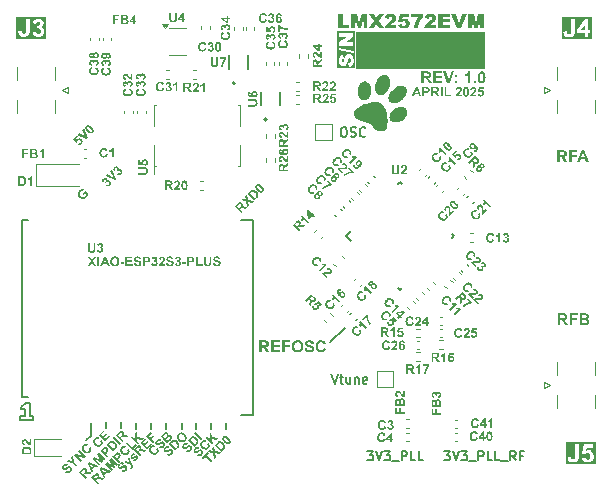
<source format=gto>
%TF.GenerationSoftware,KiCad,Pcbnew,9.0.0*%
%TF.CreationDate,2025-03-30T18:56:19-05:00*%
%TF.ProjectId,radar-synth,72616461-722d-4737-996e-74682e6b6963,rev?*%
%TF.SameCoordinates,Original*%
%TF.FileFunction,Legend,Top*%
%TF.FilePolarity,Positive*%
%FSLAX45Y45*%
G04 Gerber Fmt 4.5, Leading zero omitted, Abs format (unit mm)*
G04 Created by KiCad (PCBNEW 9.0.0) date 2025-03-30 18:56:19*
%MOMM*%
%LPD*%
G01*
G04 APERTURE LIST*
%ADD10C,0.160000*%
%ADD11C,0.100000*%
%ADD12C,0.150000*%
%ADD13C,0.200000*%
%ADD14C,0.300000*%
%ADD15C,0.101600*%
%ADD16C,0.180000*%
%ADD17C,0.120000*%
%ADD18C,0.000000*%
%ADD19C,0.152400*%
G04 APERTURE END LIST*
D10*
X13690000Y-9410000D02*
X13690000Y-9450000D01*
X13650000Y-9250000D02*
X13600000Y-9250000D01*
X14180000Y-9580000D02*
X14140000Y-9620000D01*
X14950000Y-9525000D02*
X14950000Y-9475000D01*
X13580000Y-9450000D02*
X13580000Y-9410000D01*
X13630000Y-9300000D02*
X13670000Y-9300000D01*
X14440000Y-9515000D02*
X14440000Y-9465000D01*
X13600000Y-9250000D02*
X13600000Y-7750000D01*
X13620000Y-9350000D02*
X13590000Y-9350000D01*
X13590000Y-9340000D02*
X13630000Y-9300000D01*
X13690000Y-9450000D02*
X13670000Y-9450000D01*
X13670000Y-9410000D02*
X13690000Y-9410000D01*
X15075000Y-9525000D02*
X15075000Y-9475000D01*
X15200000Y-9525000D02*
X15200000Y-9475000D01*
D11*
X16422500Y-6157500D02*
X17507500Y-6157500D01*
X17507500Y-6467500D01*
X16422500Y-6467500D01*
X16422500Y-6157500D01*
G36*
X16422500Y-6157500D02*
G01*
X17507500Y-6157500D01*
X17507500Y-6467500D01*
X16422500Y-6467500D01*
X16422500Y-6157500D01*
G37*
D10*
X13600000Y-7750000D02*
X13650000Y-7750000D01*
X14820000Y-9525000D02*
X14820000Y-9475000D01*
X13580000Y-9410000D02*
X13620000Y-9410000D01*
X14560000Y-9525000D02*
X14560000Y-9475000D01*
X14180000Y-9470000D02*
X14180000Y-9580000D01*
X15325000Y-9525000D02*
X15325000Y-9475000D01*
X15550000Y-9400000D02*
X15450000Y-9400000D01*
X15450000Y-7750000D02*
X15550000Y-7750000D01*
X14690000Y-9525000D02*
X14690000Y-9475000D01*
X13670000Y-9300000D02*
X13670000Y-9410000D01*
X13590000Y-9350000D02*
X13590000Y-9340000D01*
X14310000Y-9515000D02*
X14310000Y-9465000D01*
X13620000Y-9410000D02*
X13620000Y-9350000D01*
X16210000Y-8790000D02*
X16330000Y-8670000D01*
X15550000Y-7750000D02*
X15550000Y-9400000D01*
X13670000Y-9450000D02*
X13580000Y-9450000D01*
G36*
X14436073Y-9878440D02*
G01*
X14446096Y-9866205D01*
X14450579Y-9868747D01*
X14454571Y-9869995D01*
X14458217Y-9870174D01*
X14461780Y-9869368D01*
X14465370Y-9867525D01*
X14469073Y-9864450D01*
X14472398Y-9860530D01*
X14474305Y-9857026D01*
X14475097Y-9853819D01*
X14475014Y-9850534D01*
X14474142Y-9847857D01*
X14472510Y-9845629D01*
X14470360Y-9844080D01*
X14467964Y-9843439D01*
X14465279Y-9843701D01*
X14461429Y-9845138D01*
X14449758Y-9851781D01*
X14441807Y-9855997D01*
X14435756Y-9858235D01*
X14431182Y-9859021D01*
X14426332Y-9858806D01*
X14422002Y-9857690D01*
X14418078Y-9855691D01*
X14414477Y-9852748D01*
X14411913Y-9849642D01*
X14410020Y-9846130D01*
X14408775Y-9842140D01*
X14408321Y-9837992D01*
X14408732Y-9833734D01*
X14410063Y-9829281D01*
X14412139Y-9825075D01*
X14415144Y-9820711D01*
X14419223Y-9816148D01*
X14424980Y-9811087D01*
X14430294Y-9807683D01*
X14435260Y-9805651D01*
X14439983Y-9804791D01*
X14444868Y-9804956D01*
X14449468Y-9806123D01*
X14453882Y-9808322D01*
X14458186Y-9811672D01*
X14447188Y-9823554D01*
X14443656Y-9821496D01*
X14440560Y-9820525D01*
X14437769Y-9820435D01*
X14435054Y-9821157D01*
X14432038Y-9822843D01*
X14428615Y-9825768D01*
X14425604Y-9829298D01*
X14423760Y-9832558D01*
X14422864Y-9835629D01*
X14422834Y-9837636D01*
X14423395Y-9839386D01*
X14424570Y-9840969D01*
X14426834Y-9842404D01*
X14429720Y-9842721D01*
X14432348Y-9842093D01*
X14436845Y-9840122D01*
X14444055Y-9836033D01*
X14454013Y-9830474D01*
X14460514Y-9827802D01*
X14464608Y-9826900D01*
X14468595Y-9826743D01*
X14472538Y-9827308D01*
X14476291Y-9828618D01*
X14480039Y-9830830D01*
X14483836Y-9834082D01*
X14486709Y-9837553D01*
X14488844Y-9841473D01*
X14490264Y-9845919D01*
X14490806Y-9850534D01*
X14490378Y-9855162D01*
X14488941Y-9859898D01*
X14486679Y-9864359D01*
X14483325Y-9869138D01*
X14478683Y-9874295D01*
X14472904Y-9879361D01*
X14467466Y-9882824D01*
X14462287Y-9884940D01*
X14457271Y-9885883D01*
X14452126Y-9885758D01*
X14446943Y-9884550D01*
X14441620Y-9882167D01*
X14436073Y-9878440D01*
G37*
G36*
X14463543Y-9804988D02*
G01*
X14475097Y-9793434D01*
X14514177Y-9812887D01*
X14494496Y-9774035D01*
X14505739Y-9762792D01*
X14530843Y-9816877D01*
X14535541Y-9826749D01*
X14537400Y-9831584D01*
X14538294Y-9834952D01*
X14538616Y-9838099D01*
X14538387Y-9841000D01*
X14537593Y-9843839D01*
X14536087Y-9846969D01*
X14534028Y-9849995D01*
X14531199Y-9853169D01*
X14527929Y-9856112D01*
X14524401Y-9858661D01*
X14514958Y-9851152D01*
X14517843Y-9849045D01*
X14520063Y-9847062D01*
X14522208Y-9844361D01*
X14523265Y-9841783D01*
X14523420Y-9839215D01*
X14522517Y-9835181D01*
X14520491Y-9830718D01*
X14463543Y-9804988D01*
G37*
G36*
X14538249Y-9789085D02*
G01*
X14547820Y-9776861D01*
X14550463Y-9778204D01*
X14552972Y-9778831D01*
X14555419Y-9778823D01*
X14557787Y-9778182D01*
X14560292Y-9776799D01*
X14563001Y-9774502D01*
X14565571Y-9771517D01*
X14567077Y-9768908D01*
X14567757Y-9766582D01*
X14567540Y-9764224D01*
X14566227Y-9762191D01*
X14564855Y-9761217D01*
X14563357Y-9760868D01*
X14561589Y-9761295D01*
X14558265Y-9763038D01*
X14547070Y-9769691D01*
X14540168Y-9773054D01*
X14536221Y-9774305D01*
X14532195Y-9774587D01*
X14528559Y-9773941D01*
X14525191Y-9772385D01*
X14522001Y-9769825D01*
X14519663Y-9766956D01*
X14518096Y-9763834D01*
X14517249Y-9760394D01*
X14517137Y-9756540D01*
X14517820Y-9752869D01*
X14519472Y-9748919D01*
X14522285Y-9744592D01*
X14526522Y-9739798D01*
X14531086Y-9735666D01*
X14535102Y-9732820D01*
X14538655Y-9731021D01*
X14541834Y-9730075D01*
X14546354Y-9729780D01*
X14550946Y-9730617D01*
X14555737Y-9732690D01*
X14547489Y-9744917D01*
X14544208Y-9743586D01*
X14541057Y-9743473D01*
X14539042Y-9744049D01*
X14536862Y-9745283D01*
X14534453Y-9747342D01*
X14531759Y-9750378D01*
X14530225Y-9752787D01*
X14529534Y-9754713D01*
X14529608Y-9756657D01*
X14530546Y-9758198D01*
X14531887Y-9759018D01*
X14533644Y-9759134D01*
X14537057Y-9757810D01*
X14546912Y-9752112D01*
X14554306Y-9747980D01*
X14559837Y-9745752D01*
X14563930Y-9744903D01*
X14567950Y-9745204D01*
X14571758Y-9746735D01*
X14575498Y-9749667D01*
X14577942Y-9752692D01*
X14579591Y-9756061D01*
X14580486Y-9759855D01*
X14580589Y-9764188D01*
X14579835Y-9768316D01*
X14578068Y-9772642D01*
X14575116Y-9777257D01*
X14570738Y-9782239D01*
X14566249Y-9786233D01*
X14561999Y-9789098D01*
X14557939Y-9791001D01*
X14554013Y-9792063D01*
X14549886Y-9792415D01*
X14545924Y-9792041D01*
X14542064Y-9790944D01*
X14538249Y-9789085D01*
G37*
G36*
X14591936Y-9659186D02*
G01*
X14596004Y-9660531D01*
X14599801Y-9662673D01*
X14603380Y-9665683D01*
X14606292Y-9669097D01*
X14608349Y-9672592D01*
X14609642Y-9676213D01*
X14610212Y-9680018D01*
X14610030Y-9683817D01*
X14609050Y-9687778D01*
X14607178Y-9691977D01*
X14604267Y-9696484D01*
X14610059Y-9695353D01*
X14615148Y-9695116D01*
X14620827Y-9695746D01*
X14630861Y-9697800D01*
X14648829Y-9701938D01*
X14635151Y-9715616D01*
X14614536Y-9711540D01*
X14604450Y-9709715D01*
X14600191Y-9709250D01*
X14596998Y-9709490D01*
X14594399Y-9710338D01*
X14591866Y-9711975D01*
X14588002Y-9715457D01*
X14585684Y-9717775D01*
X14609338Y-9741429D01*
X14597898Y-9752869D01*
X14541085Y-9696055D01*
X14543019Y-9694121D01*
X14562030Y-9694121D01*
X14576621Y-9708711D01*
X14585083Y-9700249D01*
X14592324Y-9692532D01*
X14594658Y-9689265D01*
X14595524Y-9686462D01*
X14595432Y-9683627D01*
X14594403Y-9680891D01*
X14592278Y-9678153D01*
X14590213Y-9676455D01*
X14588158Y-9675433D01*
X14586064Y-9674992D01*
X14582844Y-9675352D01*
X14579501Y-9677044D01*
X14570956Y-9685196D01*
X14562030Y-9694121D01*
X14543019Y-9694121D01*
X14565160Y-9671980D01*
X14571500Y-9666073D01*
X14576302Y-9662377D01*
X14579888Y-9660319D01*
X14583718Y-9659049D01*
X14587701Y-9658666D01*
X14591936Y-9659186D01*
G37*
G36*
X14655005Y-9695762D02*
G01*
X14598192Y-9638948D01*
X14640197Y-9596943D01*
X14649703Y-9606449D01*
X14619134Y-9637018D01*
X14631734Y-9649618D01*
X14660176Y-9621177D01*
X14669681Y-9630683D01*
X14641240Y-9659124D01*
X14656936Y-9674819D01*
X14688586Y-9643169D01*
X14698091Y-9652675D01*
X14655005Y-9695762D01*
G37*
G36*
X14707860Y-9642907D02*
G01*
X14651046Y-9586094D01*
X14689884Y-9547256D01*
X14699390Y-9556761D01*
X14671992Y-9584159D01*
X14685698Y-9597865D01*
X14709348Y-9574215D01*
X14718854Y-9583721D01*
X14695204Y-9607371D01*
X14719300Y-9631467D01*
X14707860Y-9642907D01*
G37*
G36*
X15078047Y-9746465D02*
G01*
X15088071Y-9734230D01*
X15092554Y-9736772D01*
X15096546Y-9738020D01*
X15100192Y-9738199D01*
X15103755Y-9737393D01*
X15107344Y-9735550D01*
X15111048Y-9732476D01*
X15114372Y-9728555D01*
X15116280Y-9725051D01*
X15117072Y-9721844D01*
X15116988Y-9718559D01*
X15116117Y-9715882D01*
X15114485Y-9713654D01*
X15112335Y-9712105D01*
X15109939Y-9711464D01*
X15107254Y-9711726D01*
X15103404Y-9713164D01*
X15091733Y-9719806D01*
X15083781Y-9724023D01*
X15077731Y-9726261D01*
X15073156Y-9727046D01*
X15068307Y-9726831D01*
X15063977Y-9725715D01*
X15060053Y-9723716D01*
X15056452Y-9720773D01*
X15053888Y-9717667D01*
X15051994Y-9714155D01*
X15050750Y-9710165D01*
X15050296Y-9706017D01*
X15050707Y-9701760D01*
X15052038Y-9697306D01*
X15054113Y-9693100D01*
X15057118Y-9688736D01*
X15061198Y-9684173D01*
X15066954Y-9679112D01*
X15072269Y-9675708D01*
X15077235Y-9673676D01*
X15081958Y-9672816D01*
X15086843Y-9672981D01*
X15091443Y-9674148D01*
X15095857Y-9676348D01*
X15100161Y-9679697D01*
X15089163Y-9691579D01*
X15085631Y-9689521D01*
X15082535Y-9688550D01*
X15079743Y-9688460D01*
X15077029Y-9689182D01*
X15074013Y-9690868D01*
X15070590Y-9693793D01*
X15067579Y-9697323D01*
X15065734Y-9700583D01*
X15064839Y-9703654D01*
X15064809Y-9705662D01*
X15065370Y-9707411D01*
X15066545Y-9708995D01*
X15068808Y-9710430D01*
X15071695Y-9710746D01*
X15074323Y-9710118D01*
X15078820Y-9708147D01*
X15086030Y-9704059D01*
X15095988Y-9698499D01*
X15102489Y-9695827D01*
X15106583Y-9694926D01*
X15110570Y-9694768D01*
X15114513Y-9695333D01*
X15118266Y-9696644D01*
X15122014Y-9698855D01*
X15125811Y-9702107D01*
X15128684Y-9705578D01*
X15130819Y-9709498D01*
X15132239Y-9713944D01*
X15132781Y-9718559D01*
X15132353Y-9723187D01*
X15130916Y-9727923D01*
X15128653Y-9732384D01*
X15125300Y-9737163D01*
X15120657Y-9742320D01*
X15114879Y-9747386D01*
X15109441Y-9750849D01*
X15104262Y-9752965D01*
X15099245Y-9753908D01*
X15094101Y-9753783D01*
X15088918Y-9752575D01*
X15083595Y-9750193D01*
X15078047Y-9746465D01*
G37*
G36*
X15167098Y-9651667D02*
G01*
X15181726Y-9644112D01*
X15184727Y-9650278D01*
X15186529Y-9655990D01*
X15187281Y-9661341D01*
X15187073Y-9666426D01*
X15185938Y-9671407D01*
X15183868Y-9676290D01*
X15180781Y-9681138D01*
X15176542Y-9685994D01*
X15171753Y-9690132D01*
X15166788Y-9693214D01*
X15161601Y-9695335D01*
X15156125Y-9696543D01*
X15150280Y-9696836D01*
X15144568Y-9696184D01*
X15138941Y-9694559D01*
X15133329Y-9691903D01*
X15127675Y-9688107D01*
X15121935Y-9683020D01*
X15116509Y-9676925D01*
X15112482Y-9671007D01*
X15109678Y-9665215D01*
X15107967Y-9659488D01*
X15107273Y-9653753D01*
X15107555Y-9647877D01*
X15108797Y-9642309D01*
X15111010Y-9636967D01*
X15114257Y-9631786D01*
X15118654Y-9626717D01*
X15124200Y-9621999D01*
X15129833Y-9618732D01*
X15135627Y-9616749D01*
X15141686Y-9615975D01*
X15146578Y-9616344D01*
X15151944Y-9617826D01*
X15157917Y-9620614D01*
X15149247Y-9634589D01*
X15145526Y-9632743D01*
X15141841Y-9631846D01*
X15138101Y-9631830D01*
X15134456Y-9632671D01*
X15131047Y-9634372D01*
X15127801Y-9637025D01*
X15125034Y-9640382D01*
X15123210Y-9643912D01*
X15122239Y-9647681D01*
X15122112Y-9651784D01*
X15122874Y-9655688D01*
X15124739Y-9660006D01*
X15127959Y-9664865D01*
X15132871Y-9670384D01*
X15138750Y-9675650D01*
X15143813Y-9679076D01*
X15148206Y-9681048D01*
X15152080Y-9681862D01*
X15156178Y-9681781D01*
X15159920Y-9680857D01*
X15163403Y-9679086D01*
X15166697Y-9676384D01*
X15169292Y-9673123D01*
X15170908Y-9669564D01*
X15171609Y-9665607D01*
X15171320Y-9661576D01*
X15169905Y-9656987D01*
X15167098Y-9651667D01*
G37*
G36*
X15209152Y-9651615D02*
G01*
X15152339Y-9594801D01*
X15163775Y-9583365D01*
X15188869Y-9608459D01*
X15186883Y-9560257D01*
X15202264Y-9544876D01*
X15203017Y-9588294D01*
X15260238Y-9600528D01*
X15245437Y-9615329D01*
X15203242Y-9604283D01*
X15203463Y-9623053D01*
X15220588Y-9640178D01*
X15209152Y-9651615D01*
G37*
G36*
X15196621Y-9804146D02*
G01*
X15149313Y-9756838D01*
X15132502Y-9773649D01*
X15122996Y-9764144D01*
X15168017Y-9719123D01*
X15177523Y-9728628D01*
X15160750Y-9745402D01*
X15208057Y-9792709D01*
X15196621Y-9804146D01*
G37*
G36*
X15226468Y-9774299D02*
G01*
X15216513Y-9725147D01*
X15171471Y-9715669D01*
X15184842Y-9702298D01*
X15213059Y-9708083D01*
X15207332Y-9679808D01*
X15220586Y-9666554D01*
X15229967Y-9711548D01*
X15279140Y-9721627D01*
X15265344Y-9735423D01*
X15233549Y-9728732D01*
X15240188Y-9760579D01*
X15226468Y-9774299D01*
G37*
G36*
X15279495Y-9625576D02*
G01*
X15284350Y-9626824D01*
X15289312Y-9628874D01*
X15293971Y-9631566D01*
X15299045Y-9635358D01*
X15304593Y-9640445D01*
X15309044Y-9645319D01*
X15312450Y-9649917D01*
X15314949Y-9654275D01*
X15317255Y-9659936D01*
X15318544Y-9665278D01*
X15318914Y-9670378D01*
X15318526Y-9674227D01*
X15317395Y-9678393D01*
X15315411Y-9682951D01*
X15312162Y-9687927D01*
X15306489Y-9694277D01*
X15284967Y-9715800D01*
X15228153Y-9658987D01*
X15230084Y-9657056D01*
X15249096Y-9657056D01*
X15286898Y-9694858D01*
X15295440Y-9686315D01*
X15299733Y-9681693D01*
X15301809Y-9678855D01*
X15303432Y-9675301D01*
X15304054Y-9671863D01*
X15303887Y-9669573D01*
X15303107Y-9666782D01*
X15301540Y-9663359D01*
X15298183Y-9658342D01*
X15292248Y-9651747D01*
X15285684Y-9645854D01*
X15280925Y-9642745D01*
X15276237Y-9640945D01*
X15272152Y-9640466D01*
X15268186Y-9641146D01*
X15264173Y-9643070D01*
X15260834Y-9645665D01*
X15254236Y-9651916D01*
X15249096Y-9657056D01*
X15230084Y-9657056D01*
X15249058Y-9638082D01*
X15256022Y-9631749D01*
X15260923Y-9628387D01*
X15265339Y-9626451D01*
X15269908Y-9625354D01*
X15274698Y-9625077D01*
X15279495Y-9625576D01*
G37*
G36*
X15320047Y-9578858D02*
G01*
X15324571Y-9579823D01*
X15329583Y-9581832D01*
X15335197Y-9585089D01*
X15341524Y-9589853D01*
X15348671Y-9596429D01*
X15355219Y-9603549D01*
X15359975Y-9609873D01*
X15363238Y-9615506D01*
X15365260Y-9620555D01*
X15366242Y-9625129D01*
X15366259Y-9630155D01*
X15365137Y-9634857D01*
X15362839Y-9639362D01*
X15359213Y-9643764D01*
X15354808Y-9647348D01*
X15350133Y-9649649D01*
X15345084Y-9650781D01*
X15339518Y-9650735D01*
X15335438Y-9649840D01*
X15330763Y-9647902D01*
X15325352Y-9644677D01*
X15319067Y-9639862D01*
X15311764Y-9633101D01*
X15305252Y-9626018D01*
X15300518Y-9619719D01*
X15297267Y-9614099D01*
X15295250Y-9609055D01*
X15294269Y-9604477D01*
X15294252Y-9599679D01*
X15308096Y-9599679D01*
X15308406Y-9602563D01*
X15310196Y-9606574D01*
X15314342Y-9612276D01*
X15323242Y-9621858D01*
X15332736Y-9630725D01*
X15337929Y-9634535D01*
X15341197Y-9636150D01*
X15343623Y-9636873D01*
X15345421Y-9636963D01*
X15347982Y-9636251D01*
X15350149Y-9634701D01*
X15351700Y-9632524D01*
X15352412Y-9629931D01*
X15352104Y-9627044D01*
X15350315Y-9623033D01*
X15346202Y-9617365D01*
X15337310Y-9607790D01*
X15327813Y-9598920D01*
X15322624Y-9595113D01*
X15318046Y-9593036D01*
X15315111Y-9592664D01*
X15312532Y-9593362D01*
X15310358Y-9594909D01*
X15308810Y-9597083D01*
X15308096Y-9599679D01*
X15294252Y-9599679D01*
X15294251Y-9599452D01*
X15295373Y-9594750D01*
X15297670Y-9590246D01*
X15301294Y-9585846D01*
X15305694Y-9582228D01*
X15310218Y-9579938D01*
X15314959Y-9578824D01*
X15320047Y-9578858D01*
G37*
G36*
X14068782Y-7113274D02*
G01*
X14078485Y-7101333D01*
X14081366Y-7103146D01*
X14084196Y-7104141D01*
X14087044Y-7104407D01*
X14089867Y-7103989D01*
X14092305Y-7102957D01*
X14094443Y-7101291D01*
X14096268Y-7098845D01*
X14097239Y-7096029D01*
X14097362Y-7092701D01*
X14096564Y-7089437D01*
X14094607Y-7085842D01*
X14091165Y-7081786D01*
X14087361Y-7078586D01*
X14083944Y-7076786D01*
X14080792Y-7076090D01*
X14077594Y-7076315D01*
X14074710Y-7077427D01*
X14072026Y-7079496D01*
X14070051Y-7081971D01*
X14068691Y-7084832D01*
X14067936Y-7088164D01*
X14067839Y-7092083D01*
X14057732Y-7099599D01*
X14033865Y-7064602D01*
X14062579Y-7035888D01*
X14072748Y-7046057D01*
X14052265Y-7066540D01*
X14060099Y-7077772D01*
X14061562Y-7074293D01*
X14063434Y-7071237D01*
X14065722Y-7068557D01*
X14069562Y-7065392D01*
X14073713Y-7063217D01*
X14078252Y-7061960D01*
X14083289Y-7061628D01*
X14088250Y-7062264D01*
X14092990Y-7063886D01*
X14097594Y-7066557D01*
X14102121Y-7070408D01*
X14105345Y-7074151D01*
X14107821Y-7078152D01*
X14109600Y-7082451D01*
X14110698Y-7087102D01*
X14111047Y-7092260D01*
X14110453Y-7097042D01*
X14108944Y-7101547D01*
X14106479Y-7105858D01*
X14102947Y-7110030D01*
X14098763Y-7113643D01*
X14094571Y-7116207D01*
X14090327Y-7117846D01*
X14085966Y-7118631D01*
X14081510Y-7118583D01*
X14077207Y-7117701D01*
X14072985Y-7115959D01*
X14068782Y-7113274D01*
G37*
G36*
X14143823Y-7066944D02*
G01*
X14066762Y-7030378D01*
X14079165Y-7017975D01*
X14135505Y-7045639D01*
X14107375Y-6989765D01*
X14119509Y-6977631D01*
X14156033Y-7054733D01*
X14143823Y-7066944D01*
G37*
G36*
X14160047Y-6948858D02*
G01*
X14164571Y-6949823D01*
X14169583Y-6951832D01*
X14175198Y-6955089D01*
X14181524Y-6959853D01*
X14188671Y-6966429D01*
X14195219Y-6973549D01*
X14199975Y-6979873D01*
X14203238Y-6985506D01*
X14205260Y-6990555D01*
X14206242Y-6995129D01*
X14206259Y-7000155D01*
X14205137Y-7004856D01*
X14202839Y-7009362D01*
X14199213Y-7013764D01*
X14194808Y-7017348D01*
X14190133Y-7019649D01*
X14185084Y-7020781D01*
X14179518Y-7020734D01*
X14175438Y-7019840D01*
X14170763Y-7017902D01*
X14165352Y-7014677D01*
X14159067Y-7009861D01*
X14151764Y-7003101D01*
X14145252Y-6996018D01*
X14140518Y-6989718D01*
X14137267Y-6984099D01*
X14135250Y-6979054D01*
X14134269Y-6974477D01*
X14134252Y-6969679D01*
X14148096Y-6969679D01*
X14148406Y-6972563D01*
X14150196Y-6976574D01*
X14154342Y-6982276D01*
X14163242Y-6991858D01*
X14172736Y-7000725D01*
X14177929Y-7004535D01*
X14181197Y-7006150D01*
X14183623Y-7006873D01*
X14185421Y-7006963D01*
X14187982Y-7006251D01*
X14190149Y-7004700D01*
X14191700Y-7002524D01*
X14192412Y-6999930D01*
X14192104Y-6997043D01*
X14190315Y-6993032D01*
X14186202Y-6987365D01*
X14177310Y-6977789D01*
X14167813Y-6968920D01*
X14162624Y-6965113D01*
X14158046Y-6963036D01*
X14155111Y-6962664D01*
X14152532Y-6963362D01*
X14150358Y-6964909D01*
X14148810Y-6967083D01*
X14148096Y-6969679D01*
X14134252Y-6969679D01*
X14134251Y-6969451D01*
X14135373Y-6964750D01*
X14137670Y-6960245D01*
X14141294Y-6955845D01*
X14145694Y-6952228D01*
X14150218Y-6949938D01*
X14154959Y-6948824D01*
X14160047Y-6948858D01*
G37*
G36*
X14823626Y-9740886D02*
G01*
X14833650Y-9728652D01*
X14838132Y-9731193D01*
X14842124Y-9732441D01*
X14845771Y-9732620D01*
X14849334Y-9731814D01*
X14852923Y-9729972D01*
X14856627Y-9726897D01*
X14859951Y-9722977D01*
X14861858Y-9719473D01*
X14862651Y-9716265D01*
X14862567Y-9712980D01*
X14861695Y-9710304D01*
X14860064Y-9708075D01*
X14857914Y-9706527D01*
X14855518Y-9705885D01*
X14852833Y-9706147D01*
X14848983Y-9707585D01*
X14837311Y-9714227D01*
X14829360Y-9718444D01*
X14823309Y-9720682D01*
X14818735Y-9721467D01*
X14813886Y-9721252D01*
X14809556Y-9720136D01*
X14805631Y-9718138D01*
X14802031Y-9715194D01*
X14799467Y-9712088D01*
X14797573Y-9708576D01*
X14796328Y-9704587D01*
X14795875Y-9700439D01*
X14796286Y-9696181D01*
X14797617Y-9691727D01*
X14799692Y-9687522D01*
X14802697Y-9683158D01*
X14806777Y-9678594D01*
X14812533Y-9673533D01*
X14817848Y-9670129D01*
X14822813Y-9668097D01*
X14827536Y-9667237D01*
X14832422Y-9667402D01*
X14837021Y-9668569D01*
X14841436Y-9670769D01*
X14845739Y-9674118D01*
X14834742Y-9686000D01*
X14831209Y-9683942D01*
X14828113Y-9682971D01*
X14825322Y-9682881D01*
X14822607Y-9683603D01*
X14819592Y-9685290D01*
X14816169Y-9688214D01*
X14813157Y-9691745D01*
X14811313Y-9695005D01*
X14810418Y-9698076D01*
X14810388Y-9700083D01*
X14810949Y-9701832D01*
X14812124Y-9703416D01*
X14814387Y-9704851D01*
X14817274Y-9705167D01*
X14819902Y-9704539D01*
X14824398Y-9702568D01*
X14831609Y-9698480D01*
X14841567Y-9692921D01*
X14848068Y-9690249D01*
X14852161Y-9689347D01*
X14856148Y-9689189D01*
X14860091Y-9689755D01*
X14863844Y-9691065D01*
X14867593Y-9693276D01*
X14871390Y-9696528D01*
X14874263Y-9699999D01*
X14876397Y-9703919D01*
X14877818Y-9708366D01*
X14878360Y-9712980D01*
X14877932Y-9717608D01*
X14876495Y-9722344D01*
X14874232Y-9726805D01*
X14870879Y-9731584D01*
X14866236Y-9736741D01*
X14860458Y-9741807D01*
X14855020Y-9745271D01*
X14849841Y-9747386D01*
X14844824Y-9748330D01*
X14839680Y-9748205D01*
X14834496Y-9746996D01*
X14829174Y-9744614D01*
X14823626Y-9740886D01*
G37*
G36*
X14891920Y-9613150D02*
G01*
X14896775Y-9614398D01*
X14901738Y-9616448D01*
X14906397Y-9619140D01*
X14911470Y-9622933D01*
X14917019Y-9628019D01*
X14921469Y-9632894D01*
X14924876Y-9637492D01*
X14927374Y-9641850D01*
X14929680Y-9647511D01*
X14930969Y-9652852D01*
X14931339Y-9657953D01*
X14930952Y-9661802D01*
X14929820Y-9665968D01*
X14927837Y-9670526D01*
X14924587Y-9675502D01*
X14918915Y-9681852D01*
X14897392Y-9703374D01*
X14840579Y-9646561D01*
X14842510Y-9644630D01*
X14861521Y-9644630D01*
X14899323Y-9682432D01*
X14907865Y-9673890D01*
X14912159Y-9669267D01*
X14914235Y-9666429D01*
X14915857Y-9662875D01*
X14916480Y-9659438D01*
X14916313Y-9657148D01*
X14915532Y-9654357D01*
X14913965Y-9650934D01*
X14910609Y-9645916D01*
X14904674Y-9639321D01*
X14898110Y-9633428D01*
X14893351Y-9630320D01*
X14888663Y-9628520D01*
X14884578Y-9628040D01*
X14880611Y-9628720D01*
X14876599Y-9630644D01*
X14873259Y-9633239D01*
X14866661Y-9639490D01*
X14861521Y-9644630D01*
X14842510Y-9644630D01*
X14861483Y-9625657D01*
X14868448Y-9619323D01*
X14873348Y-9615961D01*
X14877764Y-9614026D01*
X14882333Y-9612929D01*
X14887123Y-9612652D01*
X14891920Y-9613150D01*
G37*
G36*
X14955619Y-9551785D02*
G01*
X14961386Y-9553415D01*
X14967163Y-9556130D01*
X14973014Y-9560049D01*
X14978985Y-9565341D01*
X14984232Y-9571261D01*
X14988125Y-9577068D01*
X14990828Y-9582809D01*
X14992458Y-9588544D01*
X14993078Y-9594349D01*
X14992709Y-9600231D01*
X14991359Y-9605872D01*
X14989005Y-9611352D01*
X14985566Y-9616734D01*
X14980913Y-9622064D01*
X14975511Y-9626788D01*
X14970082Y-9630275D01*
X14964580Y-9632662D01*
X14958939Y-9634034D01*
X14953083Y-9634420D01*
X14947284Y-9633817D01*
X14941574Y-9632214D01*
X14935880Y-9629553D01*
X14930140Y-9625721D01*
X14924310Y-9620562D01*
X14918873Y-9614486D01*
X14914951Y-9608783D01*
X14912318Y-9603388D01*
X14910481Y-9596991D01*
X14909793Y-9590321D01*
X14909838Y-9589316D01*
X14925291Y-9589316D01*
X14926050Y-9593623D01*
X14927898Y-9598172D01*
X14931026Y-9603064D01*
X14935709Y-9608390D01*
X14940936Y-9612967D01*
X14945814Y-9616051D01*
X14950423Y-9617890D01*
X14954858Y-9618655D01*
X14959452Y-9618468D01*
X14963633Y-9617374D01*
X14967507Y-9615371D01*
X14971148Y-9612376D01*
X14974147Y-9608734D01*
X14976145Y-9604874D01*
X14977230Y-9600725D01*
X14977407Y-9596183D01*
X14976633Y-9591808D01*
X14974763Y-9587201D01*
X14971607Y-9582259D01*
X14966893Y-9576895D01*
X14961585Y-9572224D01*
X14956725Y-9569107D01*
X14952223Y-9567270D01*
X14947974Y-9566515D01*
X14943579Y-9566707D01*
X14939478Y-9567822D01*
X14935574Y-9569891D01*
X14931799Y-9573026D01*
X14928672Y-9576798D01*
X14926603Y-9580719D01*
X14925484Y-9584859D01*
X14925291Y-9589316D01*
X14909838Y-9589316D01*
X14909997Y-9585835D01*
X14910739Y-9581703D01*
X14911996Y-9577872D01*
X14914371Y-9573059D01*
X14917655Y-9568250D01*
X14921958Y-9563414D01*
X14927302Y-9558748D01*
X14932702Y-9555295D01*
X14938205Y-9552925D01*
X14943874Y-9551560D01*
X14949788Y-9551176D01*
X14955619Y-9551785D01*
G37*
G36*
X14130931Y-9850191D02*
G01*
X14134999Y-9851536D01*
X14138796Y-9853678D01*
X14142375Y-9856688D01*
X14145287Y-9860102D01*
X14147344Y-9863597D01*
X14148637Y-9867218D01*
X14149207Y-9871023D01*
X14149025Y-9874822D01*
X14148045Y-9878783D01*
X14146173Y-9882982D01*
X14143262Y-9887489D01*
X14149054Y-9886358D01*
X14154143Y-9886121D01*
X14159822Y-9886751D01*
X14169856Y-9888805D01*
X14187824Y-9892943D01*
X14174146Y-9906621D01*
X14153531Y-9902545D01*
X14143445Y-9900720D01*
X14139186Y-9900255D01*
X14135993Y-9900495D01*
X14133394Y-9901343D01*
X14130861Y-9902980D01*
X14126997Y-9906462D01*
X14124679Y-9908780D01*
X14148333Y-9932434D01*
X14136893Y-9943874D01*
X14080080Y-9887060D01*
X14082014Y-9885126D01*
X14101025Y-9885126D01*
X14115616Y-9899716D01*
X14124078Y-9891254D01*
X14131319Y-9883537D01*
X14133653Y-9880270D01*
X14134519Y-9877467D01*
X14134427Y-9874633D01*
X14133398Y-9871896D01*
X14131273Y-9869158D01*
X14129208Y-9867460D01*
X14127153Y-9866438D01*
X14125059Y-9865997D01*
X14121839Y-9866357D01*
X14118496Y-9868049D01*
X14109951Y-9876201D01*
X14101025Y-9885126D01*
X14082014Y-9885126D01*
X14104155Y-9862985D01*
X14110495Y-9857078D01*
X14115297Y-9853382D01*
X14118883Y-9851324D01*
X14122713Y-9850054D01*
X14126696Y-9849671D01*
X14130931Y-9850191D01*
G37*
G36*
X14245086Y-9835680D02*
G01*
X14232641Y-9848126D01*
X14214873Y-9840250D01*
X14192231Y-9862892D01*
X14200376Y-9880391D01*
X14188242Y-9892525D01*
X14156731Y-9820997D01*
X14172671Y-9820997D01*
X14186242Y-9849870D01*
X14201699Y-9834413D01*
X14172671Y-9820997D01*
X14156731Y-9820997D01*
X14153493Y-9813647D01*
X14165590Y-9801550D01*
X14245086Y-9835680D01*
G37*
G36*
X14250989Y-9829777D02*
G01*
X14194176Y-9772964D01*
X14211295Y-9755845D01*
X14260329Y-9784321D01*
X14231736Y-9735404D01*
X14248896Y-9718244D01*
X14305709Y-9775057D01*
X14295081Y-9785686D01*
X14250361Y-9740965D01*
X14283838Y-9796929D01*
X14272823Y-9807944D01*
X14216897Y-9774429D01*
X14261618Y-9819149D01*
X14250989Y-9829777D01*
G37*
G36*
X14306790Y-9673178D02*
G01*
X14311576Y-9674417D01*
X14316325Y-9676937D01*
X14321132Y-9680950D01*
X14324347Y-9684626D01*
X14326602Y-9688174D01*
X14328033Y-9691637D01*
X14328876Y-9695300D01*
X14329126Y-9698753D01*
X14328821Y-9702048D01*
X14327539Y-9706756D01*
X14325577Y-9710673D01*
X14321600Y-9715806D01*
X14314528Y-9723353D01*
X14307070Y-9730810D01*
X14328513Y-9752253D01*
X14317077Y-9763690D01*
X14260264Y-9706876D01*
X14262194Y-9704946D01*
X14281206Y-9704946D01*
X14297565Y-9721304D01*
X14303823Y-9715045D01*
X14309740Y-9708552D01*
X14311961Y-9705098D01*
X14312838Y-9701882D01*
X14312707Y-9698694D01*
X14311613Y-9695672D01*
X14309519Y-9692915D01*
X14307277Y-9691100D01*
X14304960Y-9690002D01*
X14302511Y-9689540D01*
X14300003Y-9689665D01*
X14297637Y-9690337D01*
X14295357Y-9691582D01*
X14292529Y-9693874D01*
X14286732Y-9699419D01*
X14281206Y-9704946D01*
X14262194Y-9704946D01*
X14278619Y-9688521D01*
X14288437Y-9679259D01*
X14293074Y-9675772D01*
X14297297Y-9673898D01*
X14301829Y-9673028D01*
X14306790Y-9673178D01*
G37*
G36*
X14364345Y-9620725D02*
G01*
X14369201Y-9621973D01*
X14374163Y-9624023D01*
X14378822Y-9626715D01*
X14383896Y-9630508D01*
X14389444Y-9635594D01*
X14393895Y-9640468D01*
X14397301Y-9645066D01*
X14399799Y-9649424D01*
X14402106Y-9655085D01*
X14403395Y-9660427D01*
X14403765Y-9665527D01*
X14403377Y-9669376D01*
X14402246Y-9673542D01*
X14400262Y-9678100D01*
X14397012Y-9683076D01*
X14391340Y-9689426D01*
X14369818Y-9710949D01*
X14313004Y-9654136D01*
X14314935Y-9652205D01*
X14333947Y-9652205D01*
X14371749Y-9690007D01*
X14380291Y-9681465D01*
X14384584Y-9676842D01*
X14386660Y-9674004D01*
X14388283Y-9670450D01*
X14388905Y-9667013D01*
X14388738Y-9664722D01*
X14387958Y-9661932D01*
X14386391Y-9658509D01*
X14383034Y-9653491D01*
X14377099Y-9646896D01*
X14370535Y-9641003D01*
X14365776Y-9637894D01*
X14361088Y-9636094D01*
X14357003Y-9635615D01*
X14353037Y-9636295D01*
X14349024Y-9638219D01*
X14345685Y-9640814D01*
X14339086Y-9647065D01*
X14333947Y-9652205D01*
X14314935Y-9652205D01*
X14333909Y-9633231D01*
X14340873Y-9626898D01*
X14345774Y-9623536D01*
X14350190Y-9621600D01*
X14354759Y-9620503D01*
X14359549Y-9620227D01*
X14364345Y-9620725D01*
G37*
G36*
X14426652Y-9654115D02*
G01*
X14369838Y-9597302D01*
X14381278Y-9585862D01*
X14438092Y-9642675D01*
X14426652Y-9654115D01*
G37*
G36*
X14443073Y-9538050D02*
G01*
X14447141Y-9539395D01*
X14450938Y-9541537D01*
X14454516Y-9544547D01*
X14457428Y-9547960D01*
X14459485Y-9551456D01*
X14460778Y-9555077D01*
X14461348Y-9558881D01*
X14461167Y-9562681D01*
X14460186Y-9566642D01*
X14458314Y-9570840D01*
X14455404Y-9575347D01*
X14461196Y-9574217D01*
X14466284Y-9573979D01*
X14471963Y-9574610D01*
X14481997Y-9576663D01*
X14499965Y-9580801D01*
X14486287Y-9594480D01*
X14465673Y-9590404D01*
X14455587Y-9588578D01*
X14451328Y-9588114D01*
X14448135Y-9588353D01*
X14445535Y-9589202D01*
X14443003Y-9590838D01*
X14439138Y-9594321D01*
X14436821Y-9596638D01*
X14460474Y-9620292D01*
X14449034Y-9631732D01*
X14392221Y-9574919D01*
X14394155Y-9572985D01*
X14413167Y-9572985D01*
X14427757Y-9587575D01*
X14436220Y-9579112D01*
X14443461Y-9571395D01*
X14445794Y-9568128D01*
X14446660Y-9565325D01*
X14446568Y-9562491D01*
X14445540Y-9559754D01*
X14443415Y-9557016D01*
X14441349Y-9555319D01*
X14439294Y-9554297D01*
X14437201Y-9553856D01*
X14433980Y-9554215D01*
X14430638Y-9555907D01*
X14422092Y-9564059D01*
X14413167Y-9572985D01*
X14394155Y-9572985D01*
X14416296Y-9550844D01*
X14422636Y-9544937D01*
X14427438Y-9541241D01*
X14431025Y-9539183D01*
X14434854Y-9537913D01*
X14438838Y-9537530D01*
X14443073Y-9538050D01*
G37*
G36*
X15660671Y-8772950D02*
G01*
X15668183Y-8773928D01*
X15673172Y-8775278D01*
X15677679Y-8777541D01*
X15681538Y-8780723D01*
X15684822Y-8784926D01*
X15687229Y-8789711D01*
X15688691Y-8794960D01*
X15689194Y-8800783D01*
X15688751Y-8806374D01*
X15687479Y-8811283D01*
X15685422Y-8815625D01*
X15682563Y-8819492D01*
X15679044Y-8822690D01*
X15674677Y-8825325D01*
X15669311Y-8827381D01*
X15662755Y-8828792D01*
X15668873Y-8832912D01*
X15673581Y-8837200D01*
X15678043Y-8842777D01*
X15685097Y-8853461D01*
X15697321Y-8873000D01*
X15673141Y-8873000D01*
X15658523Y-8851177D01*
X15651222Y-8840648D01*
X15647868Y-8836473D01*
X15644834Y-8833863D01*
X15641786Y-8832315D01*
X15638101Y-8831523D01*
X15631608Y-8831186D01*
X15627510Y-8831186D01*
X15627510Y-8873000D01*
X15607287Y-8873000D01*
X15607287Y-8815163D01*
X15627510Y-8815163D01*
X15642470Y-8815163D01*
X15655691Y-8814743D01*
X15660642Y-8813918D01*
X15663884Y-8812205D01*
X15666308Y-8809619D01*
X15667818Y-8806291D01*
X15668360Y-8801992D01*
X15668035Y-8798667D01*
X15667122Y-8795947D01*
X15665661Y-8793707D01*
X15662497Y-8791178D01*
X15658047Y-8789719D01*
X15643288Y-8789371D01*
X15627510Y-8789371D01*
X15627510Y-8815163D01*
X15607287Y-8815163D01*
X15607287Y-8772567D01*
X15649846Y-8772567D01*
X15660671Y-8772950D01*
G37*
G36*
X15708239Y-8873000D02*
G01*
X15708239Y-8772567D01*
X15782495Y-8772567D01*
X15782495Y-8789371D01*
X15728456Y-8789371D01*
X15728456Y-8811646D01*
X15778733Y-8811646D01*
X15778733Y-8828450D01*
X15728456Y-8828450D01*
X15728456Y-8856196D01*
X15784406Y-8856196D01*
X15784406Y-8873000D01*
X15708239Y-8873000D01*
G37*
G36*
X15801674Y-8873000D02*
G01*
X15801674Y-8772567D01*
X15870331Y-8772567D01*
X15870331Y-8789371D01*
X15821897Y-8789371D01*
X15821897Y-8813600D01*
X15863705Y-8813600D01*
X15863705Y-8830404D01*
X15821897Y-8830404D01*
X15821897Y-8873000D01*
X15801674Y-8873000D01*
G37*
G36*
X15940208Y-8771604D02*
G01*
X15948033Y-8773325D01*
X15954991Y-8776094D01*
X15961208Y-8779898D01*
X15966776Y-8784786D01*
X15971391Y-8790479D01*
X15975048Y-8797016D01*
X15977755Y-8804522D01*
X15979462Y-8813158D01*
X15980063Y-8823113D01*
X15979467Y-8832984D01*
X15977775Y-8841557D01*
X15975090Y-8849020D01*
X15971461Y-8855530D01*
X15966880Y-8861209D01*
X15961354Y-8866081D01*
X15955175Y-8869875D01*
X15948250Y-8872638D01*
X15940454Y-8874355D01*
X15931629Y-8874954D01*
X15922680Y-8874355D01*
X15914799Y-8872639D01*
X15907825Y-8869884D01*
X15901628Y-8866111D01*
X15896110Y-8861276D01*
X15891518Y-8855618D01*
X15887887Y-8849154D01*
X15885207Y-8841769D01*
X15883520Y-8833309D01*
X15882927Y-8823596D01*
X15882965Y-8822912D01*
X15903761Y-8822912D01*
X15904335Y-8831578D01*
X15905921Y-8838615D01*
X15908369Y-8844315D01*
X15911614Y-8848912D01*
X15915839Y-8852806D01*
X15920502Y-8855535D01*
X15925697Y-8857189D01*
X15931562Y-8857759D01*
X15937432Y-8857191D01*
X15942609Y-8855546D01*
X15947236Y-8852837D01*
X15951407Y-8848979D01*
X15954590Y-8844428D01*
X15957010Y-8838703D01*
X15958587Y-8831545D01*
X15959162Y-8822637D01*
X15958599Y-8813817D01*
X15957058Y-8806767D01*
X15954703Y-8801163D01*
X15951615Y-8796741D01*
X15947560Y-8793025D01*
X15942949Y-8790387D01*
X15937671Y-8788765D01*
X15931562Y-8788199D01*
X15925465Y-8788769D01*
X15920171Y-8790406D01*
X15915522Y-8793076D01*
X15911412Y-8796845D01*
X15908276Y-8801323D01*
X15905889Y-8806976D01*
X15904330Y-8814066D01*
X15903761Y-8822912D01*
X15882965Y-8822912D01*
X15883492Y-8813420D01*
X15885066Y-8804912D01*
X15887507Y-8797816D01*
X15891537Y-8790538D01*
X15896825Y-8784035D01*
X15900971Y-8780250D01*
X15905279Y-8777253D01*
X15909776Y-8774979D01*
X15916129Y-8772823D01*
X15923283Y-8771475D01*
X15931361Y-8771004D01*
X15940208Y-8771604D01*
G37*
G36*
X15990736Y-8840955D02*
G01*
X16010410Y-8839001D01*
X16012125Y-8845210D01*
X16014551Y-8849841D01*
X16017615Y-8853222D01*
X16021477Y-8855660D01*
X16026278Y-8857203D01*
X16032270Y-8857759D01*
X16038673Y-8857233D01*
X16043456Y-8855821D01*
X16046991Y-8853686D01*
X16049821Y-8850709D01*
X16051416Y-8847573D01*
X16051943Y-8844161D01*
X16051412Y-8840892D01*
X16049861Y-8838208D01*
X16047257Y-8836065D01*
X16042583Y-8833933D01*
X16026396Y-8829488D01*
X16015641Y-8826187D01*
X16008314Y-8822817D01*
X16003577Y-8819468D01*
X15999481Y-8814992D01*
X15996640Y-8810178D01*
X15994938Y-8804943D01*
X15994357Y-8799159D01*
X15994836Y-8794147D01*
X15996267Y-8789369D01*
X15998692Y-8784743D01*
X16001958Y-8780675D01*
X16006085Y-8777276D01*
X16011198Y-8774515D01*
X16016749Y-8772633D01*
X16023262Y-8771431D01*
X16030902Y-8771004D01*
X16040464Y-8771618D01*
X16048170Y-8773307D01*
X16054354Y-8775900D01*
X16059289Y-8779315D01*
X16063462Y-8783778D01*
X16066496Y-8788875D01*
X16068453Y-8794721D01*
X16069297Y-8801486D01*
X16049074Y-8802267D01*
X16047770Y-8797327D01*
X16045892Y-8793732D01*
X16043505Y-8791185D01*
X16040467Y-8789423D01*
X16036311Y-8788249D01*
X16030700Y-8787808D01*
X16024918Y-8788267D01*
X16020407Y-8789518D01*
X16016901Y-8791441D01*
X16015100Y-8793189D01*
X16014050Y-8795231D01*
X16013689Y-8797669D01*
X16014421Y-8800938D01*
X16016693Y-8803769D01*
X16019571Y-8805537D01*
X16025287Y-8807769D01*
X16035274Y-8810529D01*
X16048989Y-8814417D01*
X16057097Y-8817801D01*
X16061512Y-8820622D01*
X16065176Y-8824007D01*
X16068161Y-8827992D01*
X16070321Y-8832467D01*
X16071679Y-8837735D01*
X16072161Y-8843966D01*
X16071632Y-8849573D01*
X16070054Y-8854925D01*
X16067380Y-8860110D01*
X16063780Y-8864668D01*
X16059311Y-8868380D01*
X16053855Y-8871296D01*
X16047912Y-8873239D01*
X16040724Y-8874500D01*
X16032062Y-8874954D01*
X16022477Y-8874325D01*
X16014609Y-8872579D01*
X16008162Y-8869871D01*
X16002893Y-8866271D01*
X15998457Y-8861614D01*
X15994943Y-8855964D01*
X15992344Y-8849154D01*
X15990736Y-8840955D01*
G37*
G36*
X16153237Y-8835875D02*
G01*
X16172844Y-8842128D01*
X16170046Y-8850229D01*
X16166591Y-8856871D01*
X16162526Y-8862266D01*
X16157847Y-8866576D01*
X16152441Y-8869975D01*
X16146295Y-8872462D01*
X16139282Y-8874018D01*
X16131243Y-8874563D01*
X16123353Y-8873989D01*
X16116240Y-8872325D01*
X16109780Y-8869614D01*
X16103872Y-8865843D01*
X16098447Y-8860934D01*
X16093975Y-8855309D01*
X16090437Y-8848900D01*
X16087825Y-8841591D01*
X16086183Y-8833239D01*
X16085606Y-8823669D01*
X16086197Y-8813487D01*
X16087868Y-8804696D01*
X16090509Y-8797098D01*
X16094059Y-8790524D01*
X16098514Y-8784841D01*
X16103957Y-8779896D01*
X16109977Y-8776073D01*
X16116654Y-8773307D01*
X16124104Y-8771598D01*
X16132470Y-8771004D01*
X16141542Y-8771736D01*
X16149410Y-8773827D01*
X16156284Y-8777196D01*
X16162323Y-8781867D01*
X16166321Y-8786517D01*
X16169754Y-8792570D01*
X16172569Y-8800313D01*
X16152553Y-8805003D01*
X16150896Y-8800082D01*
X16148431Y-8796032D01*
X16145140Y-8792711D01*
X16141175Y-8790233D01*
X16136658Y-8788723D01*
X16131444Y-8788199D01*
X16126031Y-8788722D01*
X16121299Y-8790229D01*
X16117109Y-8792702D01*
X16113370Y-8796216D01*
X16110594Y-8800341D01*
X16108426Y-8805806D01*
X16106977Y-8812947D01*
X16106440Y-8822167D01*
X16106981Y-8832017D01*
X16108429Y-8839521D01*
X16110569Y-8845147D01*
X16113273Y-8849290D01*
X16116967Y-8852841D01*
X16121092Y-8855332D01*
X16125736Y-8856845D01*
X16131035Y-8857368D01*
X16136211Y-8856780D01*
X16140785Y-8855062D01*
X16144902Y-8852184D01*
X16148210Y-8848366D01*
X16151015Y-8843058D01*
X16153237Y-8835875D01*
G37*
D12*
G36*
X16274795Y-6009081D02*
G01*
X16312399Y-6009081D01*
X16312399Y-6099587D01*
X16370358Y-6099587D01*
X16370358Y-6129600D01*
X16274795Y-6129600D01*
X16274795Y-6009081D01*
G37*
G36*
X16386346Y-6009081D02*
G01*
X16435622Y-6009081D01*
X16454292Y-6081372D01*
X16472881Y-6009081D01*
X16521988Y-6009081D01*
X16521988Y-6129600D01*
X16491192Y-6129600D01*
X16491426Y-6037716D01*
X16468082Y-6129600D01*
X16440253Y-6129600D01*
X16416996Y-6037716D01*
X16417230Y-6129600D01*
X16386346Y-6129600D01*
X16386346Y-6009081D01*
G37*
G36*
X16536782Y-6009081D02*
G01*
X16578255Y-6009081D01*
X16599438Y-6045768D01*
X16619954Y-6009081D01*
X16661016Y-6009081D01*
X16623486Y-6067457D01*
X16664541Y-6129600D01*
X16622255Y-6129600D01*
X16598698Y-6091242D01*
X16575053Y-6129600D01*
X16533009Y-6129600D01*
X16574642Y-6066805D01*
X16536782Y-6009081D01*
G37*
G36*
X16768632Y-6129600D02*
G01*
X16667963Y-6129600D01*
X16669903Y-6119782D01*
X16673385Y-6110417D01*
X16678477Y-6101397D01*
X16685015Y-6093232D01*
X16695548Y-6083100D01*
X16711289Y-6070586D01*
X16724387Y-6060098D01*
X16729995Y-6054187D01*
X16733130Y-6048531D01*
X16734062Y-6043629D01*
X16733617Y-6040222D01*
X16732306Y-6037203D01*
X16730069Y-6034462D01*
X16727214Y-6032364D01*
X16723912Y-6031094D01*
X16720030Y-6030652D01*
X16715999Y-6031116D01*
X16712616Y-6032444D01*
X16709735Y-6034631D01*
X16707585Y-6037564D01*
X16705738Y-6042143D01*
X16704335Y-6048956D01*
X16670425Y-6046201D01*
X16672281Y-6036651D01*
X16674751Y-6029299D01*
X16677701Y-6023735D01*
X16681647Y-6018876D01*
X16686566Y-6014801D01*
X16692590Y-6011477D01*
X16699151Y-6009263D01*
X16707829Y-6007765D01*
X16719129Y-6007205D01*
X16730952Y-6007738D01*
X16739942Y-6009158D01*
X16746650Y-6011235D01*
X16752816Y-6014447D01*
X16757944Y-6018562D01*
X16762155Y-6023633D01*
X16765294Y-6029422D01*
X16767173Y-6035628D01*
X16767811Y-6042376D01*
X16767108Y-6049545D01*
X16764985Y-6056528D01*
X16761349Y-6063442D01*
X16756499Y-6069655D01*
X16748926Y-6076910D01*
X16737872Y-6085394D01*
X16724397Y-6095096D01*
X16716843Y-6101932D01*
X16768632Y-6101932D01*
X16768632Y-6129600D01*
G37*
G36*
X16795978Y-6009081D02*
G01*
X16875677Y-6009081D01*
X16875677Y-6036749D01*
X16821946Y-6036749D01*
X16819183Y-6054012D01*
X16824460Y-6051849D01*
X16829852Y-6050260D01*
X16835335Y-6049267D01*
X16840689Y-6048941D01*
X16849631Y-6049672D01*
X16857384Y-6051762D01*
X16864160Y-6055134D01*
X16870115Y-6059815D01*
X16875059Y-6065605D01*
X16878551Y-6072007D01*
X16880679Y-6079147D01*
X16881414Y-6087204D01*
X16880776Y-6094789D01*
X16878858Y-6102190D01*
X16875603Y-6109501D01*
X16871170Y-6116102D01*
X16865710Y-6121513D01*
X16859124Y-6125841D01*
X16851791Y-6128837D01*
X16842808Y-6130776D01*
X16831830Y-6131476D01*
X16820358Y-6130870D01*
X16811394Y-6129234D01*
X16803362Y-6126363D01*
X16796894Y-6122529D01*
X16791423Y-6117717D01*
X16787207Y-6112439D01*
X16783915Y-6106312D01*
X16780957Y-6098115D01*
X16815226Y-6094407D01*
X16816507Y-6099677D01*
X16818426Y-6103696D01*
X16820920Y-6106717D01*
X16824083Y-6109015D01*
X16827573Y-6110377D01*
X16831500Y-6110842D01*
X16835840Y-6110262D01*
X16839569Y-6108570D01*
X16842843Y-6105698D01*
X16845203Y-6101998D01*
X16846756Y-6096991D01*
X16847335Y-6090282D01*
X16846740Y-6083409D01*
X16845167Y-6078442D01*
X16842806Y-6074909D01*
X16839515Y-6072239D01*
X16835567Y-6070615D01*
X16830768Y-6070044D01*
X16826099Y-6070616D01*
X16821535Y-6072359D01*
X16818261Y-6074553D01*
X16814135Y-6078558D01*
X16785331Y-6074455D01*
X16795978Y-6009081D01*
G37*
G36*
X16894947Y-6009081D02*
G01*
X16992884Y-6009081D01*
X16992884Y-6031913D01*
X16984743Y-6039907D01*
X16977678Y-6048182D01*
X16971620Y-6056752D01*
X16965296Y-6067818D01*
X16959864Y-6079813D01*
X16955339Y-6092817D01*
X16952639Y-6103211D01*
X16950472Y-6115395D01*
X16948935Y-6129600D01*
X16915156Y-6129600D01*
X16918520Y-6109857D01*
X16922715Y-6093459D01*
X16927590Y-6079958D01*
X16933915Y-6067068D01*
X16942614Y-6053026D01*
X16954042Y-6037686D01*
X16894947Y-6037686D01*
X16894947Y-6009081D01*
G37*
G36*
X17104515Y-6129600D02*
G01*
X17003845Y-6129600D01*
X17005786Y-6119782D01*
X17009268Y-6110417D01*
X17014360Y-6101397D01*
X17020898Y-6093232D01*
X17031431Y-6083100D01*
X17047172Y-6070586D01*
X17060270Y-6060098D01*
X17065878Y-6054187D01*
X17069013Y-6048531D01*
X17069945Y-6043629D01*
X17069500Y-6040222D01*
X17068189Y-6037203D01*
X17065952Y-6034462D01*
X17063097Y-6032364D01*
X17059795Y-6031094D01*
X17055913Y-6030652D01*
X17051882Y-6031116D01*
X17048499Y-6032444D01*
X17045618Y-6034631D01*
X17043468Y-6037564D01*
X17041621Y-6042143D01*
X17040218Y-6048956D01*
X17006307Y-6046201D01*
X17008164Y-6036651D01*
X17010634Y-6029299D01*
X17013583Y-6023735D01*
X17017530Y-6018876D01*
X17022449Y-6014801D01*
X17028472Y-6011477D01*
X17035033Y-6009263D01*
X17043711Y-6007765D01*
X17055012Y-6007205D01*
X17066835Y-6007738D01*
X17075825Y-6009158D01*
X17082533Y-6011235D01*
X17088699Y-6014447D01*
X17093827Y-6018562D01*
X17098038Y-6023633D01*
X17101177Y-6029422D01*
X17103056Y-6035628D01*
X17103694Y-6042376D01*
X17102991Y-6049545D01*
X17100868Y-6056528D01*
X17097232Y-6063442D01*
X17092382Y-6069655D01*
X17084809Y-6076910D01*
X17073755Y-6085394D01*
X17060280Y-6095096D01*
X17052726Y-6101932D01*
X17104515Y-6101932D01*
X17104515Y-6129600D01*
G37*
G36*
X17123625Y-6009081D02*
G01*
X17223613Y-6009081D01*
X17223613Y-6035342D01*
X17161309Y-6035342D01*
X17161309Y-6054100D01*
X17219099Y-6054100D01*
X17219099Y-6078954D01*
X17161309Y-6078954D01*
X17161309Y-6101932D01*
X17225415Y-6101932D01*
X17225415Y-6129600D01*
X17123625Y-6129600D01*
X17123625Y-6009081D01*
G37*
G36*
X17232940Y-6009081D02*
G01*
X17272310Y-6009081D01*
X17299186Y-6094920D01*
X17325652Y-6009081D01*
X17363872Y-6009081D01*
X17319102Y-6129600D01*
X17278531Y-6129600D01*
X17232940Y-6009081D01*
G37*
G36*
X17375119Y-6009081D02*
G01*
X17424395Y-6009081D01*
X17443065Y-6081372D01*
X17461654Y-6009081D01*
X17510762Y-6009081D01*
X17510762Y-6129600D01*
X17479965Y-6129600D01*
X17480200Y-6037716D01*
X17456855Y-6129600D01*
X17429026Y-6129600D01*
X17405769Y-6037716D01*
X17406003Y-6129600D01*
X17375119Y-6129600D01*
X17375119Y-6009081D01*
G37*
D10*
X17171955Y-9709378D02*
X17221479Y-9709378D01*
X17221479Y-9709378D02*
X17194812Y-9739854D01*
X17194812Y-9739854D02*
X17206241Y-9739854D01*
X17206241Y-9739854D02*
X17213860Y-9743663D01*
X17213860Y-9743663D02*
X17217669Y-9747473D01*
X17217669Y-9747473D02*
X17221479Y-9755092D01*
X17221479Y-9755092D02*
X17221479Y-9774139D01*
X17221479Y-9774139D02*
X17217669Y-9781758D01*
X17217669Y-9781758D02*
X17213860Y-9785568D01*
X17213860Y-9785568D02*
X17206241Y-9789378D01*
X17206241Y-9789378D02*
X17183383Y-9789378D01*
X17183383Y-9789378D02*
X17175764Y-9785568D01*
X17175764Y-9785568D02*
X17171955Y-9781758D01*
X17244336Y-9709378D02*
X17271003Y-9789378D01*
X17271003Y-9789378D02*
X17297669Y-9709378D01*
X17316717Y-9709378D02*
X17366241Y-9709378D01*
X17366241Y-9709378D02*
X17339574Y-9739854D01*
X17339574Y-9739854D02*
X17351002Y-9739854D01*
X17351002Y-9739854D02*
X17358622Y-9743663D01*
X17358622Y-9743663D02*
X17362431Y-9747473D01*
X17362431Y-9747473D02*
X17366241Y-9755092D01*
X17366241Y-9755092D02*
X17366241Y-9774139D01*
X17366241Y-9774139D02*
X17362431Y-9781758D01*
X17362431Y-9781758D02*
X17358622Y-9785568D01*
X17358622Y-9785568D02*
X17351002Y-9789378D01*
X17351002Y-9789378D02*
X17328145Y-9789378D01*
X17328145Y-9789378D02*
X17320526Y-9785568D01*
X17320526Y-9785568D02*
X17316717Y-9781758D01*
X17381479Y-9796997D02*
X17442431Y-9796997D01*
X17461479Y-9789378D02*
X17461479Y-9709378D01*
X17461479Y-9709378D02*
X17491955Y-9709378D01*
X17491955Y-9709378D02*
X17499574Y-9713187D01*
X17499574Y-9713187D02*
X17503383Y-9716997D01*
X17503383Y-9716997D02*
X17507193Y-9724616D01*
X17507193Y-9724616D02*
X17507193Y-9736044D01*
X17507193Y-9736044D02*
X17503383Y-9743663D01*
X17503383Y-9743663D02*
X17499574Y-9747473D01*
X17499574Y-9747473D02*
X17491955Y-9751282D01*
X17491955Y-9751282D02*
X17461479Y-9751282D01*
X17579574Y-9789378D02*
X17541479Y-9789378D01*
X17541479Y-9789378D02*
X17541479Y-9709378D01*
X17644336Y-9789378D02*
X17606241Y-9789378D01*
X17606241Y-9789378D02*
X17606241Y-9709378D01*
X17651955Y-9796997D02*
X17712907Y-9796997D01*
X17777669Y-9789378D02*
X17751003Y-9751282D01*
X17731955Y-9789378D02*
X17731955Y-9709378D01*
X17731955Y-9709378D02*
X17762431Y-9709378D01*
X17762431Y-9709378D02*
X17770050Y-9713187D01*
X17770050Y-9713187D02*
X17773860Y-9716997D01*
X17773860Y-9716997D02*
X17777669Y-9724616D01*
X17777669Y-9724616D02*
X17777669Y-9736044D01*
X17777669Y-9736044D02*
X17773860Y-9743663D01*
X17773860Y-9743663D02*
X17770050Y-9747473D01*
X17770050Y-9747473D02*
X17762431Y-9751282D01*
X17762431Y-9751282D02*
X17731955Y-9751282D01*
X17838622Y-9747473D02*
X17811955Y-9747473D01*
X17811955Y-9789378D02*
X17811955Y-9709378D01*
X17811955Y-9709378D02*
X17850050Y-9709378D01*
X16521955Y-9709378D02*
X16571479Y-9709378D01*
X16571479Y-9709378D02*
X16544812Y-9739854D01*
X16544812Y-9739854D02*
X16556240Y-9739854D01*
X16556240Y-9739854D02*
X16563860Y-9743663D01*
X16563860Y-9743663D02*
X16567669Y-9747473D01*
X16567669Y-9747473D02*
X16571479Y-9755092D01*
X16571479Y-9755092D02*
X16571479Y-9774139D01*
X16571479Y-9774139D02*
X16567669Y-9781758D01*
X16567669Y-9781758D02*
X16563860Y-9785568D01*
X16563860Y-9785568D02*
X16556240Y-9789378D01*
X16556240Y-9789378D02*
X16533383Y-9789378D01*
X16533383Y-9789378D02*
X16525764Y-9785568D01*
X16525764Y-9785568D02*
X16521955Y-9781758D01*
X16594336Y-9709378D02*
X16621002Y-9789378D01*
X16621002Y-9789378D02*
X16647669Y-9709378D01*
X16666717Y-9709378D02*
X16716240Y-9709378D01*
X16716240Y-9709378D02*
X16689574Y-9739854D01*
X16689574Y-9739854D02*
X16701002Y-9739854D01*
X16701002Y-9739854D02*
X16708621Y-9743663D01*
X16708621Y-9743663D02*
X16712431Y-9747473D01*
X16712431Y-9747473D02*
X16716240Y-9755092D01*
X16716240Y-9755092D02*
X16716240Y-9774139D01*
X16716240Y-9774139D02*
X16712431Y-9781758D01*
X16712431Y-9781758D02*
X16708621Y-9785568D01*
X16708621Y-9785568D02*
X16701002Y-9789378D01*
X16701002Y-9789378D02*
X16678145Y-9789378D01*
X16678145Y-9789378D02*
X16670526Y-9785568D01*
X16670526Y-9785568D02*
X16666717Y-9781758D01*
X16731479Y-9796997D02*
X16792431Y-9796997D01*
X16811479Y-9789378D02*
X16811479Y-9709378D01*
X16811479Y-9709378D02*
X16841955Y-9709378D01*
X16841955Y-9709378D02*
X16849574Y-9713187D01*
X16849574Y-9713187D02*
X16853383Y-9716997D01*
X16853383Y-9716997D02*
X16857193Y-9724616D01*
X16857193Y-9724616D02*
X16857193Y-9736044D01*
X16857193Y-9736044D02*
X16853383Y-9743663D01*
X16853383Y-9743663D02*
X16849574Y-9747473D01*
X16849574Y-9747473D02*
X16841955Y-9751282D01*
X16841955Y-9751282D02*
X16811479Y-9751282D01*
X16929574Y-9789378D02*
X16891479Y-9789378D01*
X16891479Y-9789378D02*
X16891479Y-9709378D01*
X16994336Y-9789378D02*
X16956241Y-9789378D01*
X16956241Y-9789378D02*
X16956241Y-9709378D01*
G36*
X14261464Y-9627301D02*
G01*
X14276092Y-9619746D01*
X14279093Y-9625912D01*
X14280895Y-9631624D01*
X14281647Y-9636975D01*
X14281439Y-9642060D01*
X14280304Y-9647041D01*
X14278234Y-9651924D01*
X14275147Y-9656772D01*
X14270908Y-9661628D01*
X14266119Y-9665766D01*
X14261154Y-9668848D01*
X14255967Y-9670969D01*
X14250491Y-9672177D01*
X14244646Y-9672470D01*
X14238934Y-9671818D01*
X14233307Y-9670193D01*
X14227695Y-9667537D01*
X14222041Y-9663741D01*
X14216301Y-9658654D01*
X14210875Y-9652559D01*
X14206848Y-9646641D01*
X14204044Y-9640849D01*
X14202333Y-9635122D01*
X14201639Y-9629387D01*
X14201921Y-9623511D01*
X14203163Y-9617943D01*
X14205376Y-9612601D01*
X14208623Y-9607420D01*
X14213020Y-9602351D01*
X14218566Y-9597633D01*
X14224199Y-9594366D01*
X14229993Y-9592383D01*
X14236052Y-9591609D01*
X14240944Y-9591978D01*
X14246310Y-9593460D01*
X14252283Y-9596248D01*
X14243613Y-9610223D01*
X14239892Y-9608377D01*
X14236207Y-9607480D01*
X14232467Y-9607464D01*
X14228822Y-9608305D01*
X14225413Y-9610006D01*
X14222167Y-9612659D01*
X14219400Y-9616016D01*
X14217576Y-9619546D01*
X14216605Y-9623315D01*
X14216478Y-9627418D01*
X14217240Y-9631322D01*
X14219105Y-9635640D01*
X14222325Y-9640499D01*
X14227237Y-9646018D01*
X14233116Y-9651284D01*
X14238179Y-9654710D01*
X14242572Y-9656682D01*
X14246446Y-9657496D01*
X14250544Y-9657415D01*
X14254286Y-9656491D01*
X14257769Y-9654720D01*
X14261063Y-9652018D01*
X14263658Y-9648757D01*
X14265274Y-9645198D01*
X14265975Y-9641241D01*
X14265686Y-9637210D01*
X14264271Y-9632621D01*
X14261464Y-9627301D01*
G37*
G36*
X14303362Y-9627404D02*
G01*
X14246549Y-9570591D01*
X14288555Y-9528585D01*
X14298060Y-9538091D01*
X14267491Y-9568660D01*
X14280092Y-9581261D01*
X14308533Y-9552819D01*
X14318039Y-9562325D01*
X14289598Y-9590766D01*
X14305293Y-9606462D01*
X14336943Y-9574812D01*
X14346449Y-9584318D01*
X14303362Y-9627404D01*
G37*
G36*
X14120150Y-7539056D02*
G01*
X14110644Y-7529551D01*
X14135296Y-7504899D01*
X14157959Y-7527561D01*
X14157484Y-7532188D01*
X14156109Y-7537638D01*
X14153641Y-7544072D01*
X14150508Y-7550149D01*
X14146784Y-7555615D01*
X14142457Y-7560520D01*
X14137766Y-7564711D01*
X14133015Y-7568018D01*
X14128177Y-7570520D01*
X14123221Y-7572275D01*
X14118035Y-7573302D01*
X14112906Y-7573513D01*
X14107774Y-7572920D01*
X14102582Y-7571498D01*
X14096008Y-7568592D01*
X14089870Y-7564675D01*
X14084113Y-7559674D01*
X14079926Y-7554998D01*
X14076559Y-7550206D01*
X14073944Y-7545277D01*
X14072038Y-7540179D01*
X14070856Y-7534854D01*
X14070507Y-7529544D01*
X14070982Y-7524189D01*
X14072307Y-7518729D01*
X14074528Y-7513477D01*
X14078031Y-7508034D01*
X14083039Y-7502332D01*
X14088700Y-7497309D01*
X14094021Y-7493763D01*
X14099068Y-7491467D01*
X14103923Y-7490257D01*
X14109007Y-7489966D01*
X14113951Y-7490606D01*
X14118836Y-7492192D01*
X14123732Y-7494799D01*
X14114582Y-7508370D01*
X14110892Y-7506783D01*
X14107209Y-7506089D01*
X14103446Y-7506242D01*
X14099813Y-7507234D01*
X14096274Y-7509130D01*
X14092766Y-7512059D01*
X14089406Y-7516065D01*
X14087173Y-7520137D01*
X14085934Y-7524343D01*
X14085640Y-7528774D01*
X14086308Y-7533101D01*
X14088038Y-7537588D01*
X14090997Y-7542333D01*
X14095432Y-7547415D01*
X14100923Y-7552243D01*
X14105980Y-7555476D01*
X14110693Y-7557393D01*
X14115166Y-7558189D01*
X14119797Y-7557999D01*
X14124082Y-7556854D01*
X14128124Y-7554732D01*
X14131998Y-7551526D01*
X14135214Y-7547610D01*
X14137780Y-7542891D01*
X14139586Y-7537854D01*
X14140519Y-7533229D01*
X14133248Y-7525958D01*
X14120150Y-7539056D01*
G37*
G36*
X18183825Y-7162950D02*
G01*
X18191337Y-7163928D01*
X18196326Y-7165278D01*
X18200833Y-7167541D01*
X18204692Y-7170723D01*
X18207976Y-7174926D01*
X18210383Y-7179711D01*
X18211846Y-7184960D01*
X18212348Y-7190783D01*
X18211905Y-7196374D01*
X18210634Y-7201283D01*
X18208576Y-7205625D01*
X18205717Y-7209492D01*
X18202198Y-7212690D01*
X18197831Y-7215325D01*
X18192465Y-7217381D01*
X18185909Y-7218792D01*
X18192027Y-7222912D01*
X18196735Y-7227200D01*
X18201197Y-7232777D01*
X18208251Y-7243460D01*
X18220475Y-7263000D01*
X18196295Y-7263000D01*
X18181677Y-7241177D01*
X18174376Y-7230648D01*
X18171022Y-7226473D01*
X18167988Y-7223863D01*
X18164941Y-7222315D01*
X18161256Y-7221523D01*
X18154762Y-7221186D01*
X18150665Y-7221186D01*
X18150665Y-7263000D01*
X18130441Y-7263000D01*
X18130441Y-7205163D01*
X18150665Y-7205163D01*
X18165625Y-7205163D01*
X18178846Y-7204742D01*
X18183796Y-7203918D01*
X18187039Y-7202205D01*
X18189463Y-7199619D01*
X18190973Y-7196291D01*
X18191514Y-7191992D01*
X18191189Y-7188667D01*
X18190276Y-7185947D01*
X18188815Y-7183706D01*
X18185651Y-7181178D01*
X18181201Y-7179719D01*
X18166443Y-7179371D01*
X18150665Y-7179371D01*
X18150665Y-7205163D01*
X18130441Y-7205163D01*
X18130441Y-7162567D01*
X18173001Y-7162567D01*
X18183825Y-7162950D01*
G37*
G36*
X18231527Y-7263000D02*
G01*
X18231527Y-7162567D01*
X18300184Y-7162567D01*
X18300184Y-7179371D01*
X18251751Y-7179371D01*
X18251751Y-7203600D01*
X18293559Y-7203600D01*
X18293559Y-7220404D01*
X18251751Y-7220404D01*
X18251751Y-7263000D01*
X18231527Y-7263000D01*
G37*
G36*
X18399469Y-7263000D02*
G01*
X18377469Y-7263000D01*
X18368725Y-7240334D01*
X18328699Y-7240334D01*
X18320432Y-7263000D01*
X18298981Y-7263000D01*
X18314310Y-7223530D01*
X18334915Y-7223530D01*
X18362240Y-7223530D01*
X18348440Y-7186015D01*
X18334915Y-7223530D01*
X18314310Y-7223530D01*
X18337987Y-7162567D01*
X18359370Y-7162567D01*
X18399469Y-7263000D01*
G37*
D13*
G36*
X17033630Y-6495450D02*
G01*
X17041142Y-6496428D01*
X17046130Y-6497778D01*
X17050638Y-6500041D01*
X17054497Y-6503223D01*
X17057781Y-6507426D01*
X17060188Y-6512211D01*
X17061650Y-6517460D01*
X17062153Y-6523283D01*
X17061710Y-6528874D01*
X17060438Y-6533783D01*
X17058381Y-6538125D01*
X17055522Y-6541992D01*
X17052003Y-6545190D01*
X17047635Y-6547825D01*
X17042270Y-6549881D01*
X17035714Y-6551292D01*
X17041832Y-6555412D01*
X17046540Y-6559700D01*
X17051002Y-6565277D01*
X17058056Y-6575960D01*
X17070280Y-6595500D01*
X17046100Y-6595500D01*
X17031482Y-6573677D01*
X17024181Y-6563148D01*
X17020827Y-6558973D01*
X17017793Y-6556363D01*
X17014745Y-6554815D01*
X17011060Y-6554023D01*
X17004566Y-6553686D01*
X17000469Y-6553686D01*
X17000469Y-6595500D01*
X16980246Y-6595500D01*
X16980246Y-6537663D01*
X17000469Y-6537663D01*
X17015429Y-6537663D01*
X17028650Y-6537242D01*
X17033601Y-6536418D01*
X17036843Y-6534705D01*
X17039267Y-6532119D01*
X17040777Y-6528791D01*
X17041319Y-6524492D01*
X17040994Y-6521167D01*
X17040081Y-6518447D01*
X17038620Y-6516206D01*
X17035456Y-6513678D01*
X17031006Y-6512219D01*
X17016247Y-6511871D01*
X17000469Y-6511871D01*
X17000469Y-6537663D01*
X16980246Y-6537663D01*
X16980246Y-6495067D01*
X17022805Y-6495067D01*
X17033630Y-6495450D01*
G37*
G36*
X17081198Y-6595500D02*
G01*
X17081198Y-6495067D01*
X17155454Y-6495067D01*
X17155454Y-6511871D01*
X17101415Y-6511871D01*
X17101415Y-6534146D01*
X17151692Y-6534146D01*
X17151692Y-6550950D01*
X17101415Y-6550950D01*
X17101415Y-6578696D01*
X17157365Y-6578696D01*
X17157365Y-6595500D01*
X17081198Y-6595500D01*
G37*
G36*
X17200046Y-6595500D02*
G01*
X17164252Y-6495067D01*
X17186179Y-6495067D01*
X17211526Y-6569317D01*
X17236048Y-6495067D01*
X17257498Y-6495067D01*
X17221631Y-6595500D01*
X17200046Y-6595500D01*
G37*
G36*
X17263635Y-6541962D02*
G01*
X17263635Y-6522813D01*
X17282826Y-6522813D01*
X17282826Y-6541962D01*
X17263635Y-6541962D01*
G37*
G36*
X17263635Y-6595500D02*
G01*
X17263635Y-6576351D01*
X17282826Y-6576351D01*
X17282826Y-6595500D01*
X17263635Y-6595500D01*
G37*
G36*
X17390446Y-6595500D02*
G01*
X17371248Y-6595500D01*
X17371248Y-6523363D01*
X17363854Y-6529385D01*
X17355621Y-6534273D01*
X17346452Y-6538054D01*
X17346452Y-6520468D01*
X17351292Y-6518488D01*
X17356704Y-6515441D01*
X17362779Y-6511126D01*
X17368158Y-6506152D01*
X17372136Y-6500818D01*
X17374869Y-6495067D01*
X17390446Y-6495067D01*
X17390446Y-6595500D01*
G37*
G36*
X17423199Y-6595500D02*
G01*
X17423199Y-6576351D01*
X17442390Y-6576351D01*
X17442390Y-6595500D01*
X17423199Y-6595500D01*
G37*
G36*
X17497513Y-6495759D02*
G01*
X17503536Y-6497733D01*
X17508711Y-6500939D01*
X17513178Y-6505466D01*
X17516323Y-6510318D01*
X17518978Y-6516524D01*
X17521062Y-6524365D01*
X17522443Y-6534167D01*
X17522947Y-6546297D01*
X17522442Y-6558378D01*
X17521056Y-6568171D01*
X17518961Y-6576034D01*
X17516286Y-6582285D01*
X17513111Y-6587196D01*
X17508684Y-6591653D01*
X17503536Y-6594816D01*
X17497523Y-6596768D01*
X17490427Y-6597454D01*
X17483365Y-6596728D01*
X17477199Y-6594629D01*
X17471737Y-6591168D01*
X17466857Y-6586206D01*
X17464042Y-6581810D01*
X17461622Y-6575964D01*
X17459691Y-6568332D01*
X17458392Y-6558520D01*
X17457920Y-6546297D01*
X17477995Y-6546297D01*
X17478549Y-6562527D01*
X17479771Y-6570483D01*
X17481233Y-6574800D01*
X17482738Y-6577583D01*
X17484247Y-6579252D01*
X17487140Y-6580886D01*
X17490427Y-6581432D01*
X17493721Y-6580879D01*
X17496643Y-6579215D01*
X17498922Y-6576391D01*
X17500886Y-6571265D01*
X17502261Y-6562620D01*
X17502865Y-6546297D01*
X17502310Y-6530063D01*
X17501088Y-6522111D01*
X17498877Y-6516229D01*
X17496612Y-6513306D01*
X17493716Y-6511643D01*
X17490427Y-6511090D01*
X17487137Y-6511642D01*
X17484211Y-6513306D01*
X17481936Y-6516129D01*
X17479973Y-6521256D01*
X17478597Y-6529961D01*
X17477995Y-6546297D01*
X17457920Y-6546297D01*
X17457912Y-6546090D01*
X17458417Y-6534073D01*
X17459801Y-6524321D01*
X17461894Y-6516481D01*
X17464570Y-6510239D01*
X17467749Y-6505325D01*
X17472175Y-6500868D01*
X17477323Y-6497704D01*
X17483334Y-6495753D01*
X17490427Y-6495067D01*
X17497513Y-6495759D01*
G37*
D10*
G36*
X18186107Y-8542950D02*
G01*
X18193619Y-8543928D01*
X18198608Y-8545278D01*
X18203115Y-8547541D01*
X18206974Y-8550723D01*
X18210258Y-8554926D01*
X18212665Y-8559711D01*
X18214128Y-8564960D01*
X18214630Y-8570783D01*
X18214187Y-8576374D01*
X18212916Y-8581283D01*
X18210858Y-8585625D01*
X18207999Y-8589492D01*
X18204480Y-8592690D01*
X18200113Y-8595325D01*
X18194747Y-8597381D01*
X18188191Y-8598792D01*
X18194309Y-8602912D01*
X18199017Y-8607200D01*
X18203479Y-8612777D01*
X18210533Y-8623461D01*
X18222757Y-8643000D01*
X18198577Y-8643000D01*
X18183959Y-8621177D01*
X18176658Y-8610648D01*
X18173304Y-8606473D01*
X18170270Y-8603863D01*
X18167223Y-8602315D01*
X18163538Y-8601523D01*
X18157044Y-8601186D01*
X18152947Y-8601186D01*
X18152947Y-8643000D01*
X18132723Y-8643000D01*
X18132723Y-8585163D01*
X18152947Y-8585163D01*
X18167907Y-8585163D01*
X18181128Y-8584743D01*
X18186078Y-8583918D01*
X18189321Y-8582205D01*
X18191745Y-8579619D01*
X18193255Y-8576291D01*
X18193796Y-8571992D01*
X18193471Y-8568667D01*
X18192558Y-8565947D01*
X18191097Y-8563707D01*
X18187933Y-8561178D01*
X18183483Y-8559719D01*
X18168725Y-8559371D01*
X18152947Y-8559371D01*
X18152947Y-8585163D01*
X18132723Y-8585163D01*
X18132723Y-8542567D01*
X18175283Y-8542567D01*
X18186107Y-8542950D01*
G37*
G36*
X18233809Y-8643000D02*
G01*
X18233809Y-8542567D01*
X18302466Y-8542567D01*
X18302466Y-8559371D01*
X18254033Y-8559371D01*
X18254033Y-8583600D01*
X18295841Y-8583600D01*
X18295841Y-8600404D01*
X18254033Y-8600404D01*
X18254033Y-8643000D01*
X18233809Y-8643000D01*
G37*
G36*
X18370388Y-8542861D02*
G01*
X18376985Y-8543563D01*
X18382558Y-8545107D01*
X18387438Y-8547703D01*
X18391624Y-8551327D01*
X18395120Y-8556086D01*
X18396817Y-8559683D01*
X18397846Y-8563572D01*
X18398197Y-8567822D01*
X18397772Y-8572413D01*
X18396515Y-8576700D01*
X18394405Y-8580761D01*
X18391577Y-8584358D01*
X18388172Y-8587286D01*
X18384123Y-8589590D01*
X18389914Y-8591874D01*
X18394542Y-8594915D01*
X18398191Y-8598713D01*
X18400907Y-8603220D01*
X18402548Y-8608225D01*
X18403112Y-8613862D01*
X18402764Y-8618362D01*
X18401716Y-8622792D01*
X18399937Y-8627197D01*
X18397526Y-8631279D01*
X18394641Y-8634708D01*
X18391261Y-8637553D01*
X18387431Y-8639747D01*
X18382950Y-8641348D01*
X18377699Y-8642316D01*
X18370913Y-8642705D01*
X18353311Y-8643000D01*
X18319227Y-8643000D01*
X18319227Y-8626196D01*
X18339451Y-8626196D01*
X18358166Y-8626196D01*
X18368120Y-8625991D01*
X18372033Y-8625579D01*
X18376153Y-8624140D01*
X18379372Y-8621555D01*
X18380906Y-8619270D01*
X18381867Y-8616462D01*
X18382211Y-8612989D01*
X18381642Y-8608715D01*
X18380025Y-8605289D01*
X18377404Y-8602589D01*
X18373706Y-8600679D01*
X18368382Y-8599704D01*
X18355778Y-8599232D01*
X18339451Y-8599232D01*
X18339451Y-8626196D01*
X18319227Y-8626196D01*
X18319227Y-8582428D01*
X18339451Y-8582428D01*
X18352701Y-8582428D01*
X18367392Y-8582086D01*
X18372142Y-8580838D01*
X18375550Y-8578520D01*
X18377177Y-8576382D01*
X18378173Y-8573825D01*
X18378523Y-8570729D01*
X18377852Y-8566453D01*
X18375959Y-8563218D01*
X18374072Y-8561604D01*
X18371586Y-8560423D01*
X18368344Y-8559713D01*
X18351064Y-8559371D01*
X18339451Y-8559371D01*
X18339451Y-8582428D01*
X18319227Y-8582428D01*
X18319227Y-8542567D01*
X18359259Y-8542567D01*
X18370388Y-8542861D01*
G37*
G36*
X16980390Y-6706400D02*
G01*
X16962790Y-6706400D01*
X16955795Y-6688267D01*
X16923775Y-6688267D01*
X16917161Y-6706400D01*
X16900000Y-6706400D01*
X16912263Y-6674824D01*
X16928747Y-6674824D01*
X16950607Y-6674824D01*
X16939567Y-6644812D01*
X16928747Y-6674824D01*
X16912263Y-6674824D01*
X16931204Y-6626054D01*
X16948311Y-6626054D01*
X16980390Y-6706400D01*
G37*
G36*
X17028408Y-6626446D02*
G01*
X17034153Y-6627260D01*
X17038464Y-6628921D01*
X17042283Y-6631511D01*
X17045686Y-6635125D01*
X17048194Y-6639385D01*
X17049770Y-6644524D01*
X17050331Y-6650761D01*
X17050006Y-6655634D01*
X17049091Y-6659738D01*
X17047655Y-6663198D01*
X17045660Y-6666384D01*
X17043395Y-6669003D01*
X17040850Y-6671117D01*
X17036614Y-6673540D01*
X17032458Y-6674922D01*
X17026015Y-6675740D01*
X17015678Y-6676075D01*
X17005132Y-6676075D01*
X17005132Y-6706400D01*
X16988958Y-6706400D01*
X16988958Y-6662632D01*
X17005132Y-6662632D01*
X17013983Y-6662632D01*
X17022758Y-6662224D01*
X17026772Y-6661352D01*
X17029665Y-6659698D01*
X17031828Y-6657351D01*
X17033190Y-6654441D01*
X17033659Y-6651011D01*
X17033357Y-6648142D01*
X17032496Y-6645727D01*
X17031090Y-6643669D01*
X17029229Y-6641984D01*
X17027081Y-6640786D01*
X17024588Y-6640054D01*
X17020968Y-6639675D01*
X17012948Y-6639497D01*
X17005132Y-6639497D01*
X17005132Y-6662632D01*
X16988958Y-6662632D01*
X16988958Y-6626054D01*
X17014916Y-6626054D01*
X17028408Y-6626446D01*
G37*
G36*
X17106360Y-6626360D02*
G01*
X17112369Y-6627142D01*
X17116360Y-6628223D01*
X17119966Y-6630033D01*
X17123053Y-6632579D01*
X17125680Y-6635941D01*
X17127606Y-6639769D01*
X17128776Y-6643968D01*
X17129178Y-6648627D01*
X17128824Y-6653099D01*
X17127806Y-6657026D01*
X17126160Y-6660500D01*
X17123873Y-6663594D01*
X17121058Y-6666152D01*
X17117564Y-6668260D01*
X17113271Y-6669905D01*
X17108027Y-6671034D01*
X17112921Y-6674330D01*
X17116687Y-6677760D01*
X17120257Y-6682222D01*
X17125900Y-6690768D01*
X17135680Y-6706400D01*
X17116336Y-6706400D01*
X17104641Y-6688941D01*
X17098800Y-6680519D01*
X17096117Y-6677179D01*
X17093690Y-6675090D01*
X17091252Y-6673852D01*
X17088304Y-6673218D01*
X17083109Y-6672948D01*
X17079831Y-6672948D01*
X17079831Y-6706400D01*
X17063652Y-6706400D01*
X17063652Y-6660131D01*
X17079831Y-6660131D01*
X17091799Y-6660131D01*
X17102376Y-6659794D01*
X17106336Y-6659134D01*
X17108930Y-6657764D01*
X17110870Y-6655695D01*
X17112077Y-6653033D01*
X17112511Y-6649594D01*
X17112251Y-6646933D01*
X17111520Y-6644757D01*
X17110352Y-6642965D01*
X17107820Y-6640943D01*
X17104260Y-6639775D01*
X17092454Y-6639497D01*
X17079831Y-6639497D01*
X17079831Y-6660131D01*
X17063652Y-6660131D01*
X17063652Y-6626054D01*
X17097700Y-6626054D01*
X17106360Y-6626360D01*
G37*
G36*
X17143920Y-6706400D02*
G01*
X17143920Y-6626054D01*
X17160099Y-6626054D01*
X17160099Y-6706400D01*
X17143920Y-6706400D01*
G37*
G36*
X17175955Y-6706400D02*
G01*
X17175955Y-6626992D01*
X17192134Y-6626992D01*
X17192134Y-6692957D01*
X17232356Y-6692957D01*
X17232356Y-6706400D01*
X17175955Y-6706400D01*
G37*
G36*
X17321456Y-6692019D02*
G01*
X17321456Y-6706400D01*
X17267629Y-6706400D01*
X17268595Y-6701142D01*
X17270332Y-6696063D01*
X17272876Y-6691115D01*
X17276155Y-6686495D01*
X17281667Y-6680248D01*
X17290144Y-6671957D01*
X17299410Y-6662933D01*
X17302874Y-6658875D01*
X17304689Y-6655605D01*
X17305714Y-6652501D01*
X17306044Y-6649501D01*
X17305703Y-6646194D01*
X17304765Y-6643625D01*
X17303284Y-6641627D01*
X17301285Y-6640136D01*
X17298791Y-6639205D01*
X17295659Y-6638872D01*
X17292575Y-6639217D01*
X17290068Y-6640189D01*
X17288009Y-6641768D01*
X17286499Y-6643888D01*
X17285370Y-6646983D01*
X17284731Y-6651377D01*
X17269432Y-6649848D01*
X17270594Y-6643512D01*
X17272458Y-6638513D01*
X17274935Y-6634603D01*
X17278010Y-6631593D01*
X17281736Y-6629224D01*
X17285927Y-6627500D01*
X17290663Y-6626428D01*
X17296045Y-6626054D01*
X17301954Y-6626498D01*
X17306927Y-6627750D01*
X17311127Y-6629731D01*
X17314680Y-6632429D01*
X17317662Y-6635832D01*
X17319753Y-6639556D01*
X17321020Y-6643672D01*
X17321456Y-6648280D01*
X17320968Y-6653560D01*
X17319516Y-6658548D01*
X17317112Y-6663366D01*
X17313366Y-6668757D01*
X17309933Y-6672594D01*
X17303313Y-6678947D01*
X17294105Y-6687769D01*
X17290964Y-6692019D01*
X17321456Y-6692019D01*
G37*
G36*
X17363434Y-6626607D02*
G01*
X17368252Y-6628186D01*
X17372392Y-6630751D01*
X17375966Y-6634373D01*
X17378482Y-6638254D01*
X17380606Y-6643219D01*
X17382273Y-6649492D01*
X17383378Y-6657334D01*
X17383782Y-6667038D01*
X17383377Y-6676702D01*
X17382268Y-6684537D01*
X17380592Y-6690827D01*
X17378452Y-6695828D01*
X17375912Y-6699756D01*
X17372371Y-6703322D01*
X17368252Y-6705853D01*
X17363442Y-6707415D01*
X17357765Y-6707963D01*
X17352116Y-6707382D01*
X17347183Y-6705704D01*
X17342813Y-6702934D01*
X17338909Y-6698965D01*
X17336657Y-6695448D01*
X17334721Y-6690771D01*
X17333176Y-6684665D01*
X17332137Y-6676816D01*
X17331759Y-6667038D01*
X17347819Y-6667038D01*
X17348263Y-6680021D01*
X17349241Y-6686387D01*
X17350410Y-6689840D01*
X17351614Y-6692066D01*
X17352821Y-6693401D01*
X17355136Y-6694709D01*
X17357765Y-6695145D01*
X17360400Y-6694703D01*
X17362738Y-6693372D01*
X17364561Y-6691113D01*
X17366133Y-6687012D01*
X17367232Y-6680096D01*
X17367715Y-6667038D01*
X17367271Y-6654051D01*
X17366294Y-6647689D01*
X17364525Y-6642983D01*
X17362713Y-6640645D01*
X17360396Y-6639315D01*
X17357765Y-6638872D01*
X17355133Y-6639314D01*
X17352792Y-6640645D01*
X17350972Y-6642903D01*
X17349402Y-6647005D01*
X17348301Y-6653969D01*
X17347819Y-6667038D01*
X17331759Y-6667038D01*
X17331753Y-6666872D01*
X17332157Y-6657259D01*
X17333264Y-6649457D01*
X17334939Y-6643185D01*
X17337079Y-6638191D01*
X17339622Y-6634260D01*
X17343164Y-6630694D01*
X17347282Y-6628164D01*
X17352091Y-6626602D01*
X17357765Y-6626054D01*
X17363434Y-6626607D01*
G37*
G36*
X17445883Y-6692019D02*
G01*
X17445883Y-6706400D01*
X17392057Y-6706400D01*
X17393022Y-6701142D01*
X17394759Y-6696063D01*
X17397303Y-6691115D01*
X17400582Y-6686495D01*
X17406094Y-6680248D01*
X17414571Y-6671957D01*
X17423837Y-6662933D01*
X17427301Y-6658875D01*
X17429116Y-6655605D01*
X17430141Y-6652501D01*
X17430471Y-6649501D01*
X17430131Y-6646194D01*
X17429192Y-6643625D01*
X17427711Y-6641627D01*
X17425712Y-6640136D01*
X17423218Y-6639205D01*
X17420086Y-6638872D01*
X17417002Y-6639217D01*
X17414495Y-6640189D01*
X17412436Y-6641768D01*
X17410926Y-6643888D01*
X17409797Y-6646983D01*
X17409158Y-6651377D01*
X17393859Y-6649848D01*
X17395021Y-6643512D01*
X17396885Y-6638513D01*
X17399362Y-6634603D01*
X17402437Y-6631593D01*
X17406163Y-6629224D01*
X17410354Y-6627500D01*
X17415090Y-6626428D01*
X17420472Y-6626054D01*
X17426381Y-6626498D01*
X17431354Y-6627750D01*
X17435554Y-6629731D01*
X17439107Y-6632429D01*
X17442089Y-6635832D01*
X17444180Y-6639556D01*
X17445447Y-6643672D01*
X17445883Y-6648280D01*
X17445395Y-6653560D01*
X17443943Y-6658548D01*
X17441539Y-6663366D01*
X17437793Y-6668757D01*
X17434360Y-6672594D01*
X17427740Y-6678947D01*
X17418532Y-6687769D01*
X17415391Y-6692019D01*
X17445883Y-6692019D01*
G37*
G36*
X17456454Y-6686098D02*
G01*
X17471758Y-6684516D01*
X17472513Y-6687836D01*
X17473811Y-6690540D01*
X17475636Y-6692742D01*
X17477928Y-6694443D01*
X17480382Y-6695436D01*
X17483071Y-6695770D01*
X17486092Y-6695331D01*
X17488770Y-6694026D01*
X17491209Y-6691760D01*
X17492954Y-6688888D01*
X17494112Y-6684962D01*
X17494546Y-6679660D01*
X17494119Y-6674708D01*
X17492976Y-6671019D01*
X17491239Y-6668298D01*
X17488818Y-6666196D01*
X17485993Y-6664942D01*
X17482632Y-6664507D01*
X17479485Y-6664861D01*
X17476501Y-6665922D01*
X17473611Y-6667745D01*
X17470771Y-6670447D01*
X17458310Y-6668616D01*
X17466179Y-6626992D01*
X17506787Y-6626992D01*
X17506787Y-6641373D01*
X17477820Y-6641373D01*
X17475417Y-6654855D01*
X17478912Y-6653429D01*
X17482397Y-6652592D01*
X17485909Y-6652315D01*
X17490862Y-6652793D01*
X17495335Y-6654189D01*
X17499434Y-6656510D01*
X17503231Y-6659837D01*
X17506288Y-6663795D01*
X17508493Y-6668294D01*
X17509860Y-6673437D01*
X17510338Y-6679362D01*
X17509971Y-6684289D01*
X17508893Y-6688869D01*
X17507111Y-6693166D01*
X17504599Y-6697231D01*
X17501198Y-6701125D01*
X17497397Y-6704087D01*
X17493144Y-6706206D01*
X17488353Y-6707510D01*
X17482905Y-6707963D01*
X17477392Y-6707559D01*
X17472615Y-6706408D01*
X17468455Y-6704566D01*
X17464816Y-6702038D01*
X17461699Y-6698853D01*
X17459280Y-6695186D01*
X17457527Y-6690968D01*
X17456454Y-6686098D01*
G37*
X16314812Y-6969377D02*
X16330050Y-6969377D01*
X16330050Y-6969377D02*
X16337669Y-6973187D01*
X16337669Y-6973187D02*
X16345288Y-6980806D01*
X16345288Y-6980806D02*
X16349098Y-6996044D01*
X16349098Y-6996044D02*
X16349098Y-7022711D01*
X16349098Y-7022711D02*
X16345288Y-7037949D01*
X16345288Y-7037949D02*
X16337669Y-7045568D01*
X16337669Y-7045568D02*
X16330050Y-7049377D01*
X16330050Y-7049377D02*
X16314812Y-7049377D01*
X16314812Y-7049377D02*
X16307193Y-7045568D01*
X16307193Y-7045568D02*
X16299574Y-7037949D01*
X16299574Y-7037949D02*
X16295764Y-7022711D01*
X16295764Y-7022711D02*
X16295764Y-6996044D01*
X16295764Y-6996044D02*
X16299574Y-6980806D01*
X16299574Y-6980806D02*
X16307193Y-6973187D01*
X16307193Y-6973187D02*
X16314812Y-6969377D01*
X16379574Y-7045568D02*
X16391002Y-7049377D01*
X16391002Y-7049377D02*
X16410050Y-7049377D01*
X16410050Y-7049377D02*
X16417669Y-7045568D01*
X16417669Y-7045568D02*
X16421479Y-7041758D01*
X16421479Y-7041758D02*
X16425288Y-7034139D01*
X16425288Y-7034139D02*
X16425288Y-7026520D01*
X16425288Y-7026520D02*
X16421479Y-7018901D01*
X16421479Y-7018901D02*
X16417669Y-7015092D01*
X16417669Y-7015092D02*
X16410050Y-7011282D01*
X16410050Y-7011282D02*
X16394812Y-7007473D01*
X16394812Y-7007473D02*
X16387193Y-7003663D01*
X16387193Y-7003663D02*
X16383383Y-6999854D01*
X16383383Y-6999854D02*
X16379574Y-6992235D01*
X16379574Y-6992235D02*
X16379574Y-6984616D01*
X16379574Y-6984616D02*
X16383383Y-6976996D01*
X16383383Y-6976996D02*
X16387193Y-6973187D01*
X16387193Y-6973187D02*
X16394812Y-6969377D01*
X16394812Y-6969377D02*
X16413860Y-6969377D01*
X16413860Y-6969377D02*
X16425288Y-6973187D01*
X16505288Y-7041758D02*
X16501479Y-7045568D01*
X16501479Y-7045568D02*
X16490050Y-7049377D01*
X16490050Y-7049377D02*
X16482431Y-7049377D01*
X16482431Y-7049377D02*
X16471002Y-7045568D01*
X16471002Y-7045568D02*
X16463383Y-7037949D01*
X16463383Y-7037949D02*
X16459574Y-7030330D01*
X16459574Y-7030330D02*
X16455764Y-7015092D01*
X16455764Y-7015092D02*
X16455764Y-7003663D01*
X16455764Y-7003663D02*
X16459574Y-6988425D01*
X16459574Y-6988425D02*
X16463383Y-6980806D01*
X16463383Y-6980806D02*
X16471002Y-6973187D01*
X16471002Y-6973187D02*
X16482431Y-6969377D01*
X16482431Y-6969377D02*
X16490050Y-6969377D01*
X16490050Y-6969377D02*
X16501479Y-6973187D01*
X16501479Y-6973187D02*
X16505288Y-6976996D01*
X16218145Y-9059378D02*
X16244812Y-9139378D01*
X16244812Y-9139378D02*
X16271479Y-9059378D01*
X16286717Y-9086044D02*
X16317193Y-9086044D01*
X16298145Y-9059378D02*
X16298145Y-9127949D01*
X16298145Y-9127949D02*
X16301955Y-9135568D01*
X16301955Y-9135568D02*
X16309574Y-9139378D01*
X16309574Y-9139378D02*
X16317193Y-9139378D01*
X16378145Y-9086044D02*
X16378145Y-9139378D01*
X16343860Y-9086044D02*
X16343860Y-9127949D01*
X16343860Y-9127949D02*
X16347669Y-9135568D01*
X16347669Y-9135568D02*
X16355288Y-9139378D01*
X16355288Y-9139378D02*
X16366717Y-9139378D01*
X16366717Y-9139378D02*
X16374336Y-9135568D01*
X16374336Y-9135568D02*
X16378145Y-9131758D01*
X16416241Y-9086044D02*
X16416241Y-9139378D01*
X16416241Y-9093663D02*
X16420050Y-9089854D01*
X16420050Y-9089854D02*
X16427669Y-9086044D01*
X16427669Y-9086044D02*
X16439098Y-9086044D01*
X16439098Y-9086044D02*
X16446717Y-9089854D01*
X16446717Y-9089854D02*
X16450526Y-9097473D01*
X16450526Y-9097473D02*
X16450526Y-9139378D01*
X16519098Y-9135568D02*
X16511479Y-9139378D01*
X16511479Y-9139378D02*
X16496241Y-9139378D01*
X16496241Y-9139378D02*
X16488622Y-9135568D01*
X16488622Y-9135568D02*
X16484812Y-9127949D01*
X16484812Y-9127949D02*
X16484812Y-9097473D01*
X16484812Y-9097473D02*
X16488622Y-9089854D01*
X16488622Y-9089854D02*
X16496241Y-9086044D01*
X16496241Y-9086044D02*
X16511479Y-9086044D01*
X16511479Y-9086044D02*
X16519098Y-9089854D01*
X16519098Y-9089854D02*
X16522907Y-9097473D01*
X16522907Y-9097473D02*
X16522907Y-9105092D01*
X16522907Y-9105092D02*
X16484812Y-9112711D01*
G36*
X14307345Y-7462921D02*
G01*
X14316526Y-7451081D01*
X14319795Y-7453222D01*
X14322804Y-7454404D01*
X14325638Y-7454783D01*
X14328455Y-7454438D01*
X14330942Y-7453410D01*
X14333186Y-7451664D01*
X14335031Y-7449249D01*
X14336056Y-7446548D01*
X14336294Y-7443451D01*
X14335708Y-7440380D01*
X14334229Y-7437342D01*
X14331704Y-7434259D01*
X14328784Y-7431874D01*
X14325907Y-7430490D01*
X14322996Y-7429959D01*
X14320057Y-7430207D01*
X14317501Y-7431187D01*
X14315224Y-7432929D01*
X14313239Y-7435282D01*
X14311052Y-7438725D01*
X14303480Y-7428757D01*
X14306166Y-7425697D01*
X14307697Y-7422853D01*
X14308302Y-7420135D01*
X14308104Y-7417374D01*
X14307117Y-7414846D01*
X14305262Y-7412453D01*
X14303235Y-7410831D01*
X14301178Y-7409918D01*
X14299028Y-7409624D01*
X14296877Y-7409928D01*
X14294828Y-7410841D01*
X14292817Y-7412450D01*
X14291255Y-7414445D01*
X14290320Y-7416645D01*
X14289978Y-7419123D01*
X14290279Y-7421614D01*
X14291300Y-7424251D01*
X14293183Y-7427116D01*
X14281488Y-7435440D01*
X14278960Y-7431170D01*
X14277303Y-7427392D01*
X14276376Y-7424028D01*
X14276051Y-7420578D01*
X14276375Y-7417021D01*
X14277388Y-7413296D01*
X14278983Y-7409759D01*
X14281189Y-7406362D01*
X14284061Y-7403079D01*
X14288333Y-7399491D01*
X14292696Y-7397083D01*
X14297220Y-7395720D01*
X14301998Y-7395352D01*
X14305994Y-7395787D01*
X14309509Y-7396847D01*
X14312628Y-7398513D01*
X14315414Y-7400809D01*
X14317902Y-7403919D01*
X14319522Y-7407370D01*
X14320318Y-7411256D01*
X14320245Y-7415706D01*
X14319169Y-7420874D01*
X14323247Y-7418807D01*
X14327369Y-7417793D01*
X14331638Y-7417773D01*
X14335802Y-7418726D01*
X14339675Y-7420648D01*
X14343341Y-7423638D01*
X14346618Y-7427607D01*
X14348891Y-7431903D01*
X14350229Y-7436605D01*
X14350625Y-7441824D01*
X14350042Y-7446997D01*
X14348496Y-7451802D01*
X14345958Y-7456331D01*
X14342329Y-7460649D01*
X14338232Y-7464143D01*
X14334025Y-7466619D01*
X14329654Y-7468183D01*
X14325051Y-7468883D01*
X14320382Y-7468716D01*
X14315923Y-7467691D01*
X14311597Y-7465786D01*
X14307345Y-7462921D01*
G37*
G36*
X14383823Y-7416944D02*
G01*
X14306762Y-7380378D01*
X14319165Y-7367975D01*
X14375505Y-7395639D01*
X14347375Y-7339765D01*
X14359509Y-7327631D01*
X14396033Y-7404733D01*
X14383823Y-7416944D01*
G37*
G36*
X14404116Y-7366151D02*
G01*
X14413297Y-7354310D01*
X14416566Y-7356452D01*
X14419574Y-7357634D01*
X14422409Y-7358013D01*
X14425225Y-7357667D01*
X14427712Y-7356640D01*
X14429956Y-7354894D01*
X14431801Y-7352478D01*
X14432826Y-7349777D01*
X14433065Y-7346680D01*
X14432478Y-7343609D01*
X14430999Y-7340572D01*
X14428474Y-7337489D01*
X14425555Y-7335104D01*
X14422678Y-7333720D01*
X14419766Y-7333188D01*
X14416828Y-7333436D01*
X14414272Y-7334417D01*
X14411995Y-7336159D01*
X14410010Y-7338511D01*
X14407822Y-7341955D01*
X14400251Y-7331986D01*
X14402936Y-7328926D01*
X14404468Y-7326083D01*
X14405073Y-7323365D01*
X14404875Y-7320604D01*
X14403887Y-7318075D01*
X14402033Y-7315683D01*
X14400006Y-7314061D01*
X14397948Y-7313148D01*
X14395798Y-7312854D01*
X14393648Y-7313157D01*
X14391598Y-7314071D01*
X14389588Y-7315679D01*
X14388025Y-7317674D01*
X14387091Y-7319875D01*
X14386748Y-7322353D01*
X14387049Y-7324843D01*
X14388070Y-7327481D01*
X14389954Y-7330346D01*
X14378258Y-7338670D01*
X14375731Y-7334399D01*
X14374074Y-7330621D01*
X14373146Y-7327258D01*
X14372821Y-7323808D01*
X14373145Y-7320250D01*
X14374158Y-7316526D01*
X14375754Y-7312989D01*
X14377959Y-7309591D01*
X14380832Y-7306308D01*
X14385104Y-7302721D01*
X14389467Y-7300312D01*
X14393990Y-7298949D01*
X14398769Y-7298581D01*
X14402765Y-7299016D01*
X14406280Y-7300077D01*
X14409399Y-7301742D01*
X14412185Y-7304039D01*
X14414673Y-7307149D01*
X14416292Y-7310600D01*
X14417088Y-7314485D01*
X14417015Y-7318935D01*
X14415939Y-7324104D01*
X14420018Y-7322036D01*
X14424140Y-7321022D01*
X14428409Y-7321002D01*
X14432572Y-7321955D01*
X14436445Y-7323877D01*
X14440111Y-7326867D01*
X14443389Y-7330836D01*
X14445661Y-7335133D01*
X14446999Y-7339835D01*
X14447396Y-7345053D01*
X14446813Y-7350227D01*
X14445267Y-7355032D01*
X14442729Y-7359561D01*
X14439099Y-7363878D01*
X14435003Y-7367372D01*
X14430795Y-7369848D01*
X14426425Y-7371413D01*
X14421822Y-7372113D01*
X14417152Y-7371945D01*
X14412693Y-7370920D01*
X14408368Y-7369016D01*
X14404116Y-7366151D01*
G37*
G36*
X13965269Y-9889244D02*
G01*
X13975292Y-9877009D01*
X13979775Y-9879551D01*
X13983767Y-9880799D01*
X13987413Y-9880978D01*
X13990976Y-9880172D01*
X13994566Y-9878329D01*
X13998269Y-9875254D01*
X14001594Y-9871334D01*
X14003501Y-9867830D01*
X14004293Y-9864623D01*
X14004210Y-9861338D01*
X14003338Y-9858661D01*
X14001706Y-9856433D01*
X13999556Y-9854884D01*
X13997160Y-9854243D01*
X13994475Y-9854505D01*
X13990625Y-9855943D01*
X13978954Y-9862585D01*
X13971003Y-9866801D01*
X13964952Y-9869039D01*
X13960378Y-9869825D01*
X13955528Y-9869610D01*
X13951198Y-9868494D01*
X13947274Y-9866495D01*
X13943673Y-9863552D01*
X13941109Y-9860446D01*
X13939216Y-9856934D01*
X13937971Y-9852944D01*
X13937517Y-9848796D01*
X13937928Y-9844539D01*
X13939259Y-9840085D01*
X13941335Y-9835879D01*
X13944339Y-9831515D01*
X13948419Y-9826952D01*
X13954176Y-9821891D01*
X13959490Y-9818487D01*
X13964456Y-9816455D01*
X13969179Y-9815595D01*
X13974064Y-9815760D01*
X13978664Y-9816927D01*
X13983078Y-9819126D01*
X13987382Y-9822476D01*
X13976384Y-9834358D01*
X13972852Y-9832300D01*
X13969756Y-9831329D01*
X13966965Y-9831239D01*
X13964250Y-9831961D01*
X13961234Y-9833647D01*
X13957811Y-9836572D01*
X13954800Y-9840102D01*
X13952956Y-9843362D01*
X13952060Y-9846433D01*
X13952030Y-9848441D01*
X13952591Y-9850190D01*
X13953766Y-9851773D01*
X13956030Y-9853208D01*
X13958916Y-9853525D01*
X13961544Y-9852897D01*
X13966041Y-9850926D01*
X13973251Y-9846837D01*
X13983209Y-9841278D01*
X13989710Y-9838606D01*
X13993804Y-9837704D01*
X13997791Y-9837547D01*
X14001734Y-9838112D01*
X14005487Y-9839422D01*
X14009235Y-9841634D01*
X14013032Y-9844886D01*
X14015905Y-9848357D01*
X14018040Y-9852277D01*
X14019460Y-9856723D01*
X14020002Y-9861338D01*
X14019574Y-9865966D01*
X14018137Y-9870702D01*
X14015875Y-9875163D01*
X14012521Y-9879942D01*
X14007879Y-9885099D01*
X14002100Y-9890165D01*
X13996662Y-9893628D01*
X13991483Y-9895744D01*
X13986466Y-9896687D01*
X13981322Y-9896562D01*
X13976139Y-9895354D01*
X13970816Y-9892972D01*
X13965269Y-9889244D01*
G37*
G36*
X14053950Y-9836817D02*
G01*
X14030037Y-9812904D01*
X13976384Y-9800756D01*
X13989796Y-9787344D01*
X14025647Y-9796535D01*
X14016189Y-9760951D01*
X14029367Y-9747773D01*
X14041515Y-9801585D01*
X14065348Y-9825418D01*
X14053950Y-9836817D01*
G37*
G36*
X14091969Y-9798798D02*
G01*
X14035156Y-9741984D01*
X14046285Y-9730855D01*
X14107502Y-9745704D01*
X14069469Y-9707671D01*
X14080097Y-9697043D01*
X14136910Y-9753856D01*
X14125432Y-9765334D01*
X14065127Y-9750706D01*
X14102594Y-9788173D01*
X14091969Y-9798798D01*
G37*
G36*
X14164243Y-9684522D02*
G01*
X14178871Y-9676968D01*
X14181871Y-9683133D01*
X14183674Y-9688845D01*
X14184426Y-9694196D01*
X14184218Y-9699281D01*
X14183082Y-9704262D01*
X14181013Y-9709145D01*
X14177926Y-9713993D01*
X14173686Y-9718849D01*
X14168898Y-9722987D01*
X14163933Y-9726069D01*
X14158746Y-9728190D01*
X14153270Y-9729399D01*
X14147425Y-9729691D01*
X14141713Y-9729039D01*
X14136086Y-9727414D01*
X14130474Y-9724758D01*
X14124820Y-9720962D01*
X14119080Y-9715875D01*
X14113654Y-9709781D01*
X14109627Y-9703862D01*
X14106823Y-9698070D01*
X14105112Y-9692343D01*
X14104418Y-9686608D01*
X14104700Y-9680732D01*
X14105942Y-9675164D01*
X14108155Y-9669823D01*
X14111402Y-9664641D01*
X14115799Y-9659573D01*
X14121345Y-9654855D01*
X14126978Y-9651587D01*
X14132772Y-9649604D01*
X14138831Y-9648830D01*
X14143723Y-9649199D01*
X14149089Y-9650681D01*
X14155062Y-9653469D01*
X14146392Y-9667445D01*
X14142671Y-9665598D01*
X14138986Y-9664701D01*
X14135246Y-9664685D01*
X14131601Y-9665526D01*
X14128192Y-9667227D01*
X14124945Y-9669880D01*
X14122179Y-9673238D01*
X14120355Y-9676767D01*
X14119384Y-9680536D01*
X14119256Y-9684639D01*
X14120019Y-9688543D01*
X14121884Y-9692861D01*
X14125104Y-9697720D01*
X14130016Y-9703240D01*
X14135894Y-9708505D01*
X14140958Y-9711931D01*
X14145351Y-9713903D01*
X14149224Y-9714718D01*
X14153323Y-9714637D01*
X14157065Y-9713712D01*
X14160548Y-9711941D01*
X14163842Y-9709239D01*
X14166437Y-9705979D01*
X14168053Y-9702419D01*
X14168754Y-9698462D01*
X14168465Y-9694431D01*
X14167050Y-9689842D01*
X14164243Y-9684522D01*
G37*
G36*
X14734319Y-9694445D02*
G01*
X14748947Y-9686891D01*
X14751948Y-9693057D01*
X14753750Y-9698768D01*
X14754502Y-9704120D01*
X14754294Y-9709205D01*
X14753159Y-9714186D01*
X14751089Y-9719069D01*
X14748002Y-9723916D01*
X14743763Y-9728772D01*
X14738974Y-9732911D01*
X14734009Y-9735993D01*
X14728822Y-9738114D01*
X14723346Y-9739322D01*
X14717501Y-9739615D01*
X14711789Y-9738963D01*
X14706162Y-9737338D01*
X14700550Y-9734682D01*
X14694896Y-9730886D01*
X14689157Y-9725798D01*
X14683731Y-9719704D01*
X14679703Y-9713786D01*
X14676899Y-9707994D01*
X14675189Y-9702267D01*
X14674494Y-9696532D01*
X14674776Y-9690656D01*
X14676018Y-9685088D01*
X14678231Y-9679746D01*
X14681478Y-9674565D01*
X14685875Y-9669496D01*
X14691421Y-9664778D01*
X14697054Y-9661511D01*
X14702848Y-9659528D01*
X14708907Y-9658754D01*
X14713799Y-9659122D01*
X14719165Y-9660605D01*
X14725138Y-9663393D01*
X14716468Y-9677368D01*
X14712748Y-9675522D01*
X14709062Y-9674625D01*
X14705322Y-9674608D01*
X14701677Y-9675450D01*
X14698268Y-9677151D01*
X14695022Y-9679803D01*
X14692255Y-9683161D01*
X14690431Y-9686691D01*
X14689460Y-9690460D01*
X14689333Y-9694563D01*
X14690095Y-9698467D01*
X14691960Y-9702785D01*
X14695180Y-9707643D01*
X14700092Y-9713163D01*
X14705971Y-9718429D01*
X14711034Y-9721855D01*
X14715427Y-9723827D01*
X14719301Y-9724641D01*
X14723399Y-9724560D01*
X14727141Y-9723636D01*
X14730624Y-9721865D01*
X14733918Y-9719163D01*
X14736513Y-9715902D01*
X14738129Y-9712343D01*
X14738830Y-9708386D01*
X14738541Y-9704355D01*
X14737126Y-9699765D01*
X14734319Y-9694445D01*
G37*
G36*
X14755192Y-9679320D02*
G01*
X14765216Y-9667085D01*
X14769698Y-9669627D01*
X14773690Y-9670875D01*
X14777337Y-9671054D01*
X14780900Y-9670248D01*
X14784489Y-9668405D01*
X14788193Y-9665331D01*
X14791517Y-9661411D01*
X14793424Y-9657907D01*
X14794217Y-9654699D01*
X14794133Y-9651414D01*
X14793261Y-9648737D01*
X14791630Y-9646509D01*
X14789480Y-9644961D01*
X14787084Y-9644319D01*
X14784399Y-9644581D01*
X14780549Y-9646019D01*
X14768878Y-9652661D01*
X14760926Y-9656878D01*
X14754875Y-9659116D01*
X14750301Y-9659901D01*
X14745452Y-9659686D01*
X14741122Y-9658570D01*
X14737198Y-9656571D01*
X14733597Y-9653628D01*
X14731033Y-9650522D01*
X14729139Y-9647010D01*
X14727894Y-9643021D01*
X14727441Y-9638873D01*
X14727852Y-9634615D01*
X14729183Y-9630161D01*
X14731258Y-9625955D01*
X14734263Y-9621591D01*
X14738343Y-9617028D01*
X14744099Y-9611967D01*
X14749414Y-9608563D01*
X14754379Y-9606531D01*
X14759102Y-9605671D01*
X14763988Y-9605836D01*
X14768588Y-9607003D01*
X14773002Y-9609203D01*
X14777306Y-9612552D01*
X14766308Y-9624434D01*
X14762776Y-9622376D01*
X14759680Y-9621405D01*
X14756888Y-9621315D01*
X14754173Y-9622037D01*
X14751158Y-9623723D01*
X14747735Y-9626648D01*
X14744723Y-9630179D01*
X14742879Y-9633439D01*
X14741984Y-9636510D01*
X14741954Y-9638517D01*
X14742515Y-9640266D01*
X14743690Y-9641850D01*
X14745953Y-9643285D01*
X14748840Y-9643601D01*
X14751468Y-9642973D01*
X14755965Y-9641002D01*
X14763175Y-9636914D01*
X14773133Y-9631354D01*
X14779634Y-9628683D01*
X14783727Y-9627781D01*
X14787714Y-9627623D01*
X14791657Y-9628189D01*
X14795410Y-9629499D01*
X14799159Y-9631710D01*
X14802956Y-9634962D01*
X14805829Y-9638433D01*
X14807964Y-9642353D01*
X14809384Y-9646799D01*
X14809926Y-9651414D01*
X14809498Y-9656042D01*
X14808061Y-9660778D01*
X14805798Y-9665239D01*
X14802445Y-9670018D01*
X14797802Y-9675175D01*
X14792024Y-9680241D01*
X14786586Y-9683704D01*
X14781407Y-9685820D01*
X14776390Y-9686763D01*
X14771246Y-9686638D01*
X14766062Y-9685430D01*
X14760740Y-9683048D01*
X14755192Y-9679320D01*
G37*
G36*
X14822800Y-9549635D02*
G01*
X14825795Y-9550709D01*
X14828576Y-9552327D01*
X14831179Y-9554533D01*
X14833536Y-9557370D01*
X14835250Y-9560507D01*
X14836354Y-9563997D01*
X14836789Y-9567632D01*
X14836519Y-9571214D01*
X14835532Y-9574809D01*
X14840100Y-9572825D01*
X14844438Y-9571927D01*
X14848650Y-9572011D01*
X14852737Y-9573024D01*
X14856496Y-9574927D01*
X14860004Y-9577797D01*
X14862353Y-9580539D01*
X14864265Y-9583638D01*
X14865752Y-9587136D01*
X14866696Y-9590809D01*
X14867004Y-9594381D01*
X14866702Y-9597903D01*
X14865776Y-9601310D01*
X14864147Y-9604751D01*
X14861724Y-9608269D01*
X14858106Y-9612327D01*
X14848315Y-9622451D01*
X14829034Y-9641732D01*
X14792835Y-9605533D01*
X14815715Y-9605533D01*
X14830969Y-9620786D01*
X14841556Y-9610200D01*
X14847070Y-9604453D01*
X14849051Y-9602006D01*
X14850568Y-9598861D01*
X14850927Y-9595578D01*
X14850502Y-9593418D01*
X14849457Y-9591285D01*
X14847687Y-9589126D01*
X14844947Y-9587031D01*
X14842094Y-9586007D01*
X14839084Y-9585963D01*
X14835912Y-9586974D01*
X14832348Y-9589434D01*
X14824952Y-9596297D01*
X14815715Y-9605533D01*
X14792835Y-9605533D01*
X14772221Y-9584919D01*
X14774155Y-9582985D01*
X14793167Y-9582985D01*
X14806210Y-9596027D01*
X14813705Y-9588532D01*
X14821822Y-9580028D01*
X14823803Y-9576635D01*
X14824420Y-9573396D01*
X14824131Y-9571266D01*
X14823248Y-9569256D01*
X14821694Y-9567306D01*
X14818896Y-9565267D01*
X14815995Y-9564509D01*
X14814015Y-9564663D01*
X14811940Y-9565401D01*
X14809705Y-9566833D01*
X14799737Y-9576415D01*
X14793167Y-9582985D01*
X14774155Y-9582985D01*
X14794866Y-9562274D01*
X14801328Y-9556144D01*
X14805457Y-9552809D01*
X14809483Y-9550531D01*
X14813712Y-9549238D01*
X14818130Y-9548921D01*
X14822800Y-9549635D01*
G37*
G36*
X15449157Y-7601965D02*
G01*
X15453226Y-7603310D01*
X15457022Y-7605452D01*
X15460601Y-7608462D01*
X15463513Y-7611875D01*
X15465570Y-7615371D01*
X15466863Y-7618992D01*
X15467433Y-7622797D01*
X15467251Y-7626596D01*
X15466271Y-7630557D01*
X15464399Y-7634756D01*
X15461488Y-7639262D01*
X15467280Y-7638132D01*
X15472369Y-7637895D01*
X15478048Y-7638525D01*
X15488082Y-7640578D01*
X15506050Y-7644717D01*
X15492372Y-7658395D01*
X15471758Y-7654319D01*
X15461671Y-7652493D01*
X15457413Y-7652029D01*
X15454220Y-7652269D01*
X15451620Y-7653117D01*
X15449087Y-7654753D01*
X15445223Y-7658236D01*
X15442905Y-7660554D01*
X15466559Y-7684207D01*
X15455119Y-7695647D01*
X15398306Y-7638834D01*
X15400240Y-7636900D01*
X15419252Y-7636900D01*
X15433842Y-7651490D01*
X15442304Y-7643027D01*
X15449545Y-7635311D01*
X15451879Y-7632043D01*
X15452745Y-7629241D01*
X15452653Y-7626406D01*
X15451624Y-7623670D01*
X15449499Y-7620931D01*
X15447434Y-7619234D01*
X15445379Y-7618212D01*
X15443285Y-7617771D01*
X15440065Y-7618131D01*
X15436722Y-7619823D01*
X15428177Y-7627974D01*
X15419252Y-7636900D01*
X15400240Y-7636900D01*
X15422381Y-7614759D01*
X15428721Y-7608852D01*
X15433523Y-7605156D01*
X15437109Y-7603098D01*
X15440939Y-7601828D01*
X15444922Y-7601445D01*
X15449157Y-7601965D01*
G37*
G36*
X15506468Y-7644299D02*
G01*
X15496513Y-7595147D01*
X15451472Y-7585668D01*
X15464842Y-7572298D01*
X15493059Y-7578083D01*
X15487332Y-7549808D01*
X15500586Y-7536554D01*
X15509967Y-7581548D01*
X15559140Y-7591627D01*
X15545344Y-7605422D01*
X15513549Y-7598732D01*
X15520188Y-7630579D01*
X15506468Y-7644299D01*
G37*
G36*
X15559495Y-7495576D02*
G01*
X15564350Y-7496824D01*
X15569312Y-7498873D01*
X15573971Y-7501566D01*
X15579045Y-7505358D01*
X15584593Y-7510445D01*
X15589044Y-7515319D01*
X15592450Y-7519917D01*
X15594949Y-7524275D01*
X15597255Y-7529936D01*
X15598544Y-7535278D01*
X15598914Y-7540378D01*
X15598526Y-7544227D01*
X15597395Y-7548393D01*
X15595411Y-7552951D01*
X15592162Y-7557927D01*
X15586489Y-7564277D01*
X15564967Y-7585800D01*
X15508154Y-7528986D01*
X15510084Y-7527056D01*
X15529096Y-7527056D01*
X15566898Y-7564857D01*
X15575440Y-7556315D01*
X15579733Y-7551693D01*
X15581809Y-7548854D01*
X15583432Y-7545301D01*
X15584054Y-7541863D01*
X15583887Y-7539573D01*
X15583107Y-7536782D01*
X15581540Y-7533359D01*
X15578183Y-7528342D01*
X15572248Y-7521747D01*
X15565684Y-7515854D01*
X15560926Y-7512745D01*
X15556237Y-7510945D01*
X15552152Y-7510465D01*
X15548186Y-7511146D01*
X15544173Y-7513070D01*
X15540834Y-7515664D01*
X15534236Y-7521916D01*
X15529096Y-7527056D01*
X15510084Y-7527056D01*
X15529058Y-7508082D01*
X15536022Y-7501749D01*
X15540923Y-7498386D01*
X15545339Y-7496451D01*
X15549908Y-7495354D01*
X15554698Y-7495077D01*
X15559495Y-7495576D01*
G37*
G36*
X15600047Y-7448858D02*
G01*
X15604571Y-7449823D01*
X15609583Y-7451832D01*
X15615198Y-7455089D01*
X15621524Y-7459853D01*
X15628671Y-7466429D01*
X15635219Y-7473549D01*
X15639975Y-7479873D01*
X15643238Y-7485506D01*
X15645260Y-7490555D01*
X15646242Y-7495129D01*
X15646259Y-7500155D01*
X15645137Y-7504856D01*
X15642839Y-7509362D01*
X15639213Y-7513764D01*
X15634808Y-7517348D01*
X15630133Y-7519649D01*
X15625084Y-7520781D01*
X15619518Y-7520734D01*
X15615438Y-7519840D01*
X15610763Y-7517902D01*
X15605352Y-7514677D01*
X15599067Y-7509861D01*
X15591764Y-7503101D01*
X15585252Y-7496018D01*
X15580518Y-7489718D01*
X15577267Y-7484099D01*
X15575250Y-7479054D01*
X15574269Y-7474477D01*
X15574252Y-7469679D01*
X15588096Y-7469679D01*
X15588406Y-7472563D01*
X15590196Y-7476574D01*
X15594342Y-7482276D01*
X15603242Y-7491858D01*
X15612736Y-7500725D01*
X15617929Y-7504535D01*
X15621197Y-7506150D01*
X15623623Y-7506873D01*
X15625421Y-7506963D01*
X15627982Y-7506251D01*
X15630149Y-7504700D01*
X15631700Y-7502524D01*
X15632412Y-7499930D01*
X15632104Y-7497043D01*
X15630315Y-7493032D01*
X15626202Y-7487365D01*
X15617310Y-7477789D01*
X15607813Y-7468920D01*
X15602624Y-7465113D01*
X15598046Y-7463036D01*
X15595111Y-7462664D01*
X15592532Y-7463362D01*
X15590358Y-7464909D01*
X15588810Y-7467083D01*
X15588096Y-7469679D01*
X15574252Y-7469679D01*
X15574251Y-7469451D01*
X15575374Y-7464750D01*
X15577670Y-7460245D01*
X15581294Y-7455845D01*
X15585694Y-7452228D01*
X15590218Y-7449938D01*
X15594959Y-7448824D01*
X15600047Y-7448858D01*
G37*
D12*
G36*
X16419809Y-6470037D02*
G01*
X16268872Y-6470037D01*
X16268872Y-6400863D01*
X16282205Y-6400863D01*
X16282822Y-6413423D01*
X16284478Y-6423130D01*
X16286931Y-6430524D01*
X16290608Y-6437339D01*
X16294942Y-6442681D01*
X16299944Y-6446761D01*
X16305654Y-6449796D01*
X16311487Y-6451576D01*
X16317544Y-6452168D01*
X16324416Y-6451488D01*
X16330492Y-6449515D01*
X16335941Y-6446256D01*
X16340874Y-6441595D01*
X16344737Y-6436277D01*
X16348502Y-6428995D01*
X16352112Y-6419295D01*
X16355470Y-6406659D01*
X16358084Y-6396642D01*
X16360382Y-6390787D01*
X16362351Y-6387740D01*
X16364945Y-6385444D01*
X16367626Y-6384150D01*
X16370484Y-6383724D01*
X16373488Y-6384176D01*
X16376267Y-6385543D01*
X16378918Y-6387959D01*
X16380851Y-6390984D01*
X16382101Y-6394926D01*
X16382559Y-6400049D01*
X16382067Y-6405197D01*
X16380672Y-6409511D01*
X16378423Y-6413162D01*
X16375269Y-6416257D01*
X16372082Y-6418182D01*
X16367731Y-6419764D01*
X16361911Y-6420910D01*
X16364175Y-6456704D01*
X16373256Y-6455210D01*
X16381248Y-6452456D01*
X16388320Y-6448481D01*
X16394598Y-6443244D01*
X16398425Y-6438459D01*
X16401641Y-6432175D01*
X16404170Y-6424056D01*
X16405855Y-6413694D01*
X16406476Y-6400621D01*
X16405848Y-6389001D01*
X16404112Y-6379431D01*
X16401442Y-6371583D01*
X16397494Y-6364360D01*
X16392582Y-6358422D01*
X16386655Y-6353616D01*
X16379919Y-6350029D01*
X16372857Y-6347900D01*
X16365340Y-6347183D01*
X16358911Y-6347733D01*
X16353012Y-6349343D01*
X16347535Y-6352012D01*
X16342700Y-6355699D01*
X16338265Y-6360753D01*
X16334221Y-6367421D01*
X16331105Y-6374762D01*
X16327575Y-6386015D01*
X16323633Y-6402372D01*
X16321230Y-6411168D01*
X16319281Y-6414733D01*
X16316861Y-6416739D01*
X16314320Y-6417356D01*
X16310841Y-6416575D01*
X16307850Y-6414154D01*
X16305927Y-6410418D01*
X16305183Y-6404556D01*
X16305636Y-6399481D01*
X16306879Y-6395497D01*
X16308818Y-6392370D01*
X16311536Y-6389909D01*
X16315381Y-6387945D01*
X16320673Y-6386553D01*
X16318600Y-6351089D01*
X16309201Y-6353021D01*
X16301649Y-6356130D01*
X16295610Y-6360315D01*
X16290851Y-6365597D01*
X16287330Y-6371772D01*
X16284623Y-6379486D01*
X16282850Y-6389058D01*
X16282205Y-6400863D01*
X16268872Y-6400863D01*
X16268872Y-6311140D01*
X16282205Y-6311140D01*
X16406476Y-6341263D01*
X16406476Y-6323890D01*
X16282205Y-6293606D01*
X16282205Y-6311140D01*
X16268872Y-6311140D01*
X16268872Y-6202147D01*
X16284081Y-6202147D01*
X16349953Y-6202147D01*
X16284081Y-6247041D01*
X16284081Y-6282073D01*
X16404600Y-6282073D01*
X16404600Y-6246682D01*
X16339101Y-6246682D01*
X16404600Y-6202037D01*
X16404600Y-6166675D01*
X16284081Y-6166675D01*
X16284081Y-6202147D01*
X16268872Y-6202147D01*
X16268872Y-6153342D01*
X16419809Y-6153342D01*
X16419809Y-6470037D01*
G37*
D10*
G36*
X14234569Y-9896553D02*
G01*
X14238638Y-9897898D01*
X14242434Y-9900040D01*
X14246013Y-9903050D01*
X14248925Y-9906463D01*
X14250982Y-9909959D01*
X14252275Y-9913580D01*
X14252845Y-9917385D01*
X14252663Y-9921184D01*
X14251683Y-9925145D01*
X14249811Y-9929344D01*
X14246900Y-9933851D01*
X14252692Y-9932720D01*
X14257781Y-9932483D01*
X14263460Y-9933113D01*
X14273494Y-9935167D01*
X14291462Y-9939305D01*
X14277784Y-9952983D01*
X14257170Y-9948907D01*
X14247083Y-9947081D01*
X14242825Y-9946617D01*
X14239632Y-9946857D01*
X14237032Y-9947705D01*
X14234499Y-9949341D01*
X14230635Y-9952824D01*
X14228317Y-9955142D01*
X14251971Y-9978795D01*
X14240531Y-9990236D01*
X14183718Y-9933422D01*
X14185652Y-9931488D01*
X14204664Y-9931488D01*
X14219254Y-9946078D01*
X14227716Y-9937616D01*
X14234957Y-9929899D01*
X14237291Y-9926631D01*
X14238157Y-9923829D01*
X14238065Y-9920994D01*
X14237037Y-9918258D01*
X14234911Y-9915520D01*
X14232846Y-9913822D01*
X14230791Y-9912800D01*
X14228697Y-9912359D01*
X14225477Y-9912719D01*
X14222134Y-9914411D01*
X14213589Y-9922562D01*
X14204664Y-9931488D01*
X14185652Y-9931488D01*
X14207793Y-9909347D01*
X14214133Y-9903440D01*
X14218935Y-9899744D01*
X14222521Y-9897686D01*
X14226351Y-9896416D01*
X14230334Y-9896033D01*
X14234569Y-9896553D01*
G37*
G36*
X14348724Y-9882042D02*
G01*
X14336279Y-9894487D01*
X14318511Y-9886612D01*
X14295869Y-9909254D01*
X14304014Y-9926752D01*
X14291880Y-9938887D01*
X14260370Y-9867359D01*
X14276309Y-9867359D01*
X14289880Y-9896232D01*
X14305337Y-9880775D01*
X14276309Y-9867359D01*
X14260370Y-9867359D01*
X14257132Y-9860008D01*
X14269228Y-9847912D01*
X14348724Y-9882042D01*
G37*
G36*
X14354627Y-9876139D02*
G01*
X14297814Y-9819326D01*
X14314933Y-9802207D01*
X14363967Y-9830683D01*
X14335374Y-9781766D01*
X14352534Y-9764606D01*
X14409348Y-9821419D01*
X14398719Y-9832047D01*
X14353999Y-9787327D01*
X14387476Y-9843291D01*
X14376461Y-9854306D01*
X14320535Y-9820790D01*
X14365256Y-9865511D01*
X14354627Y-9876139D01*
G37*
G36*
X14410429Y-9719540D02*
G01*
X14415214Y-9720778D01*
X14419963Y-9723298D01*
X14424770Y-9727312D01*
X14427986Y-9730988D01*
X14430241Y-9734536D01*
X14431671Y-9737999D01*
X14432514Y-9741662D01*
X14432764Y-9745115D01*
X14432459Y-9748409D01*
X14431177Y-9753118D01*
X14429216Y-9757034D01*
X14425238Y-9762168D01*
X14418166Y-9769714D01*
X14410708Y-9777172D01*
X14432152Y-9798615D01*
X14420715Y-9810052D01*
X14363902Y-9753238D01*
X14365833Y-9751307D01*
X14384844Y-9751307D01*
X14401203Y-9767666D01*
X14407462Y-9761407D01*
X14413378Y-9754914D01*
X14415599Y-9751459D01*
X14416476Y-9748244D01*
X14416346Y-9745055D01*
X14415252Y-9742034D01*
X14413157Y-9739277D01*
X14410915Y-9737462D01*
X14408598Y-9736363D01*
X14406149Y-9735902D01*
X14403642Y-9736027D01*
X14401276Y-9736699D01*
X14398996Y-9737943D01*
X14396168Y-9740236D01*
X14390371Y-9745781D01*
X14384844Y-9751307D01*
X14365833Y-9751307D01*
X14382257Y-9734883D01*
X14392075Y-9725620D01*
X14396712Y-9722134D01*
X14400935Y-9720260D01*
X14405467Y-9719390D01*
X14410429Y-9719540D01*
G37*
G36*
X14488740Y-9700024D02*
G01*
X14503369Y-9692470D01*
X14506369Y-9698635D01*
X14508172Y-9704347D01*
X14508924Y-9709699D01*
X14508716Y-9714784D01*
X14507580Y-9719765D01*
X14505510Y-9724648D01*
X14502423Y-9729495D01*
X14498184Y-9734351D01*
X14493396Y-9738490D01*
X14488431Y-9741572D01*
X14483243Y-9743693D01*
X14477768Y-9744901D01*
X14471922Y-9745194D01*
X14466210Y-9744542D01*
X14460583Y-9742917D01*
X14454972Y-9740260D01*
X14449318Y-9736464D01*
X14443578Y-9731377D01*
X14438152Y-9725283D01*
X14434125Y-9719365D01*
X14431320Y-9713573D01*
X14429610Y-9707846D01*
X14428915Y-9702110D01*
X14429197Y-9696234D01*
X14430439Y-9690667D01*
X14432652Y-9685325D01*
X14435899Y-9680143D01*
X14440296Y-9675075D01*
X14445842Y-9670357D01*
X14451475Y-9667089D01*
X14457270Y-9665107D01*
X14463328Y-9664333D01*
X14468221Y-9664701D01*
X14473587Y-9666183D01*
X14479559Y-9668972D01*
X14470890Y-9682947D01*
X14467169Y-9681101D01*
X14463483Y-9680204D01*
X14459743Y-9680187D01*
X14456098Y-9681028D01*
X14452689Y-9682729D01*
X14449443Y-9685382D01*
X14446676Y-9688740D01*
X14444852Y-9692270D01*
X14443881Y-9696039D01*
X14443754Y-9700142D01*
X14444516Y-9704046D01*
X14446382Y-9708363D01*
X14449602Y-9713222D01*
X14454514Y-9718742D01*
X14460392Y-9724008D01*
X14465455Y-9727434D01*
X14469849Y-9729406D01*
X14473722Y-9730220D01*
X14477821Y-9730139D01*
X14481563Y-9729214D01*
X14485046Y-9727444D01*
X14488340Y-9724742D01*
X14490935Y-9721481D01*
X14492550Y-9717922D01*
X14493251Y-9713965D01*
X14492963Y-9709934D01*
X14491547Y-9705344D01*
X14488740Y-9700024D01*
G37*
G36*
X14530946Y-9699820D02*
G01*
X14474796Y-9643670D01*
X14486236Y-9632230D01*
X14532881Y-9678875D01*
X14561322Y-9650433D01*
X14570827Y-9659939D01*
X14530946Y-9699820D01*
G37*
G36*
X14579152Y-9651615D02*
G01*
X14522339Y-9594801D01*
X14533775Y-9583365D01*
X14558869Y-9608459D01*
X14556883Y-9560257D01*
X14572264Y-9544876D01*
X14573017Y-9588294D01*
X14630238Y-9600528D01*
X14615437Y-9615329D01*
X14573242Y-9604283D01*
X14573463Y-9623053D01*
X14590588Y-9640178D01*
X14579152Y-9651615D01*
G37*
G36*
X14983197Y-9711316D02*
G01*
X14993220Y-9699081D01*
X14997703Y-9701623D01*
X15001695Y-9702871D01*
X15005341Y-9703050D01*
X15008904Y-9702244D01*
X15012494Y-9700401D01*
X15016197Y-9697327D01*
X15019521Y-9693406D01*
X15021429Y-9689902D01*
X15022221Y-9686695D01*
X15022138Y-9683410D01*
X15021266Y-9680733D01*
X15019634Y-9678505D01*
X15017484Y-9676956D01*
X15015088Y-9676315D01*
X15012403Y-9676577D01*
X15008553Y-9678015D01*
X14996882Y-9684657D01*
X14988931Y-9688873D01*
X14982880Y-9691111D01*
X14978305Y-9691897D01*
X14973456Y-9691682D01*
X14969126Y-9690566D01*
X14965202Y-9688567D01*
X14961601Y-9685624D01*
X14959037Y-9682518D01*
X14957144Y-9679006D01*
X14955899Y-9675016D01*
X14955445Y-9670868D01*
X14955856Y-9666611D01*
X14957187Y-9662157D01*
X14959263Y-9657951D01*
X14962267Y-9653587D01*
X14966347Y-9649024D01*
X14972104Y-9643963D01*
X14977418Y-9640559D01*
X14982384Y-9638527D01*
X14987107Y-9637667D01*
X14991992Y-9637832D01*
X14996592Y-9638999D01*
X15001006Y-9641198D01*
X15005310Y-9644548D01*
X14994312Y-9656430D01*
X14990780Y-9654372D01*
X14987684Y-9653401D01*
X14984892Y-9653311D01*
X14982178Y-9654033D01*
X14979162Y-9655719D01*
X14975739Y-9658644D01*
X14972728Y-9662174D01*
X14970883Y-9665434D01*
X14969988Y-9668505D01*
X14969958Y-9670513D01*
X14970519Y-9672262D01*
X14971694Y-9673845D01*
X14973957Y-9675281D01*
X14976844Y-9675597D01*
X14979472Y-9674969D01*
X14983969Y-9672998D01*
X14991179Y-9668910D01*
X15001137Y-9663350D01*
X15007638Y-9660678D01*
X15011732Y-9659776D01*
X15015719Y-9659619D01*
X15019662Y-9660184D01*
X15023415Y-9661494D01*
X15027163Y-9663706D01*
X15030960Y-9666958D01*
X15033833Y-9670429D01*
X15035968Y-9674349D01*
X15037388Y-9678795D01*
X15037930Y-9683410D01*
X15037502Y-9688038D01*
X15036065Y-9692774D01*
X15033803Y-9697235D01*
X15030449Y-9702014D01*
X15025806Y-9707171D01*
X15020028Y-9712237D01*
X15014590Y-9715700D01*
X15009411Y-9717816D01*
X15004394Y-9718759D01*
X14999250Y-9718634D01*
X14994067Y-9717426D01*
X14988744Y-9715044D01*
X14983197Y-9711316D01*
G37*
G36*
X15051490Y-9583580D02*
G01*
X15056345Y-9584828D01*
X15061308Y-9586878D01*
X15065967Y-9589570D01*
X15071041Y-9593363D01*
X15076589Y-9598449D01*
X15081040Y-9603323D01*
X15084446Y-9607921D01*
X15086944Y-9612279D01*
X15089251Y-9617940D01*
X15090540Y-9623282D01*
X15090910Y-9628382D01*
X15090522Y-9632231D01*
X15089391Y-9636397D01*
X15087407Y-9640955D01*
X15084157Y-9645932D01*
X15078485Y-9652281D01*
X15056963Y-9673804D01*
X15000149Y-9616991D01*
X15002080Y-9615060D01*
X15021092Y-9615060D01*
X15058893Y-9652862D01*
X15067435Y-9644320D01*
X15071729Y-9639697D01*
X15073805Y-9636859D01*
X15075428Y-9633305D01*
X15076050Y-9629868D01*
X15075883Y-9627577D01*
X15075103Y-9624787D01*
X15073535Y-9621364D01*
X15070179Y-9616346D01*
X15064244Y-9609751D01*
X15057680Y-9603858D01*
X15052921Y-9600749D01*
X15048233Y-9598949D01*
X15044148Y-9598470D01*
X15040182Y-9599150D01*
X15036169Y-9601074D01*
X15032830Y-9603669D01*
X15026231Y-9609920D01*
X15021092Y-9615060D01*
X15002080Y-9615060D01*
X15021054Y-9596086D01*
X15028018Y-9589753D01*
X15032919Y-9586391D01*
X15037335Y-9584455D01*
X15041903Y-9583358D01*
X15046694Y-9583082D01*
X15051490Y-9583580D01*
G37*
G36*
X15113797Y-9616970D02*
G01*
X15056983Y-9560157D01*
X15068423Y-9548717D01*
X15125237Y-9605530D01*
X15113797Y-9616970D01*
G37*
D12*
G36*
X16203962Y-7361412D02*
G01*
X16211516Y-7376040D01*
X16205351Y-7379041D01*
X16199639Y-7380843D01*
X16194288Y-7381595D01*
X16189203Y-7381387D01*
X16184222Y-7380252D01*
X16179338Y-7378182D01*
X16174491Y-7375095D01*
X16169635Y-7370856D01*
X16165497Y-7366067D01*
X16162415Y-7361103D01*
X16160293Y-7355915D01*
X16159085Y-7350440D01*
X16158793Y-7344594D01*
X16159445Y-7338882D01*
X16161070Y-7333255D01*
X16163726Y-7327643D01*
X16167522Y-7321989D01*
X16172609Y-7316250D01*
X16178703Y-7310824D01*
X16184622Y-7306796D01*
X16190414Y-7303992D01*
X16196140Y-7302282D01*
X16201876Y-7301587D01*
X16207752Y-7301869D01*
X16213320Y-7303111D01*
X16218661Y-7305324D01*
X16223843Y-7308571D01*
X16228911Y-7312968D01*
X16233629Y-7318514D01*
X16236897Y-7324147D01*
X16238880Y-7329942D01*
X16239654Y-7336000D01*
X16239285Y-7340892D01*
X16237803Y-7346259D01*
X16235015Y-7352231D01*
X16221039Y-7343561D01*
X16222885Y-7339841D01*
X16223783Y-7336155D01*
X16223799Y-7332415D01*
X16222958Y-7328770D01*
X16221257Y-7325361D01*
X16218604Y-7322115D01*
X16215246Y-7319348D01*
X16211716Y-7317524D01*
X16207948Y-7316553D01*
X16203845Y-7316426D01*
X16199941Y-7317188D01*
X16195623Y-7319053D01*
X16190764Y-7322273D01*
X16185244Y-7327185D01*
X16179979Y-7333064D01*
X16176553Y-7338127D01*
X16174581Y-7342520D01*
X16173766Y-7346394D01*
X16173847Y-7350493D01*
X16174772Y-7354234D01*
X16176543Y-7357717D01*
X16179245Y-7361011D01*
X16182505Y-7363606D01*
X16186064Y-7365222D01*
X16190021Y-7365923D01*
X16194052Y-7365634D01*
X16198642Y-7364219D01*
X16203962Y-7361412D01*
G37*
G36*
X16266711Y-7357495D02*
G01*
X16271013Y-7359077D01*
X16275090Y-7361490D01*
X16278989Y-7364814D01*
X16281934Y-7368251D01*
X16284033Y-7371758D01*
X16285376Y-7375377D01*
X16286008Y-7379163D01*
X16285912Y-7382976D01*
X16285060Y-7386874D01*
X16283382Y-7390925D01*
X16280764Y-7395190D01*
X16269079Y-7385853D01*
X16270772Y-7383292D01*
X16271665Y-7381035D01*
X16271915Y-7378997D01*
X16271606Y-7376975D01*
X16270747Y-7375068D01*
X16269269Y-7373222D01*
X16266788Y-7371423D01*
X16263850Y-7370536D01*
X16260271Y-7370586D01*
X16256762Y-7371706D01*
X16251605Y-7374753D01*
X16244168Y-7380700D01*
X16248500Y-7380765D01*
X16252355Y-7381669D01*
X16255845Y-7383392D01*
X16259048Y-7385992D01*
X16262015Y-7389603D01*
X16264065Y-7393546D01*
X16265256Y-7397899D01*
X16265573Y-7402768D01*
X16264967Y-7407554D01*
X16263416Y-7412112D01*
X16260867Y-7416524D01*
X16257194Y-7420847D01*
X16252597Y-7424752D01*
X16247960Y-7427418D01*
X16243220Y-7428995D01*
X16238286Y-7429552D01*
X16233319Y-7429102D01*
X16228672Y-7427672D01*
X16224250Y-7425226D01*
X16219986Y-7421648D01*
X16216908Y-7418022D01*
X16214672Y-7414189D01*
X16213207Y-7410100D01*
X16212492Y-7405689D01*
X16212505Y-7404741D01*
X16226849Y-7404741D01*
X16227002Y-7408123D01*
X16227927Y-7410865D01*
X16229592Y-7413127D01*
X16231754Y-7414772D01*
X16234164Y-7415666D01*
X16236925Y-7415839D01*
X16239628Y-7415201D01*
X16242771Y-7413471D01*
X16246510Y-7410274D01*
X16249782Y-7406429D01*
X16251588Y-7403110D01*
X16252278Y-7400174D01*
X16252109Y-7397183D01*
X16251156Y-7394579D01*
X16249387Y-7392247D01*
X16247139Y-7390534D01*
X16244607Y-7389580D01*
X16241685Y-7389359D01*
X16238811Y-7389948D01*
X16235758Y-7391512D01*
X16232424Y-7394295D01*
X16229351Y-7397979D01*
X16227572Y-7401427D01*
X16226849Y-7404741D01*
X16212505Y-7404741D01*
X16212556Y-7400872D01*
X16213411Y-7396430D01*
X16215264Y-7391570D01*
X16218300Y-7386188D01*
X16222753Y-7380186D01*
X16228908Y-7373467D01*
X16235792Y-7367169D01*
X16241959Y-7362610D01*
X16247507Y-7359504D01*
X16252534Y-7357611D01*
X16257145Y-7356746D01*
X16262116Y-7356711D01*
X16266711Y-7357495D01*
G37*
D10*
G36*
X17451784Y-9483500D02*
G01*
X17467469Y-9488502D01*
X17465231Y-9494983D01*
X17462467Y-9500297D01*
X17459215Y-9504613D01*
X17455472Y-9508061D01*
X17451147Y-9510780D01*
X17446230Y-9512770D01*
X17440620Y-9514014D01*
X17434188Y-9514451D01*
X17427876Y-9513991D01*
X17422186Y-9512660D01*
X17417018Y-9510492D01*
X17412292Y-9507474D01*
X17407952Y-9503548D01*
X17404374Y-9499047D01*
X17401544Y-9493920D01*
X17399454Y-9488073D01*
X17398141Y-9481391D01*
X17397679Y-9473735D01*
X17398151Y-9465589D01*
X17399489Y-9458557D01*
X17401601Y-9452478D01*
X17404441Y-9447219D01*
X17408006Y-9442672D01*
X17412360Y-9438717D01*
X17417176Y-9435658D01*
X17422517Y-9433446D01*
X17428477Y-9432078D01*
X17435170Y-9431603D01*
X17442428Y-9432189D01*
X17448722Y-9433861D01*
X17454221Y-9436557D01*
X17459052Y-9440294D01*
X17462251Y-9444013D01*
X17464998Y-9448856D01*
X17467249Y-9455051D01*
X17451237Y-9458802D01*
X17449911Y-9454866D01*
X17447939Y-9451625D01*
X17445306Y-9448969D01*
X17442134Y-9446987D01*
X17438521Y-9445779D01*
X17434350Y-9445359D01*
X17430019Y-9445777D01*
X17426233Y-9446983D01*
X17422882Y-9448962D01*
X17419891Y-9451773D01*
X17417669Y-9455073D01*
X17415935Y-9459445D01*
X17414776Y-9465157D01*
X17414346Y-9472534D01*
X17414779Y-9480414D01*
X17415937Y-9486416D01*
X17417649Y-9490918D01*
X17419812Y-9494232D01*
X17422768Y-9497073D01*
X17426068Y-9499065D01*
X17429783Y-9500276D01*
X17434022Y-9500695D01*
X17438163Y-9500224D01*
X17441822Y-9498850D01*
X17445116Y-9496548D01*
X17447762Y-9493493D01*
X17450007Y-9489247D01*
X17451784Y-9483500D01*
G37*
G36*
X17522927Y-9483500D02*
G01*
X17532872Y-9483500D01*
X17532872Y-9496943D01*
X17522927Y-9496943D01*
X17522927Y-9513200D01*
X17508062Y-9513200D01*
X17508062Y-9496943D01*
X17475270Y-9496943D01*
X17475270Y-9483554D01*
X17475307Y-9483500D01*
X17489641Y-9483500D01*
X17508062Y-9483500D01*
X17508062Y-9456624D01*
X17489641Y-9483500D01*
X17475307Y-9483500D01*
X17510026Y-9432854D01*
X17522927Y-9432854D01*
X17522927Y-9483500D01*
G37*
G36*
X17579454Y-9513200D02*
G01*
X17564096Y-9513200D01*
X17564096Y-9455490D01*
X17558181Y-9460308D01*
X17551595Y-9464218D01*
X17544259Y-9467243D01*
X17544259Y-9453175D01*
X17548132Y-9451591D01*
X17552461Y-9449153D01*
X17557321Y-9445701D01*
X17561624Y-9441721D01*
X17564807Y-9437455D01*
X17566993Y-9432854D01*
X17579454Y-9432854D01*
X17579454Y-9513200D01*
G37*
D12*
G36*
X17459416Y-7703033D02*
G01*
X17474045Y-7695479D01*
X17477045Y-7701645D01*
X17478848Y-7707356D01*
X17479600Y-7712708D01*
X17479392Y-7717793D01*
X17478256Y-7722774D01*
X17476186Y-7727657D01*
X17473099Y-7732504D01*
X17468860Y-7737360D01*
X17464072Y-7741499D01*
X17459107Y-7744581D01*
X17453919Y-7746702D01*
X17448444Y-7747910D01*
X17442598Y-7748203D01*
X17436886Y-7747551D01*
X17431259Y-7745926D01*
X17425648Y-7743269D01*
X17419994Y-7739474D01*
X17414254Y-7734386D01*
X17408828Y-7728292D01*
X17404801Y-7722374D01*
X17401996Y-7716582D01*
X17400286Y-7710855D01*
X17399591Y-7705120D01*
X17399873Y-7699244D01*
X17401115Y-7693676D01*
X17403328Y-7688334D01*
X17406575Y-7683153D01*
X17410972Y-7678084D01*
X17416518Y-7673366D01*
X17422151Y-7670098D01*
X17427946Y-7668116D01*
X17434004Y-7667342D01*
X17438897Y-7667710D01*
X17444263Y-7669192D01*
X17450235Y-7671981D01*
X17441566Y-7685956D01*
X17437845Y-7684110D01*
X17434159Y-7683213D01*
X17430419Y-7683196D01*
X17426774Y-7684038D01*
X17423365Y-7685739D01*
X17420119Y-7688391D01*
X17417352Y-7691749D01*
X17415528Y-7695279D01*
X17414557Y-7699048D01*
X17414430Y-7703151D01*
X17415193Y-7707055D01*
X17417058Y-7711373D01*
X17420278Y-7716231D01*
X17425190Y-7721751D01*
X17431068Y-7727017D01*
X17436131Y-7730443D01*
X17440525Y-7732415D01*
X17444398Y-7733229D01*
X17448497Y-7733148D01*
X17452239Y-7732224D01*
X17455722Y-7730453D01*
X17459016Y-7727751D01*
X17461611Y-7724490D01*
X17463226Y-7720931D01*
X17463927Y-7716974D01*
X17463639Y-7712943D01*
X17462223Y-7708353D01*
X17459416Y-7703033D01*
G37*
G36*
X17525421Y-7658693D02*
G01*
X17535590Y-7668862D01*
X17497529Y-7706923D01*
X17494493Y-7702522D01*
X17492131Y-7697702D01*
X17490431Y-7692405D01*
X17489483Y-7686820D01*
X17488963Y-7678504D01*
X17489094Y-7666648D01*
X17489266Y-7653714D01*
X17488845Y-7648396D01*
X17487816Y-7644800D01*
X17486347Y-7641881D01*
X17484459Y-7639526D01*
X17481880Y-7637428D01*
X17479400Y-7636275D01*
X17476939Y-7635910D01*
X17474472Y-7636269D01*
X17472050Y-7637375D01*
X17469599Y-7639353D01*
X17467663Y-7641778D01*
X17466578Y-7644238D01*
X17466238Y-7646811D01*
X17466669Y-7649377D01*
X17468059Y-7652364D01*
X17470715Y-7655923D01*
X17458815Y-7665660D01*
X17455157Y-7660358D01*
X17452940Y-7655505D01*
X17451926Y-7650989D01*
X17451973Y-7646686D01*
X17452933Y-7642376D01*
X17454677Y-7638194D01*
X17457268Y-7634087D01*
X17460808Y-7630017D01*
X17465301Y-7626152D01*
X17469703Y-7623521D01*
X17474074Y-7621952D01*
X17478493Y-7621347D01*
X17483008Y-7621645D01*
X17487121Y-7622800D01*
X17490926Y-7624814D01*
X17494493Y-7627765D01*
X17497882Y-7631844D01*
X17500382Y-7636397D01*
X17502089Y-7641503D01*
X17503253Y-7647964D01*
X17503538Y-7653105D01*
X17503349Y-7662278D01*
X17503076Y-7675027D01*
X17503861Y-7680253D01*
X17525421Y-7658693D01*
G37*
G36*
X17570694Y-7633758D02*
G01*
X17559834Y-7644617D01*
X17519028Y-7603810D01*
X17518251Y-7611400D01*
X17516359Y-7618822D01*
X17513311Y-7626148D01*
X17503363Y-7616200D01*
X17504981Y-7612342D01*
X17506319Y-7607557D01*
X17507315Y-7601679D01*
X17507543Y-7595822D01*
X17506777Y-7590555D01*
X17505069Y-7585756D01*
X17513881Y-7576944D01*
X17570694Y-7633758D01*
G37*
G36*
X16660390Y-9603500D02*
G01*
X16676076Y-9608502D01*
X16673838Y-9614983D01*
X16671073Y-9620297D01*
X16667821Y-9624613D01*
X16664078Y-9628061D01*
X16659753Y-9630780D01*
X16654837Y-9632770D01*
X16649226Y-9634014D01*
X16642795Y-9634451D01*
X16636483Y-9633991D01*
X16630793Y-9632660D01*
X16625625Y-9630492D01*
X16620899Y-9627474D01*
X16616559Y-9623548D01*
X16612980Y-9619047D01*
X16610150Y-9613920D01*
X16608061Y-9608073D01*
X16606747Y-9601391D01*
X16606286Y-9593735D01*
X16606758Y-9585589D01*
X16608096Y-9578557D01*
X16610208Y-9572478D01*
X16613048Y-9567219D01*
X16616612Y-9562672D01*
X16620967Y-9558717D01*
X16625782Y-9555658D01*
X16631124Y-9553446D01*
X16637084Y-9552078D01*
X16643777Y-9551603D01*
X16651034Y-9552189D01*
X16657328Y-9553861D01*
X16662828Y-9556557D01*
X16667659Y-9560294D01*
X16670858Y-9564013D01*
X16673604Y-9568856D01*
X16675856Y-9575051D01*
X16659843Y-9578802D01*
X16658518Y-9574866D01*
X16656546Y-9571625D01*
X16653913Y-9568969D01*
X16650741Y-9566987D01*
X16647128Y-9565779D01*
X16642956Y-9565359D01*
X16638626Y-9565777D01*
X16634840Y-9566983D01*
X16631488Y-9568962D01*
X16628497Y-9571773D01*
X16626276Y-9575073D01*
X16624541Y-9579445D01*
X16623383Y-9585157D01*
X16622953Y-9592534D01*
X16623386Y-9600414D01*
X16624544Y-9606416D01*
X16626256Y-9610918D01*
X16628419Y-9614232D01*
X16631375Y-9617073D01*
X16634674Y-9619065D01*
X16638389Y-9620276D01*
X16642629Y-9620695D01*
X16646770Y-9620224D01*
X16650429Y-9618850D01*
X16653723Y-9616548D01*
X16656369Y-9613493D01*
X16658613Y-9609247D01*
X16660390Y-9603500D01*
G37*
G36*
X16731533Y-9603500D02*
G01*
X16741479Y-9603500D01*
X16741479Y-9616943D01*
X16731533Y-9616943D01*
X16731533Y-9633200D01*
X16716669Y-9633200D01*
X16716669Y-9616943D01*
X16683877Y-9616943D01*
X16683877Y-9603554D01*
X16683914Y-9603500D01*
X16698248Y-9603500D01*
X16716669Y-9603500D01*
X16716669Y-9576624D01*
X16698248Y-9603500D01*
X16683914Y-9603500D01*
X16718632Y-9552854D01*
X16731533Y-9552854D01*
X16731533Y-9603500D01*
G37*
G36*
X16711966Y-8471916D02*
G01*
X16719521Y-8486545D01*
X16713355Y-8489545D01*
X16707643Y-8491348D01*
X16702292Y-8492100D01*
X16697207Y-8491892D01*
X16692226Y-8490756D01*
X16687343Y-8488686D01*
X16682495Y-8485599D01*
X16677639Y-8481360D01*
X16673501Y-8476572D01*
X16670419Y-8471607D01*
X16668298Y-8466419D01*
X16667090Y-8460944D01*
X16666797Y-8455098D01*
X16667449Y-8449386D01*
X16669074Y-8443759D01*
X16671730Y-8438148D01*
X16675526Y-8432494D01*
X16680613Y-8426754D01*
X16686708Y-8421328D01*
X16692626Y-8417301D01*
X16698418Y-8414496D01*
X16704145Y-8412786D01*
X16709880Y-8412091D01*
X16715756Y-8412373D01*
X16721324Y-8413615D01*
X16726666Y-8415828D01*
X16731847Y-8419075D01*
X16736916Y-8423472D01*
X16741634Y-8429018D01*
X16744901Y-8434651D01*
X16746884Y-8440446D01*
X16747658Y-8446504D01*
X16747289Y-8451397D01*
X16745807Y-8456763D01*
X16743019Y-8462735D01*
X16729044Y-8454066D01*
X16730890Y-8450345D01*
X16731787Y-8446659D01*
X16731803Y-8442919D01*
X16730962Y-8439274D01*
X16729261Y-8435865D01*
X16726608Y-8432619D01*
X16723251Y-8429852D01*
X16719721Y-8428028D01*
X16715952Y-8427057D01*
X16711849Y-8426930D01*
X16707945Y-8427693D01*
X16703627Y-8429558D01*
X16698768Y-8432778D01*
X16693249Y-8437690D01*
X16687983Y-8443568D01*
X16684557Y-8448631D01*
X16682585Y-8453025D01*
X16681771Y-8456898D01*
X16681852Y-8460997D01*
X16682776Y-8464739D01*
X16684547Y-8468222D01*
X16687249Y-8471516D01*
X16690510Y-8474111D01*
X16694069Y-8475726D01*
X16698026Y-8476427D01*
X16702057Y-8476139D01*
X16706646Y-8474723D01*
X16711966Y-8471916D01*
G37*
G36*
X16737251Y-8539203D02*
G01*
X16726391Y-8528343D01*
X16767198Y-8487536D01*
X16759608Y-8486760D01*
X16752186Y-8484868D01*
X16744860Y-8481819D01*
X16754808Y-8471872D01*
X16758666Y-8473490D01*
X16763451Y-8474827D01*
X16769329Y-8475823D01*
X16775186Y-8476052D01*
X16780453Y-8475285D01*
X16785253Y-8473578D01*
X16794064Y-8482389D01*
X16737251Y-8539203D01*
G37*
G36*
X16842076Y-8530401D02*
G01*
X16806264Y-8566214D01*
X16813297Y-8573246D01*
X16803791Y-8582752D01*
X16796758Y-8575719D01*
X16785263Y-8587215D01*
X16774752Y-8576704D01*
X16786247Y-8565209D01*
X16763716Y-8542677D01*
X16782728Y-8542677D01*
X16795753Y-8555703D01*
X16814758Y-8536698D01*
X16782728Y-8542677D01*
X16763716Y-8542677D01*
X16763060Y-8542021D01*
X16772527Y-8532553D01*
X16832954Y-8521279D01*
X16842076Y-8530401D01*
G37*
G36*
X16224416Y-8463033D02*
G01*
X16239044Y-8455479D01*
X16242045Y-8461645D01*
X16243848Y-8467356D01*
X16244600Y-8472708D01*
X16244391Y-8477793D01*
X16243256Y-8482774D01*
X16241186Y-8487657D01*
X16238099Y-8492504D01*
X16233860Y-8497360D01*
X16229072Y-8501499D01*
X16224107Y-8504581D01*
X16218919Y-8506702D01*
X16213444Y-8507910D01*
X16207598Y-8508203D01*
X16201886Y-8507551D01*
X16196259Y-8505926D01*
X16190648Y-8503270D01*
X16184994Y-8499474D01*
X16179254Y-8494386D01*
X16173828Y-8488292D01*
X16169801Y-8482374D01*
X16166996Y-8476582D01*
X16165286Y-8470855D01*
X16164591Y-8465120D01*
X16164873Y-8459244D01*
X16166115Y-8453676D01*
X16168328Y-8448334D01*
X16171575Y-8443153D01*
X16175972Y-8438084D01*
X16181518Y-8433366D01*
X16187151Y-8430099D01*
X16192946Y-8428116D01*
X16199004Y-8427342D01*
X16203896Y-8427710D01*
X16209263Y-8429193D01*
X16215235Y-8431981D01*
X16206565Y-8445956D01*
X16202845Y-8444110D01*
X16199159Y-8443213D01*
X16195419Y-8443196D01*
X16191774Y-8444038D01*
X16188365Y-8445739D01*
X16185119Y-8448391D01*
X16182352Y-8451749D01*
X16180528Y-8455279D01*
X16179557Y-8459048D01*
X16179430Y-8463151D01*
X16180192Y-8467055D01*
X16182058Y-8471373D01*
X16185278Y-8476231D01*
X16190189Y-8481751D01*
X16196068Y-8487017D01*
X16201131Y-8490443D01*
X16205524Y-8492415D01*
X16209398Y-8493229D01*
X16213497Y-8493148D01*
X16217239Y-8492224D01*
X16220722Y-8490453D01*
X16224016Y-8487751D01*
X16226611Y-8484490D01*
X16228226Y-8480931D01*
X16228927Y-8476974D01*
X16228639Y-8472943D01*
X16227223Y-8468353D01*
X16224416Y-8463033D01*
G37*
G36*
X16291702Y-8437749D02*
G01*
X16280843Y-8448609D01*
X16240036Y-8407802D01*
X16239260Y-8415392D01*
X16237368Y-8422814D01*
X16234319Y-8430140D01*
X16224371Y-8420192D01*
X16225990Y-8416334D01*
X16227327Y-8411548D01*
X16228323Y-8405671D01*
X16228552Y-8399814D01*
X16227785Y-8394547D01*
X16226078Y-8389747D01*
X16234889Y-8380936D01*
X16291702Y-8437749D01*
G37*
G36*
X16289972Y-8337092D02*
G01*
X16293870Y-8337944D01*
X16297921Y-8339622D01*
X16302186Y-8342239D01*
X16292849Y-8353925D01*
X16290288Y-8352232D01*
X16288030Y-8351339D01*
X16285993Y-8351089D01*
X16283970Y-8351398D01*
X16282063Y-8352257D01*
X16280218Y-8353735D01*
X16278419Y-8356216D01*
X16277531Y-8359154D01*
X16277582Y-8362733D01*
X16278702Y-8366242D01*
X16281749Y-8371399D01*
X16287696Y-8378836D01*
X16287760Y-8374504D01*
X16288665Y-8370649D01*
X16290388Y-8367159D01*
X16292987Y-8363955D01*
X16296599Y-8360989D01*
X16300542Y-8358939D01*
X16304894Y-8357748D01*
X16309764Y-8357431D01*
X16314549Y-8358037D01*
X16319107Y-8359587D01*
X16323519Y-8362137D01*
X16327843Y-8365810D01*
X16331748Y-8370407D01*
X16334414Y-8375044D01*
X16335991Y-8379784D01*
X16336547Y-8384718D01*
X16336097Y-8389685D01*
X16334668Y-8394332D01*
X16332221Y-8398754D01*
X16328644Y-8403018D01*
X16325018Y-8406096D01*
X16321185Y-8408332D01*
X16317096Y-8409797D01*
X16312685Y-8410512D01*
X16307868Y-8410448D01*
X16303426Y-8409593D01*
X16298566Y-8407740D01*
X16293184Y-8404705D01*
X16287182Y-8400251D01*
X16280463Y-8394096D01*
X16274165Y-8387212D01*
X16269809Y-8381319D01*
X16296355Y-8381319D01*
X16296944Y-8384193D01*
X16298508Y-8387246D01*
X16301291Y-8390580D01*
X16304975Y-8393653D01*
X16308423Y-8395432D01*
X16311736Y-8396155D01*
X16315119Y-8396002D01*
X16317861Y-8395077D01*
X16320123Y-8393412D01*
X16321768Y-8391250D01*
X16322661Y-8388840D01*
X16322834Y-8386079D01*
X16322197Y-8383376D01*
X16320467Y-8380233D01*
X16317270Y-8376494D01*
X16313425Y-8373222D01*
X16310106Y-8371416D01*
X16307170Y-8370726D01*
X16304179Y-8370895D01*
X16301575Y-8371848D01*
X16299243Y-8373617D01*
X16297530Y-8375865D01*
X16296576Y-8378397D01*
X16296355Y-8381319D01*
X16269809Y-8381319D01*
X16269606Y-8381044D01*
X16266500Y-8375497D01*
X16264606Y-8370470D01*
X16263741Y-8365859D01*
X16263707Y-8360888D01*
X16264490Y-8356293D01*
X16266073Y-8351991D01*
X16268485Y-8347914D01*
X16271810Y-8344015D01*
X16275246Y-8341070D01*
X16278754Y-8338971D01*
X16282373Y-8337628D01*
X16286159Y-8336996D01*
X16289972Y-8337092D01*
G37*
G36*
X16271966Y-7279416D02*
G01*
X16279521Y-7294044D01*
X16273355Y-7297045D01*
X16267643Y-7298848D01*
X16262292Y-7299600D01*
X16257207Y-7299391D01*
X16252226Y-7298256D01*
X16247343Y-7296186D01*
X16242495Y-7293099D01*
X16237639Y-7288860D01*
X16233501Y-7284072D01*
X16230419Y-7279107D01*
X16228298Y-7273919D01*
X16227090Y-7268444D01*
X16226797Y-7262598D01*
X16227449Y-7256886D01*
X16229074Y-7251259D01*
X16231730Y-7245648D01*
X16235526Y-7239994D01*
X16240613Y-7234254D01*
X16246708Y-7228828D01*
X16252626Y-7224801D01*
X16258418Y-7221996D01*
X16264145Y-7220286D01*
X16269880Y-7219591D01*
X16275756Y-7219873D01*
X16281324Y-7221115D01*
X16286666Y-7223328D01*
X16291847Y-7226575D01*
X16296916Y-7230972D01*
X16301634Y-7236518D01*
X16304901Y-7242151D01*
X16306884Y-7247946D01*
X16307658Y-7254004D01*
X16307289Y-7258896D01*
X16305807Y-7264263D01*
X16303019Y-7270235D01*
X16289044Y-7261565D01*
X16290890Y-7257845D01*
X16291787Y-7254159D01*
X16291803Y-7250419D01*
X16290962Y-7246774D01*
X16289261Y-7243365D01*
X16286608Y-7240119D01*
X16283251Y-7237352D01*
X16279721Y-7235528D01*
X16275952Y-7234557D01*
X16271849Y-7234430D01*
X16267945Y-7235192D01*
X16263627Y-7237058D01*
X16258768Y-7240278D01*
X16253249Y-7245189D01*
X16247983Y-7251068D01*
X16244557Y-7256131D01*
X16242585Y-7260524D01*
X16241771Y-7264398D01*
X16241852Y-7268497D01*
X16242776Y-7272239D01*
X16244547Y-7275722D01*
X16247249Y-7279016D01*
X16250510Y-7281611D01*
X16254069Y-7283226D01*
X16258026Y-7283927D01*
X16262057Y-7283639D01*
X16266646Y-7282223D01*
X16271966Y-7279416D01*
G37*
G36*
X16316307Y-7345421D02*
G01*
X16306138Y-7355590D01*
X16268077Y-7317529D01*
X16272478Y-7314493D01*
X16277298Y-7312131D01*
X16282595Y-7310431D01*
X16288180Y-7309483D01*
X16296496Y-7308963D01*
X16308352Y-7309094D01*
X16321285Y-7309266D01*
X16326604Y-7308845D01*
X16330200Y-7307816D01*
X16333119Y-7306347D01*
X16335474Y-7304459D01*
X16337571Y-7301879D01*
X16338724Y-7299400D01*
X16339090Y-7296939D01*
X16338731Y-7294472D01*
X16337625Y-7292050D01*
X16335647Y-7289599D01*
X16333222Y-7287663D01*
X16330762Y-7286578D01*
X16328189Y-7286238D01*
X16325622Y-7286669D01*
X16322636Y-7288059D01*
X16319077Y-7290715D01*
X16309340Y-7278815D01*
X16314642Y-7275157D01*
X16319494Y-7272940D01*
X16324011Y-7271926D01*
X16328313Y-7271973D01*
X16332623Y-7272933D01*
X16336806Y-7274677D01*
X16340913Y-7277268D01*
X16344983Y-7280808D01*
X16348847Y-7285301D01*
X16351479Y-7289703D01*
X16353048Y-7294074D01*
X16353653Y-7298493D01*
X16353354Y-7303008D01*
X16352200Y-7307121D01*
X16350186Y-7310926D01*
X16347235Y-7314493D01*
X16343156Y-7317882D01*
X16338603Y-7320382D01*
X16333497Y-7322089D01*
X16327035Y-7323252D01*
X16321895Y-7323537D01*
X16312722Y-7323349D01*
X16299972Y-7323076D01*
X16294746Y-7323860D01*
X16316307Y-7345421D01*
G37*
G36*
X16359438Y-7316928D02*
G01*
X16369607Y-7306759D01*
X16406746Y-7343898D01*
X16398788Y-7351856D01*
X16392739Y-7352184D01*
X16385353Y-7353349D01*
X16376395Y-7355542D01*
X16367710Y-7358401D01*
X16359283Y-7362000D01*
X16351086Y-7366356D01*
X16343218Y-7371361D01*
X16336761Y-7376239D01*
X16331543Y-7380995D01*
X16321070Y-7370522D01*
X16327286Y-7365091D01*
X16334146Y-7360079D01*
X16341692Y-7355485D01*
X16349978Y-7351314D01*
X16361378Y-7346782D01*
X16372744Y-7343569D01*
X16384132Y-7341621D01*
X16359438Y-7316928D01*
G37*
G36*
X15853200Y-7081741D02*
G01*
X15835741Y-7093435D01*
X15827319Y-7099276D01*
X15823979Y-7101959D01*
X15821890Y-7104387D01*
X15820652Y-7106825D01*
X15820018Y-7109773D01*
X15819748Y-7114968D01*
X15819748Y-7118245D01*
X15853200Y-7118245D01*
X15853200Y-7134424D01*
X15772854Y-7134424D01*
X15772854Y-7105623D01*
X15786297Y-7105623D01*
X15786297Y-7118245D01*
X15806931Y-7118245D01*
X15806931Y-7106278D01*
X15806594Y-7095701D01*
X15805934Y-7091740D01*
X15804564Y-7089146D01*
X15802495Y-7087207D01*
X15799833Y-7085999D01*
X15796394Y-7085566D01*
X15793733Y-7085826D01*
X15791557Y-7086556D01*
X15789765Y-7087725D01*
X15787743Y-7090256D01*
X15786575Y-7093816D01*
X15786297Y-7105623D01*
X15772854Y-7105623D01*
X15772854Y-7100377D01*
X15773160Y-7091717D01*
X15773942Y-7085708D01*
X15775023Y-7081717D01*
X15776833Y-7078110D01*
X15779379Y-7075023D01*
X15782741Y-7072396D01*
X15786569Y-7070471D01*
X15790768Y-7069301D01*
X15795427Y-7068899D01*
X15799899Y-7069253D01*
X15803826Y-7070270D01*
X15807300Y-7071916D01*
X15810394Y-7074204D01*
X15812952Y-7077019D01*
X15815060Y-7080513D01*
X15816705Y-7084805D01*
X15817834Y-7090050D01*
X15821130Y-7085155D01*
X15824560Y-7081389D01*
X15829022Y-7077819D01*
X15837568Y-7072176D01*
X15853200Y-7062397D01*
X15853200Y-7081741D01*
G37*
G36*
X15838819Y-7005190D02*
G01*
X15853200Y-7005190D01*
X15853200Y-7059017D01*
X15847942Y-7058051D01*
X15842863Y-7056314D01*
X15837915Y-7053770D01*
X15833295Y-7050491D01*
X15827048Y-7044979D01*
X15818757Y-7036502D01*
X15809733Y-7027236D01*
X15805675Y-7023772D01*
X15802405Y-7021957D01*
X15799301Y-7020932D01*
X15796301Y-7020602D01*
X15792994Y-7020943D01*
X15790425Y-7021881D01*
X15788427Y-7023362D01*
X15786936Y-7025361D01*
X15786005Y-7027855D01*
X15785672Y-7030987D01*
X15786017Y-7034071D01*
X15786989Y-7036578D01*
X15788568Y-7038637D01*
X15790688Y-7040147D01*
X15793783Y-7041276D01*
X15798177Y-7041915D01*
X15796648Y-7057214D01*
X15790312Y-7056052D01*
X15785313Y-7054188D01*
X15781403Y-7051711D01*
X15778393Y-7048636D01*
X15776024Y-7044910D01*
X15774300Y-7040719D01*
X15773228Y-7035983D01*
X15772854Y-7030601D01*
X15773298Y-7024692D01*
X15774550Y-7019719D01*
X15776531Y-7015519D01*
X15779229Y-7011966D01*
X15782632Y-7008984D01*
X15786356Y-7006893D01*
X15790472Y-7005626D01*
X15795080Y-7005190D01*
X15800360Y-7005678D01*
X15805348Y-7007130D01*
X15810166Y-7009534D01*
X15815557Y-7013280D01*
X15819394Y-7016713D01*
X15825747Y-7023333D01*
X15834569Y-7032541D01*
X15838819Y-7035682D01*
X15838819Y-7005190D01*
G37*
G36*
X15831633Y-6995386D02*
G01*
X15829753Y-6980522D01*
X15833579Y-6979725D01*
X15836542Y-6978433D01*
X15838814Y-6976697D01*
X15840561Y-6974461D01*
X15841593Y-6971976D01*
X15841945Y-6969155D01*
X15841542Y-6966142D01*
X15840357Y-6963507D01*
X15838335Y-6961148D01*
X15835749Y-6959392D01*
X15832556Y-6958290D01*
X15828590Y-6957895D01*
X15824839Y-6958273D01*
X15821826Y-6959329D01*
X15819392Y-6961012D01*
X15817489Y-6963265D01*
X15816375Y-6965766D01*
X15815997Y-6968608D01*
X15816257Y-6971675D01*
X15817145Y-6975656D01*
X15804742Y-6973961D01*
X15804477Y-6969899D01*
X15803550Y-6966805D01*
X15802055Y-6964456D01*
X15799963Y-6962643D01*
X15797477Y-6961553D01*
X15794474Y-6961173D01*
X15791894Y-6961460D01*
X15789793Y-6962269D01*
X15788065Y-6963581D01*
X15786759Y-6965316D01*
X15785956Y-6967412D01*
X15785672Y-6969971D01*
X15785977Y-6972486D01*
X15786872Y-6974703D01*
X15788383Y-6976697D01*
X15790356Y-6978245D01*
X15792944Y-6979388D01*
X15796301Y-6980082D01*
X15793917Y-6994238D01*
X15789110Y-6993006D01*
X15785267Y-6991506D01*
X15782233Y-6989783D01*
X15779563Y-6987574D01*
X15777277Y-6984829D01*
X15775360Y-6981479D01*
X15773987Y-6977850D01*
X15773144Y-6973888D01*
X15772854Y-6969536D01*
X15773338Y-6963978D01*
X15774720Y-6959190D01*
X15776955Y-6955027D01*
X15780074Y-6951389D01*
X15783207Y-6948870D01*
X15786442Y-6947135D01*
X15789825Y-6946107D01*
X15793419Y-6945761D01*
X15797377Y-6946201D01*
X15800963Y-6947496D01*
X15804273Y-6949680D01*
X15807368Y-6952879D01*
X15810262Y-6957294D01*
X15811684Y-6952948D01*
X15813882Y-6949316D01*
X15816886Y-6946284D01*
X15820504Y-6944013D01*
X15824602Y-6942634D01*
X15829308Y-6942156D01*
X15834432Y-6942645D01*
X15839077Y-6944076D01*
X15843348Y-6946455D01*
X15847319Y-6949864D01*
X15850565Y-6953935D01*
X15852869Y-6958426D01*
X15854277Y-6963423D01*
X15854763Y-6969042D01*
X15854337Y-6974409D01*
X15853113Y-6979136D01*
X15851129Y-6983332D01*
X15848369Y-6987082D01*
X15844949Y-6990265D01*
X15841071Y-6992694D01*
X15836666Y-6994405D01*
X15831633Y-6995386D01*
G37*
G36*
X17376967Y-8341916D02*
G01*
X17384521Y-8356544D01*
X17378355Y-8359545D01*
X17372644Y-8361348D01*
X17367292Y-8362100D01*
X17362207Y-8361891D01*
X17357226Y-8360756D01*
X17352343Y-8358686D01*
X17347496Y-8355599D01*
X17342640Y-8351360D01*
X17338501Y-8346572D01*
X17335419Y-8341607D01*
X17333298Y-8336419D01*
X17332090Y-8330944D01*
X17331797Y-8325098D01*
X17332449Y-8319386D01*
X17334074Y-8313759D01*
X17336730Y-8308148D01*
X17340526Y-8302494D01*
X17345614Y-8296754D01*
X17351708Y-8291328D01*
X17357626Y-8287301D01*
X17363418Y-8284496D01*
X17369145Y-8282786D01*
X17374880Y-8282091D01*
X17380756Y-8282373D01*
X17386324Y-8283615D01*
X17391666Y-8285828D01*
X17396847Y-8289075D01*
X17401916Y-8293472D01*
X17406634Y-8299018D01*
X17409901Y-8304651D01*
X17411884Y-8310446D01*
X17412658Y-8316504D01*
X17412290Y-8321396D01*
X17410807Y-8326763D01*
X17408019Y-8332735D01*
X17394044Y-8324065D01*
X17395890Y-8320345D01*
X17396787Y-8316659D01*
X17396804Y-8312919D01*
X17395962Y-8309274D01*
X17394261Y-8305865D01*
X17391609Y-8302619D01*
X17388251Y-8299852D01*
X17384721Y-8298028D01*
X17380952Y-8297057D01*
X17376849Y-8296930D01*
X17372945Y-8297692D01*
X17368627Y-8299558D01*
X17363769Y-8302778D01*
X17358249Y-8307689D01*
X17352983Y-8313568D01*
X17349557Y-8318631D01*
X17347585Y-8323024D01*
X17346771Y-8326898D01*
X17346852Y-8330997D01*
X17347776Y-8334739D01*
X17349547Y-8338222D01*
X17352249Y-8341516D01*
X17355510Y-8344111D01*
X17359069Y-8345726D01*
X17363026Y-8346427D01*
X17367057Y-8346139D01*
X17371647Y-8344723D01*
X17376967Y-8341916D01*
G37*
G36*
X17421307Y-8407921D02*
G01*
X17411138Y-8418090D01*
X17373077Y-8380029D01*
X17377478Y-8376993D01*
X17382298Y-8374631D01*
X17387595Y-8372931D01*
X17393180Y-8371983D01*
X17401496Y-8371463D01*
X17413352Y-8371594D01*
X17426286Y-8371766D01*
X17431604Y-8371345D01*
X17435200Y-8370316D01*
X17438119Y-8368847D01*
X17440474Y-8366959D01*
X17442572Y-8364379D01*
X17443725Y-8361900D01*
X17444090Y-8359439D01*
X17443731Y-8356972D01*
X17442625Y-8354550D01*
X17440647Y-8352099D01*
X17438222Y-8350163D01*
X17435762Y-8349078D01*
X17433189Y-8348738D01*
X17430623Y-8349169D01*
X17427636Y-8350559D01*
X17424077Y-8353215D01*
X17414340Y-8341315D01*
X17419642Y-8337657D01*
X17424495Y-8335440D01*
X17429011Y-8334426D01*
X17433314Y-8334473D01*
X17437624Y-8335433D01*
X17441806Y-8337177D01*
X17445913Y-8339768D01*
X17449983Y-8343308D01*
X17453847Y-8347801D01*
X17456479Y-8352203D01*
X17458048Y-8356574D01*
X17458653Y-8360993D01*
X17458354Y-8365508D01*
X17457200Y-8369621D01*
X17455186Y-8373426D01*
X17452235Y-8376993D01*
X17448156Y-8380382D01*
X17443603Y-8382882D01*
X17438497Y-8384589D01*
X17432036Y-8385752D01*
X17426895Y-8386037D01*
X17417722Y-8385849D01*
X17404973Y-8385576D01*
X17399746Y-8386360D01*
X17421307Y-8407921D01*
G37*
G36*
X17465299Y-8451913D02*
G01*
X17455130Y-8462082D01*
X17417069Y-8424021D01*
X17421469Y-8420985D01*
X17426289Y-8418623D01*
X17431586Y-8416923D01*
X17437172Y-8415975D01*
X17445487Y-8415455D01*
X17457344Y-8415586D01*
X17470277Y-8415757D01*
X17475595Y-8415337D01*
X17479191Y-8414308D01*
X17482111Y-8412838D01*
X17484466Y-8410950D01*
X17486563Y-8408371D01*
X17487716Y-8405892D01*
X17488082Y-8403431D01*
X17487722Y-8400963D01*
X17486617Y-8398541D01*
X17484638Y-8396091D01*
X17482214Y-8394154D01*
X17479754Y-8393069D01*
X17477181Y-8392730D01*
X17474614Y-8393161D01*
X17471627Y-8394551D01*
X17468069Y-8397206D01*
X17458332Y-8385307D01*
X17463633Y-8381648D01*
X17468486Y-8379432D01*
X17473003Y-8378418D01*
X17477305Y-8378464D01*
X17481615Y-8379424D01*
X17485798Y-8381169D01*
X17489905Y-8383759D01*
X17493975Y-8387300D01*
X17497839Y-8391793D01*
X17500471Y-8396195D01*
X17502040Y-8400565D01*
X17502645Y-8404985D01*
X17502346Y-8409500D01*
X17501192Y-8413612D01*
X17499177Y-8417418D01*
X17496227Y-8420985D01*
X17492148Y-8424373D01*
X17487595Y-8426874D01*
X17482488Y-8428581D01*
X17476027Y-8429744D01*
X17470886Y-8430029D01*
X17461713Y-8429841D01*
X17448964Y-8429568D01*
X17443738Y-8430352D01*
X17465299Y-8451913D01*
G37*
G36*
X14582854Y-7370979D02*
G01*
X14582854Y-7354805D01*
X14626764Y-7354805D01*
X14636313Y-7354608D01*
X14640314Y-7354204D01*
X14643443Y-7353179D01*
X14646080Y-7351543D01*
X14648306Y-7349261D01*
X14649911Y-7346500D01*
X14650944Y-7343002D01*
X14651320Y-7338572D01*
X14650952Y-7334059D01*
X14649964Y-7330687D01*
X14648472Y-7328192D01*
X14646393Y-7326142D01*
X14644080Y-7324761D01*
X14641477Y-7323986D01*
X14636644Y-7323489D01*
X14627707Y-7323273D01*
X14582854Y-7323273D01*
X14582854Y-7307094D01*
X14625157Y-7307094D01*
X14638597Y-7307497D01*
X14645649Y-7308408D01*
X14649511Y-7309558D01*
X14652856Y-7311173D01*
X14655755Y-7313244D01*
X14658254Y-7315784D01*
X14660444Y-7318899D01*
X14662321Y-7322672D01*
X14663602Y-7326685D01*
X14664451Y-7331748D01*
X14664763Y-7338079D01*
X14664404Y-7345767D01*
X14663460Y-7351426D01*
X14662101Y-7355489D01*
X14660081Y-7359267D01*
X14657773Y-7362362D01*
X14655179Y-7364858D01*
X14650743Y-7367751D01*
X14646249Y-7369396D01*
X14638504Y-7370516D01*
X14625811Y-7370979D01*
X14582854Y-7370979D01*
G37*
G36*
X14642898Y-7293226D02*
G01*
X14641316Y-7277922D01*
X14644636Y-7277167D01*
X14647340Y-7275869D01*
X14649542Y-7274044D01*
X14651243Y-7271752D01*
X14652236Y-7269298D01*
X14652570Y-7266609D01*
X14652131Y-7263588D01*
X14650826Y-7260910D01*
X14648560Y-7258471D01*
X14645688Y-7256726D01*
X14641762Y-7255568D01*
X14636460Y-7255134D01*
X14631508Y-7255561D01*
X14627819Y-7256704D01*
X14625098Y-7258441D01*
X14622996Y-7260862D01*
X14621742Y-7263687D01*
X14621307Y-7267048D01*
X14621661Y-7270195D01*
X14622722Y-7273179D01*
X14624545Y-7276069D01*
X14627247Y-7278909D01*
X14625416Y-7291370D01*
X14583792Y-7283501D01*
X14583792Y-7242893D01*
X14598173Y-7242893D01*
X14598173Y-7271860D01*
X14611655Y-7274263D01*
X14610229Y-7270768D01*
X14609392Y-7267283D01*
X14609115Y-7263771D01*
X14609593Y-7258818D01*
X14610989Y-7254345D01*
X14613310Y-7250246D01*
X14616637Y-7246449D01*
X14620595Y-7243391D01*
X14625094Y-7241187D01*
X14630237Y-7239820D01*
X14636162Y-7239341D01*
X14641089Y-7239709D01*
X14645669Y-7240787D01*
X14649966Y-7242569D01*
X14654031Y-7245081D01*
X14657925Y-7248482D01*
X14660887Y-7252283D01*
X14663006Y-7256536D01*
X14664310Y-7261327D01*
X14664763Y-7266775D01*
X14664359Y-7272288D01*
X14663208Y-7277065D01*
X14661366Y-7281225D01*
X14658838Y-7284863D01*
X14655653Y-7287981D01*
X14651986Y-7290400D01*
X14647768Y-7292153D01*
X14642898Y-7293226D01*
G37*
D10*
G36*
X14216500Y-6473216D02*
G01*
X14221502Y-6457531D01*
X14227983Y-6459769D01*
X14233297Y-6462533D01*
X14237612Y-6465785D01*
X14241061Y-6469528D01*
X14243780Y-6473853D01*
X14245770Y-6478770D01*
X14247014Y-6484380D01*
X14247450Y-6490811D01*
X14246991Y-6497124D01*
X14245660Y-6502814D01*
X14243491Y-6507982D01*
X14240474Y-6512708D01*
X14236547Y-6517048D01*
X14232047Y-6520626D01*
X14226920Y-6523456D01*
X14221073Y-6525546D01*
X14214391Y-6526859D01*
X14206735Y-6527321D01*
X14198589Y-6526848D01*
X14191556Y-6525511D01*
X14185478Y-6523398D01*
X14180219Y-6520559D01*
X14175672Y-6516994D01*
X14171717Y-6512640D01*
X14168658Y-6507824D01*
X14166446Y-6502483D01*
X14165078Y-6496523D01*
X14164603Y-6489830D01*
X14165189Y-6482572D01*
X14166861Y-6476278D01*
X14169557Y-6470779D01*
X14173293Y-6465947D01*
X14177013Y-6462749D01*
X14181856Y-6460002D01*
X14188051Y-6457751D01*
X14191802Y-6473763D01*
X14187866Y-6475089D01*
X14184625Y-6477061D01*
X14181969Y-6479693D01*
X14179987Y-6482865D01*
X14178779Y-6486479D01*
X14178359Y-6490650D01*
X14178777Y-6494981D01*
X14179983Y-6498767D01*
X14181962Y-6502118D01*
X14184773Y-6505109D01*
X14188073Y-6507331D01*
X14192445Y-6509065D01*
X14198157Y-6510224D01*
X14205533Y-6510654D01*
X14213414Y-6510221D01*
X14219416Y-6509063D01*
X14223917Y-6507351D01*
X14227232Y-6505188D01*
X14230073Y-6502232D01*
X14232065Y-6498932D01*
X14233276Y-6495217D01*
X14233695Y-6490977D01*
X14233224Y-6486837D01*
X14231850Y-6483178D01*
X14229547Y-6479884D01*
X14226493Y-6477238D01*
X14222246Y-6474993D01*
X14216500Y-6473216D01*
G37*
G36*
X14224633Y-6447600D02*
G01*
X14222753Y-6432735D01*
X14226579Y-6431938D01*
X14229542Y-6430647D01*
X14231814Y-6428911D01*
X14233561Y-6426674D01*
X14234593Y-6424189D01*
X14234945Y-6421368D01*
X14234542Y-6418355D01*
X14233357Y-6415721D01*
X14231335Y-6413362D01*
X14228749Y-6411605D01*
X14225556Y-6410503D01*
X14221590Y-6410109D01*
X14217839Y-6410487D01*
X14214826Y-6411542D01*
X14212392Y-6413225D01*
X14210489Y-6415478D01*
X14209375Y-6417979D01*
X14208997Y-6420821D01*
X14209257Y-6423888D01*
X14210145Y-6427870D01*
X14197742Y-6426175D01*
X14197477Y-6422112D01*
X14196550Y-6419019D01*
X14195055Y-6416669D01*
X14192963Y-6414857D01*
X14190477Y-6413767D01*
X14187474Y-6413386D01*
X14184894Y-6413673D01*
X14182793Y-6414482D01*
X14181065Y-6415795D01*
X14179759Y-6417530D01*
X14178956Y-6419625D01*
X14178672Y-6422184D01*
X14178977Y-6424699D01*
X14179872Y-6426916D01*
X14181383Y-6428911D01*
X14183356Y-6430459D01*
X14185944Y-6431602D01*
X14189301Y-6432296D01*
X14186917Y-6446452D01*
X14182110Y-6445220D01*
X14178267Y-6443719D01*
X14175233Y-6441997D01*
X14172563Y-6439787D01*
X14170277Y-6437043D01*
X14168360Y-6433693D01*
X14166987Y-6430064D01*
X14166144Y-6426102D01*
X14165854Y-6421749D01*
X14166338Y-6416192D01*
X14167720Y-6411403D01*
X14169955Y-6407241D01*
X14173074Y-6403602D01*
X14176207Y-6401084D01*
X14179442Y-6399348D01*
X14182825Y-6398320D01*
X14186419Y-6397975D01*
X14190377Y-6398414D01*
X14193963Y-6399709D01*
X14197273Y-6401894D01*
X14200368Y-6405092D01*
X14203262Y-6409508D01*
X14204684Y-6405162D01*
X14206882Y-6401530D01*
X14209886Y-6398497D01*
X14213504Y-6396227D01*
X14217602Y-6394848D01*
X14222308Y-6394370D01*
X14227432Y-6394859D01*
X14232077Y-6396290D01*
X14236348Y-6398669D01*
X14240319Y-6402078D01*
X14243565Y-6406148D01*
X14245869Y-6410639D01*
X14247277Y-6415636D01*
X14247763Y-6421256D01*
X14247337Y-6426623D01*
X14246113Y-6431349D01*
X14244129Y-6435546D01*
X14241369Y-6439296D01*
X14237949Y-6442479D01*
X14234071Y-6444907D01*
X14229666Y-6446619D01*
X14224633Y-6447600D01*
G37*
G36*
X14228238Y-6332847D02*
G01*
X14232978Y-6334197D01*
X14237143Y-6336389D01*
X14240827Y-6339454D01*
X14243800Y-6343187D01*
X14245951Y-6347489D01*
X14247292Y-6352472D01*
X14247763Y-6358280D01*
X14247376Y-6363708D01*
X14246267Y-6368484D01*
X14244482Y-6372713D01*
X14242023Y-6376476D01*
X14238330Y-6380223D01*
X14234086Y-6382866D01*
X14229181Y-6384488D01*
X14223446Y-6385054D01*
X14219200Y-6384691D01*
X14215243Y-6383618D01*
X14211508Y-6381830D01*
X14208240Y-6379345D01*
X14205449Y-6376007D01*
X14203120Y-6371665D01*
X14201146Y-6375408D01*
X14198839Y-6378247D01*
X14196199Y-6380326D01*
X14193167Y-6381829D01*
X14189966Y-6382728D01*
X14186541Y-6383032D01*
X14182167Y-6382625D01*
X14178299Y-6381448D01*
X14174837Y-6379516D01*
X14171711Y-6376774D01*
X14169256Y-6373500D01*
X14167434Y-6369542D01*
X14166271Y-6364762D01*
X14165854Y-6358984D01*
X14165865Y-6358827D01*
X14178046Y-6358827D01*
X14178361Y-6361669D01*
X14179247Y-6363979D01*
X14180684Y-6365876D01*
X14182584Y-6367309D01*
X14184871Y-6368189D01*
X14187655Y-6368499D01*
X14190624Y-6368184D01*
X14192976Y-6367307D01*
X14194850Y-6365906D01*
X14196257Y-6364030D01*
X14197123Y-6361762D01*
X14197429Y-6358989D01*
X14197405Y-6358769D01*
X14209622Y-6358769D01*
X14210090Y-6362319D01*
X14211396Y-6365047D01*
X14213535Y-6367156D01*
X14216244Y-6368703D01*
X14219054Y-6369612D01*
X14222020Y-6369916D01*
X14226161Y-6369515D01*
X14229420Y-6368409D01*
X14231990Y-6366668D01*
X14233988Y-6364306D01*
X14235167Y-6361635D01*
X14235570Y-6358549D01*
X14235180Y-6355533D01*
X14234044Y-6352947D01*
X14232127Y-6350684D01*
X14229649Y-6349028D01*
X14226408Y-6347960D01*
X14222181Y-6347568D01*
X14218522Y-6347948D01*
X14215532Y-6349016D01*
X14213066Y-6350738D01*
X14211153Y-6353039D01*
X14210015Y-6355679D01*
X14209622Y-6358769D01*
X14197405Y-6358769D01*
X14197119Y-6356181D01*
X14196243Y-6353887D01*
X14194821Y-6351994D01*
X14192930Y-6350574D01*
X14190569Y-6349688D01*
X14187601Y-6349370D01*
X14184816Y-6349679D01*
X14182538Y-6350552D01*
X14180655Y-6351969D01*
X14179229Y-6353843D01*
X14178355Y-6356093D01*
X14178046Y-6358827D01*
X14165865Y-6358827D01*
X14166268Y-6353269D01*
X14167428Y-6348515D01*
X14169250Y-6344553D01*
X14171711Y-6341252D01*
X14174840Y-6338485D01*
X14178304Y-6336536D01*
X14182170Y-6335350D01*
X14186541Y-6334941D01*
X14190172Y-6335271D01*
X14193458Y-6336238D01*
X14196472Y-6337837D01*
X14199113Y-6339999D01*
X14201323Y-6342690D01*
X14203120Y-6345980D01*
X14205244Y-6341786D01*
X14207846Y-6338447D01*
X14210936Y-6335844D01*
X14214496Y-6333933D01*
X14218418Y-6332774D01*
X14222792Y-6332376D01*
X14228238Y-6332847D01*
G37*
D12*
G36*
X16491916Y-8390533D02*
G01*
X16506544Y-8382979D01*
X16509545Y-8389145D01*
X16511348Y-8394856D01*
X16512100Y-8400208D01*
X16511891Y-8405293D01*
X16510756Y-8410274D01*
X16508686Y-8415157D01*
X16505599Y-8420004D01*
X16501360Y-8424860D01*
X16496572Y-8428999D01*
X16491607Y-8432081D01*
X16486419Y-8434202D01*
X16480944Y-8435410D01*
X16475098Y-8435703D01*
X16469386Y-8435051D01*
X16463759Y-8433426D01*
X16458148Y-8430770D01*
X16452494Y-8426974D01*
X16446754Y-8421886D01*
X16441328Y-8415792D01*
X16437301Y-8409874D01*
X16434496Y-8404082D01*
X16432786Y-8398355D01*
X16432091Y-8392620D01*
X16432373Y-8386744D01*
X16433615Y-8381176D01*
X16435828Y-8375834D01*
X16439075Y-8370653D01*
X16443472Y-8365584D01*
X16449018Y-8360866D01*
X16454651Y-8357598D01*
X16460446Y-8355616D01*
X16466504Y-8354842D01*
X16471396Y-8355210D01*
X16476763Y-8356692D01*
X16482735Y-8359481D01*
X16474065Y-8373456D01*
X16470345Y-8371610D01*
X16466659Y-8370713D01*
X16462919Y-8370696D01*
X16459274Y-8371538D01*
X16455865Y-8373239D01*
X16452619Y-8375891D01*
X16449852Y-8379249D01*
X16448028Y-8382779D01*
X16447057Y-8386548D01*
X16446930Y-8390651D01*
X16447692Y-8394555D01*
X16449558Y-8398873D01*
X16452778Y-8403731D01*
X16457689Y-8409251D01*
X16463568Y-8414517D01*
X16468631Y-8417943D01*
X16473024Y-8419915D01*
X16476898Y-8420729D01*
X16480997Y-8420648D01*
X16484739Y-8419724D01*
X16488222Y-8417953D01*
X16491516Y-8415251D01*
X16494111Y-8411990D01*
X16495726Y-8408431D01*
X16496427Y-8404474D01*
X16496139Y-8400443D01*
X16494723Y-8395853D01*
X16491916Y-8390533D01*
G37*
G36*
X16559202Y-8365249D02*
G01*
X16548343Y-8376109D01*
X16507536Y-8335302D01*
X16506760Y-8342892D01*
X16504868Y-8350313D01*
X16501819Y-8357640D01*
X16491871Y-8347692D01*
X16493490Y-8343833D01*
X16494827Y-8339048D01*
X16495823Y-8333171D01*
X16496052Y-8327314D01*
X16495285Y-8322047D01*
X16493578Y-8317247D01*
X16502389Y-8308436D01*
X16559202Y-8365249D01*
G37*
G36*
X16557728Y-8265806D02*
G01*
X16561555Y-8266877D01*
X16565128Y-8268772D01*
X16568508Y-8271574D01*
X16570841Y-8274375D01*
X16572482Y-8277382D01*
X16573482Y-8280644D01*
X16573820Y-8284040D01*
X16573481Y-8287505D01*
X16572425Y-8291103D01*
X16576892Y-8289639D01*
X16581093Y-8289118D01*
X16585119Y-8289462D01*
X16588987Y-8290629D01*
X16592580Y-8292582D01*
X16595954Y-8295393D01*
X16599472Y-8299577D01*
X16601869Y-8303884D01*
X16603265Y-8308379D01*
X16603702Y-8313151D01*
X16603165Y-8317893D01*
X16601644Y-8322456D01*
X16599069Y-8326927D01*
X16595295Y-8331368D01*
X16591183Y-8334932D01*
X16587021Y-8337525D01*
X16582769Y-8339253D01*
X16578369Y-8340176D01*
X16573109Y-8340213D01*
X16568239Y-8339081D01*
X16563624Y-8336760D01*
X16559168Y-8333105D01*
X16556423Y-8329846D01*
X16554382Y-8326289D01*
X16553006Y-8322384D01*
X16552452Y-8318316D01*
X16552839Y-8313981D01*
X16553909Y-8310437D01*
X16564794Y-8310437D01*
X16564815Y-8313441D01*
X16565638Y-8316450D01*
X16566982Y-8319080D01*
X16568864Y-8321392D01*
X16572075Y-8324037D01*
X16575162Y-8325560D01*
X16578210Y-8326145D01*
X16581293Y-8325888D01*
X16584015Y-8324833D01*
X16586483Y-8322936D01*
X16588339Y-8320527D01*
X16589365Y-8317896D01*
X16589609Y-8314940D01*
X16589028Y-8312017D01*
X16587492Y-8308970D01*
X16584780Y-8305704D01*
X16581925Y-8303385D01*
X16579054Y-8302026D01*
X16576093Y-8301500D01*
X16573113Y-8301774D01*
X16570442Y-8302836D01*
X16567979Y-8304743D01*
X16565800Y-8307585D01*
X16564794Y-8310437D01*
X16553909Y-8310437D01*
X16554263Y-8309265D01*
X16550220Y-8310515D01*
X16546582Y-8310892D01*
X16543244Y-8310495D01*
X16540037Y-8309414D01*
X16537138Y-8307786D01*
X16534502Y-8305579D01*
X16531697Y-8302199D01*
X16529794Y-8298632D01*
X16528713Y-8294817D01*
X16528440Y-8290668D01*
X16528635Y-8289307D01*
X16542491Y-8289307D01*
X16542822Y-8291664D01*
X16543817Y-8293903D01*
X16545566Y-8296091D01*
X16547888Y-8297967D01*
X16550172Y-8299010D01*
X16552488Y-8299345D01*
X16554809Y-8299013D01*
X16557025Y-8298021D01*
X16559202Y-8296277D01*
X16560968Y-8294073D01*
X16561971Y-8291832D01*
X16562304Y-8289487D01*
X16561971Y-8287146D01*
X16560928Y-8284850D01*
X16559054Y-8282527D01*
X16556866Y-8280776D01*
X16554639Y-8279782D01*
X16552305Y-8279452D01*
X16549971Y-8279769D01*
X16547762Y-8280742D01*
X16545611Y-8282458D01*
X16543824Y-8284689D01*
X16542817Y-8286949D01*
X16542491Y-8289307D01*
X16528635Y-8289307D01*
X16529020Y-8286617D01*
X16530530Y-8282530D01*
X16533087Y-8278327D01*
X16536879Y-8273947D01*
X16541213Y-8270199D01*
X16545395Y-8267657D01*
X16549484Y-8266144D01*
X16553558Y-8265550D01*
X16557728Y-8265806D01*
G37*
G36*
X18361378Y-6148563D02*
G01*
X18326839Y-6148563D01*
X18361378Y-6098169D01*
X18361378Y-6148563D01*
G37*
G36*
X18424564Y-6223848D02*
G01*
X18166273Y-6223848D01*
X18166273Y-6157941D01*
X18182940Y-6157941D01*
X18183853Y-6170109D01*
X18186285Y-6180030D01*
X18190034Y-6188110D01*
X18195030Y-6194669D01*
X18201387Y-6199963D01*
X18209022Y-6203845D01*
X18218194Y-6206303D01*
X18229249Y-6207181D01*
X18241670Y-6206194D01*
X18251693Y-6203463D01*
X18259785Y-6199203D01*
X18266741Y-6193264D01*
X18272025Y-6186257D01*
X18275768Y-6178027D01*
X18277442Y-6171182D01*
X18278605Y-6161777D01*
X18279047Y-6149185D01*
X18279047Y-6148663D01*
X18299893Y-6148663D01*
X18299893Y-6173768D01*
X18361378Y-6173768D01*
X18361378Y-6204250D01*
X18389249Y-6204250D01*
X18389249Y-6173768D01*
X18407897Y-6173768D01*
X18407897Y-6148563D01*
X18389249Y-6148563D01*
X18389249Y-6053601D01*
X18365060Y-6053601D01*
X18299962Y-6148563D01*
X18299893Y-6148663D01*
X18279047Y-6148663D01*
X18279047Y-6053601D01*
X18248822Y-6053601D01*
X18248822Y-6151347D01*
X18248183Y-6163772D01*
X18246637Y-6171328D01*
X18244617Y-6175564D01*
X18241379Y-6178659D01*
X18236763Y-6180646D01*
X18230274Y-6181389D01*
X18224037Y-6180451D01*
X18219165Y-6177786D01*
X18215318Y-6173283D01*
X18213642Y-6169527D01*
X18212306Y-6163683D01*
X18211526Y-6155011D01*
X18182940Y-6157941D01*
X18166273Y-6157941D01*
X18166273Y-6036934D01*
X18424564Y-6036934D01*
X18424564Y-6223848D01*
G37*
G36*
X16451916Y-8688033D02*
G01*
X16466544Y-8680479D01*
X16469545Y-8686645D01*
X16471348Y-8692356D01*
X16472100Y-8697708D01*
X16471891Y-8702793D01*
X16470756Y-8707774D01*
X16468686Y-8712657D01*
X16465599Y-8717504D01*
X16461360Y-8722360D01*
X16456572Y-8726499D01*
X16451607Y-8729581D01*
X16446419Y-8731702D01*
X16440944Y-8732910D01*
X16435098Y-8733203D01*
X16429386Y-8732551D01*
X16423759Y-8730926D01*
X16418148Y-8728270D01*
X16412494Y-8724474D01*
X16406754Y-8719386D01*
X16401328Y-8713292D01*
X16397301Y-8707374D01*
X16394496Y-8701582D01*
X16392786Y-8695855D01*
X16392091Y-8690120D01*
X16392373Y-8684244D01*
X16393615Y-8678676D01*
X16395828Y-8673334D01*
X16399075Y-8668153D01*
X16403472Y-8663084D01*
X16409018Y-8658366D01*
X16414651Y-8655099D01*
X16420446Y-8653116D01*
X16426504Y-8652342D01*
X16431396Y-8652710D01*
X16436763Y-8654193D01*
X16442735Y-8656981D01*
X16434065Y-8670956D01*
X16430345Y-8669110D01*
X16426659Y-8668213D01*
X16422919Y-8668196D01*
X16419274Y-8669038D01*
X16415865Y-8670739D01*
X16412619Y-8673391D01*
X16409852Y-8676749D01*
X16408028Y-8680279D01*
X16407057Y-8684048D01*
X16406930Y-8688151D01*
X16407692Y-8692055D01*
X16409558Y-8696373D01*
X16412778Y-8701231D01*
X16417689Y-8706751D01*
X16423568Y-8712017D01*
X16428631Y-8715443D01*
X16433024Y-8717415D01*
X16436898Y-8718229D01*
X16440997Y-8718148D01*
X16444739Y-8717224D01*
X16448222Y-8715453D01*
X16451516Y-8712751D01*
X16454111Y-8709490D01*
X16455726Y-8705931D01*
X16456427Y-8701974D01*
X16456139Y-8697943D01*
X16454723Y-8693353D01*
X16451916Y-8688033D01*
G37*
G36*
X16519202Y-8662749D02*
G01*
X16508343Y-8673609D01*
X16467536Y-8632802D01*
X16466760Y-8640392D01*
X16464868Y-8647814D01*
X16461819Y-8655140D01*
X16451871Y-8645192D01*
X16453490Y-8641334D01*
X16454827Y-8636548D01*
X16455823Y-8630671D01*
X16456052Y-8624814D01*
X16455285Y-8619547D01*
X16453578Y-8614747D01*
X16462389Y-8605936D01*
X16519202Y-8662749D01*
G37*
G36*
X16489428Y-8600561D02*
G01*
X16479259Y-8590392D01*
X16516398Y-8553254D01*
X16524356Y-8561212D01*
X16524684Y-8567261D01*
X16525849Y-8574647D01*
X16528042Y-8583605D01*
X16530901Y-8592290D01*
X16534500Y-8600717D01*
X16538856Y-8608913D01*
X16543861Y-8616782D01*
X16548739Y-8623239D01*
X16553495Y-8628457D01*
X16543022Y-8638930D01*
X16537591Y-8632713D01*
X16532579Y-8625854D01*
X16527985Y-8618308D01*
X16523814Y-8610022D01*
X16519282Y-8598622D01*
X16516069Y-8587256D01*
X16514121Y-8575868D01*
X16489428Y-8600561D01*
G37*
G36*
X13597542Y-7230700D02*
G01*
X13597542Y-7150354D01*
X13652467Y-7150354D01*
X13652467Y-7163797D01*
X13613721Y-7163797D01*
X13613721Y-7183180D01*
X13647167Y-7183180D01*
X13647167Y-7196623D01*
X13613721Y-7196623D01*
X13613721Y-7230700D01*
X13597542Y-7230700D01*
G37*
G36*
X13706805Y-7150589D02*
G01*
X13712082Y-7151150D01*
X13716541Y-7152386D01*
X13720445Y-7154462D01*
X13723794Y-7157362D01*
X13726590Y-7161169D01*
X13727948Y-7164046D01*
X13728771Y-7167157D01*
X13729052Y-7170558D01*
X13728712Y-7174230D01*
X13727706Y-7177660D01*
X13726019Y-7180909D01*
X13723756Y-7183786D01*
X13721032Y-7186128D01*
X13717793Y-7187972D01*
X13722426Y-7189799D01*
X13726129Y-7192232D01*
X13729047Y-7195270D01*
X13731221Y-7198876D01*
X13732533Y-7202880D01*
X13732985Y-7207389D01*
X13732706Y-7210990D01*
X13731867Y-7214533D01*
X13730444Y-7218058D01*
X13728515Y-7221323D01*
X13726207Y-7224067D01*
X13723503Y-7226343D01*
X13720439Y-7228098D01*
X13716854Y-7229378D01*
X13712654Y-7230153D01*
X13707225Y-7230464D01*
X13693144Y-7230700D01*
X13665876Y-7230700D01*
X13665876Y-7217257D01*
X13682055Y-7217257D01*
X13697027Y-7217257D01*
X13704990Y-7217092D01*
X13708121Y-7216763D01*
X13711417Y-7215612D01*
X13713992Y-7213544D01*
X13715219Y-7211716D01*
X13715989Y-7209469D01*
X13716264Y-7206691D01*
X13715808Y-7203272D01*
X13714515Y-7200531D01*
X13712417Y-7198371D01*
X13709459Y-7196843D01*
X13705200Y-7196063D01*
X13695117Y-7195685D01*
X13682055Y-7195685D01*
X13682055Y-7217257D01*
X13665876Y-7217257D01*
X13665876Y-7182242D01*
X13682055Y-7182242D01*
X13692655Y-7182242D01*
X13704408Y-7181969D01*
X13708208Y-7180970D01*
X13710934Y-7179116D01*
X13712236Y-7177405D01*
X13713033Y-7175360D01*
X13713313Y-7172883D01*
X13712776Y-7169462D01*
X13711262Y-7166874D01*
X13709752Y-7165583D01*
X13707763Y-7164638D01*
X13705170Y-7164070D01*
X13691346Y-7163797D01*
X13682055Y-7163797D01*
X13682055Y-7182242D01*
X13665876Y-7182242D01*
X13665876Y-7150354D01*
X13697902Y-7150354D01*
X13706805Y-7150589D01*
G37*
G36*
X13782541Y-7230700D02*
G01*
X13767183Y-7230700D01*
X13767183Y-7172990D01*
X13761268Y-7177808D01*
X13754682Y-7181718D01*
X13747346Y-7184743D01*
X13747346Y-7170675D01*
X13751219Y-7169091D01*
X13755548Y-7166653D01*
X13760408Y-7163201D01*
X13764711Y-7159221D01*
X13767894Y-7154955D01*
X13770080Y-7150354D01*
X13782541Y-7150354D01*
X13782541Y-7230700D01*
G37*
G36*
X17401967Y-8074416D02*
G01*
X17409521Y-8089044D01*
X17403355Y-8092045D01*
X17397644Y-8093848D01*
X17392292Y-8094600D01*
X17387207Y-8094391D01*
X17382226Y-8093256D01*
X17377343Y-8091186D01*
X17372496Y-8088099D01*
X17367640Y-8083860D01*
X17363501Y-8079072D01*
X17360419Y-8074107D01*
X17358298Y-8068919D01*
X17357090Y-8063444D01*
X17356797Y-8057598D01*
X17357449Y-8051886D01*
X17359074Y-8046259D01*
X17361731Y-8040648D01*
X17365526Y-8034994D01*
X17370614Y-8029254D01*
X17376708Y-8023828D01*
X17382626Y-8019801D01*
X17388418Y-8016996D01*
X17394145Y-8015286D01*
X17399880Y-8014591D01*
X17405756Y-8014873D01*
X17411324Y-8016115D01*
X17416666Y-8018328D01*
X17421847Y-8021575D01*
X17426916Y-8025972D01*
X17431634Y-8031518D01*
X17434902Y-8037151D01*
X17436884Y-8042946D01*
X17437658Y-8049004D01*
X17437290Y-8053896D01*
X17435808Y-8059263D01*
X17433019Y-8065235D01*
X17419044Y-8056565D01*
X17420890Y-8052845D01*
X17421787Y-8049159D01*
X17421804Y-8045419D01*
X17420962Y-8041774D01*
X17419261Y-8038365D01*
X17416609Y-8035119D01*
X17413251Y-8032352D01*
X17409721Y-8030528D01*
X17405952Y-8029557D01*
X17401849Y-8029430D01*
X17397945Y-8030192D01*
X17393627Y-8032058D01*
X17388769Y-8035278D01*
X17383249Y-8040189D01*
X17377983Y-8046068D01*
X17374557Y-8051131D01*
X17372585Y-8055524D01*
X17371771Y-8059398D01*
X17371852Y-8063497D01*
X17372776Y-8067239D01*
X17374547Y-8070722D01*
X17377249Y-8074016D01*
X17380510Y-8076611D01*
X17384069Y-8078226D01*
X17388026Y-8078927D01*
X17392057Y-8078639D01*
X17396647Y-8077223D01*
X17401967Y-8074416D01*
G37*
G36*
X17446307Y-8140421D02*
G01*
X17436138Y-8150590D01*
X17398077Y-8112529D01*
X17402478Y-8109493D01*
X17407298Y-8107131D01*
X17412595Y-8105431D01*
X17418180Y-8104483D01*
X17426496Y-8103963D01*
X17438352Y-8104094D01*
X17451286Y-8104266D01*
X17456604Y-8103845D01*
X17460200Y-8102816D01*
X17463119Y-8101347D01*
X17465474Y-8099459D01*
X17467572Y-8096879D01*
X17468725Y-8094400D01*
X17469090Y-8091939D01*
X17468731Y-8089472D01*
X17467625Y-8087050D01*
X17465647Y-8084599D01*
X17463222Y-8082663D01*
X17460762Y-8081578D01*
X17458189Y-8081238D01*
X17455623Y-8081669D01*
X17452636Y-8083059D01*
X17449077Y-8085715D01*
X17439340Y-8073815D01*
X17444642Y-8070157D01*
X17449495Y-8067940D01*
X17454011Y-8066926D01*
X17458314Y-8066973D01*
X17462624Y-8067933D01*
X17466806Y-8069677D01*
X17470913Y-8072268D01*
X17474983Y-8075808D01*
X17478848Y-8080301D01*
X17481479Y-8084703D01*
X17483048Y-8089074D01*
X17483653Y-8093493D01*
X17483355Y-8098008D01*
X17482200Y-8102121D01*
X17480186Y-8105926D01*
X17477235Y-8109493D01*
X17473156Y-8112882D01*
X17468603Y-8115382D01*
X17463497Y-8117089D01*
X17457036Y-8118252D01*
X17451895Y-8118537D01*
X17442722Y-8118349D01*
X17429973Y-8118076D01*
X17424747Y-8118860D01*
X17446307Y-8140421D01*
G37*
G36*
X17458321Y-8142272D02*
G01*
X17470161Y-8151453D01*
X17468020Y-8154722D01*
X17466838Y-8157731D01*
X17466458Y-8160565D01*
X17466804Y-8163382D01*
X17467832Y-8165869D01*
X17469578Y-8168113D01*
X17471993Y-8169958D01*
X17474694Y-8170983D01*
X17477791Y-8171221D01*
X17480862Y-8170635D01*
X17483899Y-8169156D01*
X17486983Y-8166631D01*
X17489368Y-8163711D01*
X17490752Y-8160835D01*
X17491283Y-8157923D01*
X17491035Y-8154984D01*
X17490054Y-8152429D01*
X17488313Y-8150151D01*
X17485960Y-8148166D01*
X17482517Y-8145979D01*
X17492485Y-8138407D01*
X17495545Y-8141093D01*
X17498389Y-8142624D01*
X17501107Y-8143229D01*
X17503868Y-8143031D01*
X17506396Y-8142044D01*
X17508789Y-8140190D01*
X17510410Y-8138162D01*
X17511324Y-8136105D01*
X17511618Y-8133955D01*
X17511314Y-8131804D01*
X17510401Y-8129755D01*
X17508792Y-8127744D01*
X17506797Y-8126182D01*
X17504597Y-8125247D01*
X17502119Y-8124905D01*
X17499628Y-8125206D01*
X17496991Y-8126227D01*
X17494126Y-8128111D01*
X17485802Y-8116415D01*
X17490072Y-8113887D01*
X17493850Y-8112231D01*
X17497214Y-8111303D01*
X17500664Y-8110978D01*
X17504221Y-8111302D01*
X17507946Y-8112315D01*
X17511483Y-8113910D01*
X17514880Y-8116116D01*
X17518163Y-8118988D01*
X17521751Y-8123260D01*
X17524159Y-8127624D01*
X17525522Y-8132147D01*
X17525890Y-8136925D01*
X17525455Y-8140921D01*
X17524395Y-8144436D01*
X17522729Y-8147556D01*
X17520432Y-8150341D01*
X17517322Y-8152829D01*
X17513872Y-8154449D01*
X17509986Y-8155245D01*
X17505536Y-8155172D01*
X17500368Y-8154096D01*
X17502435Y-8158174D01*
X17503449Y-8162297D01*
X17503469Y-8166565D01*
X17502516Y-8170729D01*
X17500594Y-8174602D01*
X17497604Y-8178268D01*
X17493635Y-8181545D01*
X17489339Y-8183818D01*
X17484637Y-8185156D01*
X17479418Y-8185552D01*
X17474245Y-8184970D01*
X17469440Y-8183423D01*
X17464911Y-8180885D01*
X17460593Y-8177256D01*
X17457099Y-8173160D01*
X17454623Y-8168952D01*
X17453059Y-8164582D01*
X17452359Y-8159978D01*
X17452526Y-8155309D01*
X17453551Y-8150850D01*
X17455456Y-8146524D01*
X17458321Y-8142272D01*
G37*
D10*
G36*
X15818500Y-6245716D02*
G01*
X15823502Y-6230031D01*
X15829983Y-6232269D01*
X15835297Y-6235033D01*
X15839612Y-6238285D01*
X15843061Y-6242028D01*
X15845780Y-6246353D01*
X15847770Y-6251270D01*
X15849014Y-6256880D01*
X15849450Y-6263311D01*
X15848991Y-6269624D01*
X15847660Y-6275314D01*
X15845491Y-6280482D01*
X15842474Y-6285208D01*
X15838547Y-6289548D01*
X15834047Y-6293126D01*
X15828920Y-6295956D01*
X15823073Y-6298046D01*
X15816391Y-6299359D01*
X15808735Y-6299821D01*
X15800589Y-6299348D01*
X15793556Y-6298011D01*
X15787478Y-6295898D01*
X15782219Y-6293059D01*
X15777672Y-6289494D01*
X15773717Y-6285140D01*
X15770658Y-6280324D01*
X15768446Y-6274983D01*
X15767078Y-6269023D01*
X15766603Y-6262330D01*
X15767189Y-6255072D01*
X15768861Y-6248778D01*
X15771557Y-6243279D01*
X15775293Y-6238447D01*
X15779013Y-6235249D01*
X15783856Y-6232502D01*
X15790051Y-6230251D01*
X15793802Y-6246263D01*
X15789866Y-6247589D01*
X15786625Y-6249561D01*
X15783969Y-6252193D01*
X15781987Y-6255365D01*
X15780779Y-6258979D01*
X15780359Y-6263150D01*
X15780777Y-6267481D01*
X15781983Y-6271267D01*
X15783962Y-6274618D01*
X15786773Y-6277609D01*
X15790073Y-6279831D01*
X15794445Y-6281565D01*
X15800157Y-6282724D01*
X15807533Y-6283154D01*
X15815414Y-6282721D01*
X15821416Y-6281563D01*
X15825917Y-6279851D01*
X15829232Y-6277688D01*
X15832073Y-6274732D01*
X15834065Y-6271432D01*
X15835276Y-6267717D01*
X15835695Y-6263477D01*
X15835224Y-6259337D01*
X15833850Y-6255678D01*
X15831547Y-6252384D01*
X15828493Y-6249738D01*
X15824246Y-6247493D01*
X15818500Y-6245716D01*
G37*
G36*
X15826633Y-6220100D02*
G01*
X15824753Y-6205235D01*
X15828579Y-6204438D01*
X15831542Y-6203147D01*
X15833814Y-6201411D01*
X15835561Y-6199174D01*
X15836593Y-6196689D01*
X15836945Y-6193868D01*
X15836542Y-6190855D01*
X15835357Y-6188221D01*
X15833335Y-6185862D01*
X15830749Y-6184105D01*
X15827556Y-6183003D01*
X15823590Y-6182609D01*
X15819839Y-6182987D01*
X15816826Y-6184042D01*
X15814392Y-6185725D01*
X15812489Y-6187978D01*
X15811375Y-6190479D01*
X15810997Y-6193321D01*
X15811257Y-6196388D01*
X15812145Y-6200370D01*
X15799742Y-6198675D01*
X15799477Y-6194612D01*
X15798550Y-6191519D01*
X15797055Y-6189169D01*
X15794963Y-6187357D01*
X15792477Y-6186267D01*
X15789474Y-6185886D01*
X15786894Y-6186173D01*
X15784793Y-6186982D01*
X15783065Y-6188295D01*
X15781759Y-6190030D01*
X15780956Y-6192125D01*
X15780672Y-6194684D01*
X15780977Y-6197199D01*
X15781872Y-6199416D01*
X15783383Y-6201411D01*
X15785356Y-6202959D01*
X15787944Y-6204102D01*
X15791301Y-6204796D01*
X15788917Y-6218952D01*
X15784110Y-6217720D01*
X15780267Y-6216219D01*
X15777233Y-6214497D01*
X15774563Y-6212287D01*
X15772277Y-6209543D01*
X15770360Y-6206193D01*
X15768987Y-6202564D01*
X15768144Y-6198602D01*
X15767854Y-6194249D01*
X15768338Y-6188692D01*
X15769720Y-6183903D01*
X15771955Y-6179741D01*
X15775074Y-6176102D01*
X15778207Y-6173584D01*
X15781442Y-6171848D01*
X15784825Y-6170820D01*
X15788419Y-6170475D01*
X15792377Y-6170914D01*
X15795963Y-6172209D01*
X15799273Y-6174394D01*
X15802368Y-6177592D01*
X15805262Y-6182008D01*
X15806684Y-6177662D01*
X15808882Y-6174030D01*
X15811886Y-6170997D01*
X15815504Y-6168727D01*
X15819602Y-6167348D01*
X15824308Y-6166870D01*
X15829432Y-6167359D01*
X15834077Y-6168790D01*
X15838348Y-6171169D01*
X15842319Y-6174578D01*
X15845565Y-6178648D01*
X15847869Y-6183139D01*
X15849277Y-6188136D01*
X15849763Y-6193756D01*
X15849337Y-6199123D01*
X15848113Y-6203849D01*
X15846129Y-6208046D01*
X15843369Y-6211796D01*
X15839949Y-6214979D01*
X15836071Y-6217407D01*
X15831666Y-6219119D01*
X15826633Y-6220100D01*
G37*
G36*
X15783173Y-6157339D02*
G01*
X15768792Y-6157339D01*
X15768792Y-6104817D01*
X15780046Y-6104817D01*
X15784555Y-6108863D01*
X15790602Y-6113261D01*
X15798487Y-6118046D01*
X15806650Y-6122165D01*
X15815154Y-6125579D01*
X15824030Y-6128294D01*
X15833132Y-6130319D01*
X15841147Y-6131436D01*
X15848200Y-6131762D01*
X15848200Y-6146573D01*
X15839964Y-6146018D01*
X15831570Y-6144711D01*
X15822985Y-6142624D01*
X15814177Y-6139715D01*
X15802911Y-6134858D01*
X15792602Y-6129093D01*
X15783173Y-6122417D01*
X15783173Y-6157339D01*
G37*
D14*
G36*
X13804359Y-6219348D02*
G01*
X13550273Y-6219348D01*
X13550273Y-6153441D01*
X13566940Y-6153441D01*
X13567853Y-6165609D01*
X13570285Y-6175530D01*
X13574034Y-6183610D01*
X13579030Y-6190169D01*
X13585387Y-6195463D01*
X13593022Y-6199345D01*
X13602194Y-6201803D01*
X13613248Y-6202681D01*
X13625670Y-6201694D01*
X13635693Y-6198963D01*
X13643785Y-6194703D01*
X13650741Y-6188764D01*
X13656025Y-6181757D01*
X13659768Y-6173527D01*
X13661442Y-6166682D01*
X13662353Y-6159312D01*
X13687886Y-6159312D01*
X13689725Y-6168748D01*
X13692935Y-6177008D01*
X13697488Y-6184279D01*
X13703456Y-6190692D01*
X13710488Y-6195867D01*
X13718356Y-6199587D01*
X13727218Y-6201882D01*
X13737281Y-6202681D01*
X13747818Y-6201769D01*
X13757187Y-6199129D01*
X13765608Y-6194809D01*
X13773240Y-6188722D01*
X13779632Y-6181278D01*
X13784093Y-6173270D01*
X13786776Y-6164560D01*
X13787693Y-6154953D01*
X13786797Y-6146129D01*
X13784210Y-6138445D01*
X13779953Y-6131661D01*
X13774267Y-6126028D01*
X13767458Y-6121907D01*
X13759309Y-6119241D01*
X13767588Y-6113815D01*
X13773585Y-6108012D01*
X13777681Y-6101805D01*
X13780109Y-6095083D01*
X13780933Y-6087661D01*
X13780285Y-6080923D01*
X13778358Y-6074579D01*
X13775104Y-6068512D01*
X13770382Y-6062638D01*
X13763559Y-6056790D01*
X13755755Y-6052600D01*
X13746776Y-6050008D01*
X13736356Y-6049101D01*
X13728195Y-6049645D01*
X13720767Y-6051225D01*
X13713962Y-6053800D01*
X13707681Y-6057394D01*
X13702535Y-6061681D01*
X13698391Y-6066686D01*
X13695162Y-6072376D01*
X13692349Y-6079582D01*
X13690038Y-6088595D01*
X13716581Y-6093065D01*
X13717882Y-6086769D01*
X13720026Y-6081918D01*
X13722929Y-6078218D01*
X13726668Y-6075386D01*
X13730825Y-6073708D01*
X13735541Y-6073134D01*
X13740339Y-6073667D01*
X13744268Y-6075173D01*
X13747521Y-6077622D01*
X13749982Y-6080862D01*
X13751499Y-6084801D01*
X13752036Y-6089639D01*
X13751323Y-6095269D01*
X13749280Y-6099931D01*
X13745881Y-6103854D01*
X13741476Y-6106655D01*
X13735675Y-6108395D01*
X13728058Y-6108892D01*
X13724880Y-6132147D01*
X13732346Y-6130481D01*
X13738096Y-6129994D01*
X13743425Y-6130704D01*
X13748114Y-6132792D01*
X13752339Y-6136360D01*
X13755494Y-6140924D01*
X13757473Y-6146574D01*
X13758182Y-6153606D01*
X13757442Y-6161042D01*
X13755376Y-6167029D01*
X13752082Y-6171879D01*
X13747660Y-6175669D01*
X13742719Y-6177891D01*
X13737070Y-6178647D01*
X13731781Y-6177987D01*
X13727121Y-6176052D01*
X13722929Y-6172776D01*
X13719673Y-6168515D01*
X13717252Y-6162960D01*
X13715757Y-6155786D01*
X13687886Y-6159312D01*
X13662353Y-6159312D01*
X13662605Y-6157277D01*
X13663046Y-6144685D01*
X13663046Y-6049101D01*
X13632821Y-6049101D01*
X13632821Y-6146847D01*
X13632183Y-6159272D01*
X13630637Y-6166828D01*
X13628617Y-6171064D01*
X13625379Y-6174159D01*
X13620763Y-6176146D01*
X13614274Y-6176889D01*
X13608037Y-6175951D01*
X13603165Y-6173286D01*
X13599317Y-6168783D01*
X13597642Y-6165027D01*
X13596305Y-6159183D01*
X13595526Y-6150511D01*
X13566940Y-6153441D01*
X13550273Y-6153441D01*
X13550273Y-6032434D01*
X13804359Y-6032434D01*
X13804359Y-6219348D01*
G37*
D12*
G36*
X18457025Y-9821848D02*
G01*
X18200273Y-9821848D01*
X18200273Y-9755942D01*
X18216940Y-9755942D01*
X18217853Y-9768109D01*
X18220285Y-9778030D01*
X18224034Y-9786110D01*
X18229030Y-9792670D01*
X18235387Y-9797963D01*
X18243022Y-9801845D01*
X18252194Y-9804304D01*
X18263249Y-9805181D01*
X18275670Y-9804194D01*
X18285693Y-9801463D01*
X18293785Y-9797203D01*
X18300741Y-9791264D01*
X18306025Y-9784257D01*
X18309768Y-9776027D01*
X18311442Y-9769182D01*
X18312060Y-9764185D01*
X18339324Y-9764185D01*
X18341336Y-9773316D01*
X18344624Y-9781224D01*
X18349159Y-9788099D01*
X18355004Y-9794071D01*
X18361827Y-9798811D01*
X18369627Y-9802266D01*
X18378583Y-9804424D01*
X18388921Y-9805181D01*
X18399136Y-9804331D01*
X18408119Y-9801886D01*
X18416093Y-9797912D01*
X18423220Y-9792359D01*
X18429596Y-9785058D01*
X18434307Y-9777436D01*
X18437648Y-9769379D01*
X18439670Y-9760792D01*
X18440358Y-9751554D01*
X18439462Y-9740445D01*
X18436898Y-9730801D01*
X18432764Y-9722365D01*
X18427032Y-9714945D01*
X18419913Y-9708707D01*
X18412227Y-9704355D01*
X18403840Y-9701736D01*
X18394553Y-9700840D01*
X18387967Y-9701360D01*
X18381433Y-9702930D01*
X18374880Y-9705603D01*
X18379386Y-9680324D01*
X18433699Y-9680324D01*
X18433699Y-9653360D01*
X18357560Y-9653360D01*
X18342805Y-9731404D01*
X18366169Y-9734839D01*
X18371494Y-9729772D01*
X18376913Y-9726355D01*
X18382508Y-9724365D01*
X18388408Y-9723702D01*
X18394710Y-9724517D01*
X18400008Y-9726867D01*
X18404546Y-9730809D01*
X18407803Y-9735910D01*
X18409947Y-9742827D01*
X18410747Y-9752113D01*
X18409933Y-9762054D01*
X18407762Y-9769415D01*
X18404491Y-9774800D01*
X18399916Y-9779049D01*
X18394896Y-9781496D01*
X18389232Y-9782320D01*
X18384189Y-9781693D01*
X18379588Y-9779830D01*
X18375292Y-9776641D01*
X18371869Y-9772512D01*
X18369436Y-9767442D01*
X18368020Y-9761217D01*
X18339324Y-9764185D01*
X18312060Y-9764185D01*
X18312605Y-9759778D01*
X18313047Y-9747185D01*
X18313047Y-9651601D01*
X18282822Y-9651601D01*
X18282822Y-9749347D01*
X18282183Y-9761772D01*
X18280637Y-9769328D01*
X18278617Y-9773564D01*
X18275379Y-9776659D01*
X18270763Y-9778646D01*
X18264274Y-9779389D01*
X18258037Y-9778451D01*
X18253165Y-9775786D01*
X18249318Y-9771283D01*
X18247642Y-9767527D01*
X18246306Y-9761683D01*
X18245526Y-9753011D01*
X18216940Y-9755942D01*
X18200273Y-9755942D01*
X18200273Y-9634934D01*
X18457025Y-9634934D01*
X18457025Y-9821848D01*
G37*
D10*
G36*
X15331000Y-6173216D02*
G01*
X15336002Y-6157531D01*
X15342483Y-6159769D01*
X15347797Y-6162533D01*
X15352112Y-6165785D01*
X15355561Y-6169528D01*
X15358280Y-6173853D01*
X15360270Y-6178770D01*
X15361514Y-6184380D01*
X15361950Y-6190811D01*
X15361491Y-6197124D01*
X15360160Y-6202814D01*
X15357991Y-6207982D01*
X15354974Y-6212708D01*
X15351047Y-6217048D01*
X15346547Y-6220626D01*
X15341420Y-6223456D01*
X15335573Y-6225546D01*
X15328891Y-6226859D01*
X15321235Y-6227321D01*
X15313089Y-6226848D01*
X15306056Y-6225511D01*
X15299978Y-6223398D01*
X15294719Y-6220559D01*
X15290172Y-6216994D01*
X15286217Y-6212640D01*
X15283158Y-6207824D01*
X15280946Y-6202483D01*
X15279578Y-6196523D01*
X15279103Y-6189830D01*
X15279689Y-6182572D01*
X15281361Y-6176278D01*
X15284057Y-6170779D01*
X15287793Y-6165947D01*
X15291513Y-6162749D01*
X15296356Y-6160002D01*
X15302551Y-6157751D01*
X15306302Y-6173763D01*
X15302366Y-6175089D01*
X15299125Y-6177061D01*
X15296469Y-6179693D01*
X15294487Y-6182865D01*
X15293279Y-6186479D01*
X15292859Y-6190650D01*
X15293277Y-6194981D01*
X15294483Y-6198767D01*
X15296462Y-6202118D01*
X15299273Y-6205109D01*
X15302573Y-6207331D01*
X15306945Y-6209065D01*
X15312657Y-6210224D01*
X15320033Y-6210654D01*
X15327914Y-6210221D01*
X15333916Y-6209063D01*
X15338417Y-6207351D01*
X15341732Y-6205188D01*
X15344573Y-6202232D01*
X15346565Y-6198932D01*
X15347776Y-6195217D01*
X15348195Y-6190977D01*
X15347724Y-6186837D01*
X15346350Y-6183178D01*
X15344047Y-6179884D01*
X15340993Y-6177238D01*
X15336746Y-6174993D01*
X15331000Y-6173216D01*
G37*
G36*
X15339133Y-6147600D02*
G01*
X15337253Y-6132735D01*
X15341079Y-6131938D01*
X15344042Y-6130647D01*
X15346314Y-6128911D01*
X15348061Y-6126674D01*
X15349093Y-6124189D01*
X15349445Y-6121368D01*
X15349042Y-6118355D01*
X15347857Y-6115721D01*
X15345835Y-6113362D01*
X15343249Y-6111605D01*
X15340056Y-6110503D01*
X15336090Y-6110109D01*
X15332339Y-6110487D01*
X15329326Y-6111542D01*
X15326892Y-6113225D01*
X15324989Y-6115478D01*
X15323875Y-6117979D01*
X15323497Y-6120821D01*
X15323757Y-6123888D01*
X15324645Y-6127870D01*
X15312242Y-6126175D01*
X15311977Y-6122112D01*
X15311050Y-6119019D01*
X15309555Y-6116669D01*
X15307463Y-6114857D01*
X15304977Y-6113767D01*
X15301974Y-6113386D01*
X15299394Y-6113673D01*
X15297293Y-6114482D01*
X15295565Y-6115795D01*
X15294259Y-6117530D01*
X15293456Y-6119625D01*
X15293172Y-6122184D01*
X15293477Y-6124699D01*
X15294372Y-6126916D01*
X15295883Y-6128911D01*
X15297856Y-6130459D01*
X15300444Y-6131602D01*
X15303801Y-6132296D01*
X15301417Y-6146452D01*
X15296610Y-6145220D01*
X15292767Y-6143719D01*
X15289733Y-6141997D01*
X15287063Y-6139787D01*
X15284777Y-6137043D01*
X15282860Y-6133693D01*
X15281487Y-6130064D01*
X15280644Y-6126102D01*
X15280354Y-6121749D01*
X15280838Y-6116192D01*
X15282220Y-6111403D01*
X15284455Y-6107241D01*
X15287574Y-6103602D01*
X15290707Y-6101084D01*
X15293942Y-6099348D01*
X15297325Y-6098320D01*
X15300919Y-6097975D01*
X15304877Y-6098414D01*
X15308463Y-6099709D01*
X15311773Y-6101894D01*
X15314868Y-6105092D01*
X15317762Y-6109508D01*
X15319184Y-6105162D01*
X15321382Y-6101530D01*
X15324386Y-6098497D01*
X15328004Y-6096227D01*
X15332102Y-6094848D01*
X15336808Y-6094370D01*
X15341932Y-6094859D01*
X15346577Y-6096290D01*
X15350848Y-6098669D01*
X15354819Y-6102078D01*
X15358065Y-6106148D01*
X15360369Y-6110639D01*
X15361777Y-6115636D01*
X15362263Y-6121256D01*
X15361837Y-6126623D01*
X15360613Y-6131349D01*
X15358629Y-6135546D01*
X15355869Y-6139296D01*
X15352449Y-6142479D01*
X15348571Y-6144907D01*
X15344166Y-6146619D01*
X15339133Y-6147600D01*
G37*
G36*
X15344443Y-6039860D02*
G01*
X15360700Y-6039860D01*
X15360700Y-6054724D01*
X15344443Y-6054724D01*
X15344443Y-6087516D01*
X15331054Y-6087516D01*
X15283218Y-6054724D01*
X15304123Y-6054724D01*
X15331000Y-6073145D01*
X15331000Y-6054724D01*
X15304123Y-6054724D01*
X15283218Y-6054724D01*
X15280354Y-6052760D01*
X15280354Y-6039860D01*
X15331000Y-6039860D01*
X15331000Y-6029914D01*
X15344443Y-6029914D01*
X15344443Y-6039860D01*
G37*
D15*
G36*
X14156521Y-7947854D02*
G01*
X14172695Y-7947854D01*
X14172695Y-7991764D01*
X14172891Y-8001313D01*
X14173296Y-8005314D01*
X14174321Y-8008443D01*
X14175956Y-8011080D01*
X14178239Y-8013306D01*
X14181000Y-8014911D01*
X14184498Y-8015944D01*
X14188927Y-8016320D01*
X14193440Y-8015952D01*
X14196813Y-8014964D01*
X14199308Y-8013472D01*
X14201358Y-8011393D01*
X14202739Y-8009080D01*
X14203514Y-8006477D01*
X14204010Y-8001644D01*
X14204227Y-7992707D01*
X14204227Y-7947854D01*
X14220405Y-7947854D01*
X14220405Y-7990157D01*
X14220003Y-8003597D01*
X14219091Y-8010649D01*
X14217942Y-8014511D01*
X14216327Y-8017856D01*
X14214255Y-8020755D01*
X14211716Y-8023254D01*
X14208600Y-8025444D01*
X14204828Y-8027321D01*
X14200815Y-8028602D01*
X14195752Y-8029451D01*
X14189421Y-8029763D01*
X14181733Y-8029404D01*
X14176074Y-8028460D01*
X14172011Y-8027101D01*
X14168233Y-8025081D01*
X14165138Y-8022773D01*
X14162642Y-8020179D01*
X14159748Y-8015743D01*
X14158104Y-8011249D01*
X14156984Y-8003504D01*
X14156521Y-7990811D01*
X14156521Y-7947854D01*
G37*
G36*
X14233507Y-8006633D02*
G01*
X14248371Y-8004753D01*
X14249168Y-8008579D01*
X14250460Y-8011542D01*
X14252196Y-8013814D01*
X14254432Y-8015561D01*
X14256917Y-8016593D01*
X14259738Y-8016945D01*
X14262751Y-8016542D01*
X14265386Y-8015357D01*
X14267744Y-8013335D01*
X14269501Y-8010749D01*
X14270603Y-8007556D01*
X14270998Y-8003590D01*
X14270620Y-7999839D01*
X14269564Y-7996826D01*
X14267881Y-7994392D01*
X14265628Y-7992489D01*
X14263127Y-7991375D01*
X14260285Y-7990997D01*
X14257218Y-7991257D01*
X14253236Y-7992145D01*
X14254932Y-7979742D01*
X14258994Y-7979477D01*
X14262088Y-7978550D01*
X14264437Y-7977055D01*
X14266250Y-7974963D01*
X14267339Y-7972477D01*
X14267720Y-7969474D01*
X14267433Y-7966894D01*
X14266624Y-7964793D01*
X14265312Y-7963065D01*
X14263577Y-7961759D01*
X14261481Y-7960956D01*
X14258922Y-7960672D01*
X14256407Y-7960977D01*
X14254190Y-7961872D01*
X14252196Y-7963383D01*
X14250648Y-7965356D01*
X14249505Y-7967944D01*
X14248811Y-7971301D01*
X14234654Y-7968917D01*
X14235887Y-7964110D01*
X14237387Y-7960267D01*
X14239109Y-7957233D01*
X14241319Y-7954563D01*
X14244064Y-7952277D01*
X14247414Y-7950360D01*
X14251043Y-7948987D01*
X14255005Y-7948144D01*
X14259357Y-7947854D01*
X14264915Y-7948338D01*
X14269703Y-7949720D01*
X14273866Y-7951955D01*
X14277504Y-7955074D01*
X14280023Y-7958207D01*
X14281758Y-7961442D01*
X14282786Y-7964825D01*
X14283132Y-7968419D01*
X14282692Y-7972377D01*
X14281397Y-7975963D01*
X14279213Y-7979273D01*
X14276014Y-7982368D01*
X14271599Y-7985262D01*
X14275945Y-7986684D01*
X14279577Y-7988882D01*
X14282609Y-7991886D01*
X14284879Y-7995504D01*
X14286259Y-7999602D01*
X14286737Y-8004308D01*
X14286248Y-8009432D01*
X14284817Y-8014077D01*
X14282438Y-8018348D01*
X14279029Y-8022319D01*
X14274958Y-8025565D01*
X14270467Y-8027869D01*
X14265470Y-8029277D01*
X14259851Y-8029763D01*
X14254484Y-8029337D01*
X14249757Y-8028113D01*
X14245561Y-8026129D01*
X14241811Y-8023369D01*
X14238628Y-8019949D01*
X14236199Y-8016071D01*
X14234487Y-8011666D01*
X14233507Y-8006633D01*
G37*
G36*
X14154060Y-8143200D02*
G01*
X14181777Y-8101405D01*
X14156629Y-8062854D01*
X14175539Y-8062854D01*
X14191400Y-8086897D01*
X14207344Y-8062854D01*
X14226087Y-8062854D01*
X14200906Y-8101302D01*
X14228549Y-8143200D01*
X14209039Y-8143200D01*
X14191287Y-8115986D01*
X14173463Y-8143200D01*
X14154060Y-8143200D01*
G37*
G36*
X14236350Y-8143200D02*
G01*
X14236350Y-8062854D01*
X14252529Y-8062854D01*
X14252529Y-8143200D01*
X14236350Y-8143200D01*
G37*
G36*
X14340197Y-8143200D02*
G01*
X14322597Y-8143200D01*
X14315602Y-8125067D01*
X14283582Y-8125067D01*
X14276968Y-8143200D01*
X14259807Y-8143200D01*
X14272071Y-8111624D01*
X14288555Y-8111624D01*
X14310415Y-8111624D01*
X14299375Y-8081612D01*
X14288555Y-8111624D01*
X14272071Y-8111624D01*
X14291012Y-8062854D01*
X14308119Y-8062854D01*
X14340197Y-8143200D01*
G37*
G36*
X14391312Y-8062083D02*
G01*
X14397572Y-8063460D01*
X14403139Y-8065675D01*
X14408113Y-8068719D01*
X14412567Y-8072628D01*
X14416259Y-8077183D01*
X14419184Y-8082413D01*
X14421350Y-8088418D01*
X14422715Y-8095326D01*
X14423196Y-8103291D01*
X14422720Y-8111187D01*
X14421366Y-8118046D01*
X14419218Y-8124016D01*
X14416315Y-8129224D01*
X14412650Y-8133767D01*
X14408229Y-8137665D01*
X14403286Y-8140700D01*
X14397746Y-8142910D01*
X14391509Y-8144284D01*
X14384449Y-8144763D01*
X14377290Y-8144284D01*
X14370985Y-8142911D01*
X14365406Y-8140707D01*
X14360448Y-8137689D01*
X14356034Y-8133821D01*
X14352360Y-8129294D01*
X14349456Y-8124123D01*
X14347311Y-8118215D01*
X14345962Y-8111447D01*
X14345488Y-8103677D01*
X14345518Y-8103129D01*
X14362155Y-8103129D01*
X14362614Y-8110062D01*
X14363883Y-8115692D01*
X14365841Y-8120252D01*
X14368437Y-8123929D01*
X14371817Y-8127045D01*
X14375548Y-8129228D01*
X14379703Y-8130551D01*
X14384396Y-8131007D01*
X14389092Y-8130553D01*
X14393233Y-8129237D01*
X14396934Y-8127070D01*
X14400271Y-8123983D01*
X14402818Y-8120342D01*
X14404754Y-8115762D01*
X14406016Y-8110036D01*
X14406475Y-8102910D01*
X14406025Y-8095853D01*
X14404792Y-8090213D01*
X14402908Y-8085731D01*
X14400438Y-8082193D01*
X14397194Y-8079220D01*
X14393505Y-8077109D01*
X14389282Y-8075812D01*
X14384396Y-8075359D01*
X14379517Y-8075815D01*
X14375282Y-8077124D01*
X14371564Y-8079260D01*
X14368276Y-8082276D01*
X14365767Y-8085858D01*
X14363857Y-8090381D01*
X14362610Y-8096053D01*
X14362155Y-8103129D01*
X14345518Y-8103129D01*
X14345939Y-8095536D01*
X14347198Y-8088730D01*
X14349151Y-8083053D01*
X14352376Y-8077230D01*
X14356606Y-8072028D01*
X14359923Y-8069000D01*
X14363369Y-8066603D01*
X14366966Y-8064783D01*
X14372049Y-8063059D01*
X14377772Y-8061980D01*
X14384234Y-8061603D01*
X14391312Y-8062083D01*
G37*
G36*
X14433972Y-8121941D02*
G01*
X14433972Y-8106622D01*
X14464141Y-8106622D01*
X14464141Y-8121941D01*
X14433972Y-8121941D01*
G37*
G36*
X14473114Y-8143200D02*
G01*
X14473114Y-8062854D01*
X14532519Y-8062854D01*
X14532519Y-8076297D01*
X14489288Y-8076297D01*
X14489288Y-8094117D01*
X14529510Y-8094117D01*
X14529510Y-8107560D01*
X14489288Y-8107560D01*
X14489288Y-8129757D01*
X14534048Y-8129757D01*
X14534048Y-8143200D01*
X14473114Y-8143200D01*
G37*
G36*
X14543657Y-8117564D02*
G01*
X14559396Y-8116001D01*
X14560768Y-8120968D01*
X14562708Y-8124673D01*
X14565160Y-8127378D01*
X14568249Y-8129328D01*
X14572090Y-8130563D01*
X14576883Y-8131007D01*
X14582006Y-8130586D01*
X14585832Y-8129457D01*
X14588661Y-8127749D01*
X14590924Y-8125367D01*
X14592201Y-8122858D01*
X14592622Y-8120129D01*
X14592197Y-8117513D01*
X14590957Y-8115366D01*
X14588873Y-8113652D01*
X14585134Y-8111947D01*
X14572184Y-8108390D01*
X14563580Y-8105750D01*
X14557719Y-8103054D01*
X14553930Y-8100374D01*
X14550652Y-8096793D01*
X14548380Y-8092942D01*
X14547018Y-8088754D01*
X14546553Y-8084127D01*
X14546936Y-8080118D01*
X14548081Y-8076295D01*
X14550022Y-8072594D01*
X14552634Y-8069340D01*
X14555935Y-8066620D01*
X14560026Y-8064412D01*
X14564467Y-8062906D01*
X14569678Y-8061945D01*
X14575789Y-8061603D01*
X14583439Y-8062094D01*
X14589604Y-8063446D01*
X14594551Y-8065520D01*
X14598499Y-8068252D01*
X14601837Y-8071823D01*
X14604264Y-8075900D01*
X14605830Y-8080577D01*
X14606505Y-8085988D01*
X14590327Y-8086614D01*
X14589284Y-8082661D01*
X14587782Y-8079785D01*
X14585872Y-8077748D01*
X14583441Y-8076339D01*
X14580117Y-8075399D01*
X14575628Y-8075046D01*
X14571002Y-8075413D01*
X14567393Y-8076415D01*
X14564588Y-8077953D01*
X14563148Y-8079351D01*
X14562308Y-8080984D01*
X14562019Y-8082935D01*
X14562604Y-8085551D01*
X14564422Y-8087815D01*
X14566724Y-8089230D01*
X14571297Y-8091015D01*
X14579287Y-8093223D01*
X14590259Y-8096333D01*
X14596745Y-8099041D01*
X14600278Y-8101298D01*
X14603209Y-8104005D01*
X14605597Y-8107194D01*
X14607324Y-8110774D01*
X14608411Y-8114988D01*
X14608796Y-8119972D01*
X14608374Y-8124458D01*
X14607111Y-8128740D01*
X14604971Y-8132888D01*
X14602092Y-8136534D01*
X14598516Y-8139504D01*
X14594151Y-8141837D01*
X14589397Y-8143391D01*
X14583647Y-8144400D01*
X14576717Y-8144763D01*
X14569049Y-8144260D01*
X14562755Y-8142863D01*
X14557597Y-8140697D01*
X14553382Y-8137817D01*
X14549833Y-8134091D01*
X14547022Y-8129571D01*
X14544943Y-8124123D01*
X14543657Y-8117564D01*
G37*
G36*
X14661846Y-8063246D02*
G01*
X14667590Y-8064060D01*
X14671902Y-8065721D01*
X14675721Y-8068311D01*
X14679124Y-8071925D01*
X14681632Y-8076185D01*
X14683208Y-8081324D01*
X14683769Y-8087561D01*
X14683443Y-8092434D01*
X14682529Y-8096538D01*
X14681092Y-8099998D01*
X14679098Y-8103184D01*
X14676832Y-8105803D01*
X14674287Y-8107917D01*
X14670052Y-8110340D01*
X14665895Y-8111722D01*
X14659453Y-8112540D01*
X14649116Y-8112875D01*
X14638569Y-8112875D01*
X14638569Y-8143200D01*
X14622396Y-8143200D01*
X14622396Y-8099432D01*
X14638569Y-8099432D01*
X14647421Y-8099432D01*
X14656196Y-8099024D01*
X14660209Y-8098152D01*
X14663103Y-8096498D01*
X14665265Y-8094151D01*
X14666628Y-8091241D01*
X14667097Y-8087811D01*
X14666795Y-8084942D01*
X14665933Y-8082527D01*
X14664528Y-8080469D01*
X14662666Y-8078784D01*
X14660518Y-8077586D01*
X14658026Y-8076854D01*
X14654405Y-8076475D01*
X14646385Y-8076297D01*
X14638569Y-8076297D01*
X14638569Y-8099432D01*
X14622396Y-8099432D01*
X14622396Y-8062854D01*
X14648354Y-8062854D01*
X14661846Y-8063246D01*
G37*
G36*
X14693099Y-8121633D02*
G01*
X14707964Y-8119753D01*
X14708761Y-8123579D01*
X14710052Y-8126542D01*
X14711789Y-8128814D01*
X14714025Y-8130561D01*
X14716510Y-8131593D01*
X14719331Y-8131945D01*
X14722344Y-8131542D01*
X14724978Y-8130357D01*
X14727337Y-8128335D01*
X14729094Y-8125749D01*
X14730196Y-8122556D01*
X14730590Y-8118590D01*
X14730212Y-8114839D01*
X14729157Y-8111826D01*
X14727474Y-8109392D01*
X14725221Y-8107489D01*
X14722720Y-8106375D01*
X14719878Y-8105997D01*
X14716811Y-8106257D01*
X14712829Y-8107145D01*
X14714524Y-8094742D01*
X14718587Y-8094477D01*
X14721680Y-8093550D01*
X14724030Y-8092055D01*
X14725842Y-8089963D01*
X14726932Y-8087477D01*
X14727313Y-8084474D01*
X14727026Y-8081894D01*
X14726217Y-8079793D01*
X14724904Y-8078065D01*
X14723169Y-8076759D01*
X14721074Y-8075956D01*
X14718515Y-8075672D01*
X14716000Y-8075977D01*
X14713783Y-8076872D01*
X14711789Y-8078383D01*
X14710240Y-8080356D01*
X14709097Y-8082944D01*
X14708403Y-8086301D01*
X14694247Y-8083917D01*
X14695479Y-8079110D01*
X14696980Y-8075267D01*
X14698702Y-8072233D01*
X14700912Y-8069563D01*
X14703656Y-8067277D01*
X14707006Y-8065360D01*
X14710636Y-8063987D01*
X14714597Y-8063144D01*
X14718950Y-8062854D01*
X14724507Y-8063338D01*
X14729296Y-8064720D01*
X14733458Y-8066955D01*
X14737097Y-8070074D01*
X14739615Y-8073207D01*
X14741351Y-8076442D01*
X14742379Y-8079825D01*
X14742724Y-8083419D01*
X14742285Y-8087377D01*
X14740990Y-8090963D01*
X14738805Y-8094273D01*
X14735607Y-8097368D01*
X14731191Y-8100262D01*
X14735537Y-8101684D01*
X14739169Y-8103882D01*
X14742202Y-8106886D01*
X14744472Y-8110504D01*
X14745851Y-8114602D01*
X14746329Y-8119308D01*
X14745840Y-8124432D01*
X14744409Y-8129077D01*
X14742031Y-8133348D01*
X14738621Y-8137319D01*
X14734551Y-8140565D01*
X14730060Y-8142869D01*
X14725063Y-8144277D01*
X14719443Y-8144763D01*
X14714076Y-8144337D01*
X14709350Y-8143113D01*
X14705153Y-8141129D01*
X14701403Y-8138369D01*
X14698220Y-8134949D01*
X14695792Y-8131071D01*
X14694080Y-8126666D01*
X14693099Y-8121633D01*
G37*
G36*
X14807722Y-8128819D02*
G01*
X14807722Y-8143200D01*
X14753896Y-8143200D01*
X14754861Y-8137942D01*
X14756599Y-8132863D01*
X14759142Y-8127915D01*
X14762422Y-8123295D01*
X14767934Y-8117048D01*
X14776410Y-8108757D01*
X14785677Y-8099733D01*
X14789140Y-8095675D01*
X14790955Y-8092405D01*
X14791980Y-8089301D01*
X14792311Y-8086301D01*
X14791970Y-8082994D01*
X14791032Y-8080425D01*
X14789551Y-8078427D01*
X14787552Y-8076936D01*
X14785057Y-8076005D01*
X14781925Y-8075672D01*
X14778842Y-8076017D01*
X14776335Y-8076989D01*
X14774276Y-8078568D01*
X14772766Y-8080688D01*
X14771636Y-8083783D01*
X14770998Y-8088177D01*
X14755699Y-8086648D01*
X14756860Y-8080312D01*
X14758725Y-8075313D01*
X14761201Y-8071403D01*
X14764276Y-8068393D01*
X14768003Y-8066024D01*
X14772194Y-8064300D01*
X14776930Y-8063228D01*
X14782311Y-8062854D01*
X14788221Y-8063298D01*
X14793194Y-8064550D01*
X14797394Y-8066531D01*
X14800947Y-8069229D01*
X14803928Y-8072632D01*
X14806020Y-8076356D01*
X14807287Y-8080472D01*
X14807722Y-8085080D01*
X14807234Y-8090360D01*
X14805783Y-8095348D01*
X14803379Y-8100166D01*
X14799633Y-8105557D01*
X14796199Y-8109394D01*
X14789580Y-8115747D01*
X14780372Y-8124569D01*
X14777231Y-8128819D01*
X14807722Y-8128819D01*
G37*
G36*
X14817365Y-8117564D02*
G01*
X14833104Y-8116001D01*
X14834476Y-8120968D01*
X14836417Y-8124673D01*
X14838868Y-8127378D01*
X14841957Y-8129328D01*
X14845799Y-8130563D01*
X14850592Y-8131007D01*
X14855714Y-8130586D01*
X14859541Y-8129457D01*
X14862369Y-8127749D01*
X14864633Y-8125367D01*
X14865909Y-8122858D01*
X14866331Y-8120129D01*
X14865905Y-8117513D01*
X14864665Y-8115366D01*
X14862581Y-8113652D01*
X14858842Y-8111947D01*
X14845893Y-8108390D01*
X14837289Y-8105750D01*
X14831427Y-8103054D01*
X14827638Y-8100374D01*
X14824361Y-8096793D01*
X14822088Y-8092942D01*
X14820726Y-8088754D01*
X14820262Y-8084127D01*
X14820645Y-8080118D01*
X14821789Y-8076295D01*
X14823730Y-8072594D01*
X14826342Y-8069340D01*
X14829644Y-8066620D01*
X14833734Y-8064412D01*
X14838175Y-8062906D01*
X14843386Y-8061945D01*
X14849498Y-8061603D01*
X14857147Y-8062094D01*
X14863312Y-8063446D01*
X14868259Y-8065520D01*
X14872207Y-8068252D01*
X14875546Y-8071823D01*
X14877973Y-8075900D01*
X14879538Y-8080577D01*
X14880214Y-8085988D01*
X14864035Y-8086614D01*
X14862992Y-8082661D01*
X14861490Y-8079785D01*
X14859580Y-8077748D01*
X14857150Y-8076339D01*
X14853825Y-8075399D01*
X14849336Y-8075046D01*
X14844711Y-8075413D01*
X14841101Y-8076415D01*
X14838297Y-8077953D01*
X14836856Y-8079351D01*
X14836016Y-8080984D01*
X14835727Y-8082935D01*
X14836313Y-8085551D01*
X14838130Y-8087815D01*
X14840432Y-8089230D01*
X14845006Y-8091015D01*
X14852995Y-8093223D01*
X14863968Y-8096333D01*
X14870454Y-8099041D01*
X14873986Y-8101298D01*
X14876917Y-8104005D01*
X14879305Y-8107194D01*
X14881032Y-8110774D01*
X14882119Y-8114988D01*
X14882505Y-8119972D01*
X14882082Y-8124458D01*
X14880819Y-8128740D01*
X14878680Y-8132888D01*
X14875800Y-8136534D01*
X14872225Y-8139504D01*
X14867860Y-8141837D01*
X14863105Y-8143391D01*
X14857355Y-8144400D01*
X14850426Y-8144763D01*
X14842758Y-8144260D01*
X14836463Y-8142863D01*
X14831305Y-8140697D01*
X14827091Y-8137817D01*
X14823542Y-8134091D01*
X14820731Y-8129571D01*
X14818652Y-8124123D01*
X14817365Y-8117564D01*
G37*
G36*
X14892167Y-8121633D02*
G01*
X14907031Y-8119753D01*
X14907828Y-8123579D01*
X14909120Y-8126542D01*
X14910856Y-8128814D01*
X14913092Y-8130561D01*
X14915577Y-8131593D01*
X14918398Y-8131945D01*
X14921411Y-8131542D01*
X14924046Y-8130357D01*
X14926405Y-8128335D01*
X14928161Y-8125749D01*
X14929263Y-8122556D01*
X14929658Y-8118590D01*
X14929280Y-8114839D01*
X14928225Y-8111826D01*
X14926542Y-8109392D01*
X14924288Y-8107489D01*
X14921787Y-8106375D01*
X14918946Y-8105997D01*
X14915879Y-8106257D01*
X14911897Y-8107145D01*
X14913592Y-8094742D01*
X14917654Y-8094477D01*
X14920748Y-8093550D01*
X14923098Y-8092055D01*
X14924910Y-8089963D01*
X14926000Y-8087477D01*
X14926380Y-8084474D01*
X14926094Y-8081894D01*
X14925285Y-8079793D01*
X14923972Y-8078065D01*
X14922237Y-8076759D01*
X14920142Y-8075956D01*
X14917583Y-8075672D01*
X14915067Y-8075977D01*
X14912851Y-8076872D01*
X14910856Y-8078383D01*
X14909308Y-8080356D01*
X14908165Y-8082944D01*
X14907471Y-8086301D01*
X14893315Y-8083917D01*
X14894547Y-8079110D01*
X14896047Y-8075267D01*
X14897770Y-8072233D01*
X14899979Y-8069563D01*
X14902724Y-8067277D01*
X14906074Y-8065360D01*
X14909703Y-8063987D01*
X14913665Y-8063144D01*
X14918017Y-8062854D01*
X14923575Y-8063338D01*
X14928363Y-8064720D01*
X14932526Y-8066955D01*
X14936165Y-8070074D01*
X14938683Y-8073207D01*
X14940418Y-8076442D01*
X14941446Y-8079825D01*
X14941792Y-8083419D01*
X14941352Y-8087377D01*
X14940057Y-8090963D01*
X14937873Y-8094273D01*
X14934675Y-8097368D01*
X14930259Y-8100262D01*
X14934605Y-8101684D01*
X14938237Y-8103882D01*
X14941269Y-8106886D01*
X14943540Y-8110504D01*
X14944919Y-8114602D01*
X14945397Y-8119308D01*
X14944908Y-8124432D01*
X14943477Y-8129077D01*
X14941098Y-8133348D01*
X14937689Y-8137319D01*
X14933618Y-8140565D01*
X14929127Y-8142869D01*
X14924130Y-8144277D01*
X14918511Y-8144763D01*
X14913144Y-8144337D01*
X14908417Y-8143113D01*
X14904221Y-8141129D01*
X14900471Y-8138369D01*
X14897288Y-8134949D01*
X14894859Y-8131071D01*
X14893148Y-8126666D01*
X14892167Y-8121633D01*
G37*
G36*
X14956456Y-8121941D02*
G01*
X14956456Y-8106622D01*
X14986625Y-8106622D01*
X14986625Y-8121941D01*
X14956456Y-8121941D01*
G37*
G36*
X15035049Y-8063246D02*
G01*
X15040793Y-8064060D01*
X15045105Y-8065721D01*
X15048924Y-8068311D01*
X15052327Y-8071925D01*
X15054835Y-8076185D01*
X15056411Y-8081324D01*
X15056972Y-8087561D01*
X15056646Y-8092434D01*
X15055732Y-8096538D01*
X15054295Y-8099998D01*
X15052301Y-8103184D01*
X15050036Y-8105803D01*
X15047491Y-8107917D01*
X15043255Y-8110340D01*
X15039098Y-8111722D01*
X15032656Y-8112540D01*
X15022319Y-8112875D01*
X15011772Y-8112875D01*
X15011772Y-8143200D01*
X14995599Y-8143200D01*
X14995599Y-8099432D01*
X15011772Y-8099432D01*
X15020624Y-8099432D01*
X15029399Y-8099024D01*
X15033412Y-8098152D01*
X15036306Y-8096498D01*
X15038468Y-8094151D01*
X15039831Y-8091241D01*
X15040300Y-8087811D01*
X15039998Y-8084942D01*
X15039136Y-8082527D01*
X15037731Y-8080469D01*
X15035869Y-8078784D01*
X15033721Y-8077586D01*
X15031229Y-8076854D01*
X15027608Y-8076475D01*
X15019588Y-8076297D01*
X15011772Y-8076297D01*
X15011772Y-8099432D01*
X14995599Y-8099432D01*
X14995599Y-8062854D01*
X15021557Y-8062854D01*
X15035049Y-8063246D01*
G37*
G36*
X15070674Y-8143200D02*
G01*
X15070674Y-8063792D01*
X15086853Y-8063792D01*
X15086853Y-8129757D01*
X15127075Y-8129757D01*
X15127075Y-8143200D01*
X15070674Y-8143200D01*
G37*
G36*
X15138520Y-8062854D02*
G01*
X15154694Y-8062854D01*
X15154694Y-8106764D01*
X15154890Y-8116313D01*
X15155294Y-8120314D01*
X15156319Y-8123443D01*
X15157955Y-8126080D01*
X15160238Y-8128306D01*
X15162998Y-8129911D01*
X15166497Y-8130944D01*
X15170926Y-8131320D01*
X15175439Y-8130952D01*
X15178812Y-8129964D01*
X15181306Y-8128472D01*
X15183356Y-8126393D01*
X15184738Y-8124080D01*
X15185512Y-8121477D01*
X15186009Y-8116644D01*
X15186225Y-8107707D01*
X15186225Y-8062854D01*
X15202404Y-8062854D01*
X15202404Y-8105157D01*
X15202002Y-8118597D01*
X15201090Y-8125649D01*
X15199940Y-8129511D01*
X15198326Y-8132856D01*
X15196254Y-8135755D01*
X15193714Y-8138254D01*
X15190599Y-8140444D01*
X15186826Y-8142321D01*
X15182814Y-8143602D01*
X15177750Y-8144451D01*
X15171419Y-8144763D01*
X15163732Y-8144404D01*
X15158073Y-8143460D01*
X15154010Y-8142101D01*
X15150231Y-8140081D01*
X15147137Y-8137773D01*
X15144641Y-8135179D01*
X15141747Y-8130743D01*
X15140103Y-8126249D01*
X15138983Y-8118504D01*
X15138520Y-8105811D01*
X15138520Y-8062854D01*
G37*
G36*
X15215344Y-8117564D02*
G01*
X15231083Y-8116001D01*
X15232455Y-8120968D01*
X15234396Y-8124673D01*
X15236847Y-8127378D01*
X15239936Y-8129328D01*
X15243778Y-8130563D01*
X15248571Y-8131007D01*
X15253693Y-8130586D01*
X15257520Y-8129457D01*
X15260348Y-8127749D01*
X15262612Y-8125367D01*
X15263888Y-8122858D01*
X15264310Y-8120129D01*
X15263885Y-8117513D01*
X15262644Y-8115366D01*
X15260561Y-8113652D01*
X15256821Y-8111947D01*
X15243872Y-8108390D01*
X15235268Y-8105750D01*
X15229406Y-8103054D01*
X15225617Y-8100374D01*
X15222340Y-8096793D01*
X15220067Y-8092942D01*
X15218705Y-8088754D01*
X15218241Y-8084127D01*
X15218624Y-8080118D01*
X15219768Y-8076295D01*
X15221709Y-8072594D01*
X15224321Y-8069340D01*
X15227623Y-8066620D01*
X15231713Y-8064412D01*
X15236155Y-8062906D01*
X15241365Y-8061945D01*
X15247477Y-8061603D01*
X15255126Y-8062094D01*
X15261291Y-8063446D01*
X15266239Y-8065520D01*
X15270186Y-8068252D01*
X15273525Y-8071823D01*
X15275952Y-8075900D01*
X15277518Y-8080577D01*
X15278193Y-8085988D01*
X15262014Y-8086614D01*
X15260971Y-8082661D01*
X15259469Y-8079785D01*
X15257559Y-8077748D01*
X15255129Y-8076339D01*
X15251804Y-8075399D01*
X15247315Y-8075046D01*
X15242690Y-8075413D01*
X15239080Y-8076415D01*
X15236276Y-8077953D01*
X15234835Y-8079351D01*
X15233995Y-8080984D01*
X15233706Y-8082935D01*
X15234292Y-8085551D01*
X15236110Y-8087815D01*
X15238412Y-8089230D01*
X15242985Y-8091015D01*
X15250974Y-8093223D01*
X15261947Y-8096333D01*
X15268433Y-8099041D01*
X15271965Y-8101298D01*
X15274896Y-8104005D01*
X15277284Y-8107194D01*
X15279012Y-8110774D01*
X15280099Y-8114988D01*
X15280484Y-8119972D01*
X15280061Y-8124458D01*
X15278798Y-8128740D01*
X15276659Y-8132888D01*
X15273779Y-8136534D01*
X15270204Y-8139504D01*
X15265839Y-8141837D01*
X15261084Y-8143391D01*
X15255334Y-8144400D01*
X15248405Y-8144763D01*
X15240737Y-8144260D01*
X15234442Y-8142863D01*
X15229284Y-8140697D01*
X15225070Y-8137817D01*
X15221521Y-8134091D01*
X15218710Y-8129571D01*
X15216631Y-8124123D01*
X15215344Y-8117564D01*
G37*
D10*
G36*
X15713500Y-6255716D02*
G01*
X15718502Y-6240031D01*
X15724983Y-6242269D01*
X15730297Y-6245033D01*
X15734612Y-6248285D01*
X15738061Y-6252028D01*
X15740780Y-6256353D01*
X15742770Y-6261270D01*
X15744014Y-6266880D01*
X15744450Y-6273311D01*
X15743991Y-6279624D01*
X15742660Y-6285314D01*
X15740491Y-6290482D01*
X15737474Y-6295208D01*
X15733547Y-6299548D01*
X15729047Y-6303126D01*
X15723920Y-6305956D01*
X15718073Y-6308046D01*
X15711391Y-6309359D01*
X15703735Y-6309821D01*
X15695589Y-6309348D01*
X15688556Y-6308011D01*
X15682478Y-6305898D01*
X15677219Y-6303059D01*
X15672672Y-6299494D01*
X15668717Y-6295140D01*
X15665658Y-6290324D01*
X15663446Y-6284983D01*
X15662078Y-6279023D01*
X15661603Y-6272330D01*
X15662189Y-6265072D01*
X15663861Y-6258778D01*
X15666557Y-6253279D01*
X15670293Y-6248447D01*
X15674013Y-6245249D01*
X15678856Y-6242502D01*
X15685051Y-6240251D01*
X15688802Y-6256263D01*
X15684866Y-6257589D01*
X15681625Y-6259561D01*
X15678969Y-6262193D01*
X15676987Y-6265365D01*
X15675779Y-6268979D01*
X15675359Y-6273150D01*
X15675777Y-6277481D01*
X15676983Y-6281267D01*
X15678962Y-6284618D01*
X15681773Y-6287609D01*
X15685073Y-6289831D01*
X15689445Y-6291565D01*
X15695157Y-6292724D01*
X15702533Y-6293154D01*
X15710414Y-6292721D01*
X15716416Y-6291563D01*
X15720917Y-6289851D01*
X15724232Y-6287688D01*
X15727073Y-6284732D01*
X15729065Y-6281432D01*
X15730276Y-6277717D01*
X15730695Y-6273477D01*
X15730224Y-6269337D01*
X15728850Y-6265678D01*
X15726547Y-6262384D01*
X15723493Y-6259738D01*
X15719246Y-6257493D01*
X15713500Y-6255716D01*
G37*
G36*
X15721633Y-6230100D02*
G01*
X15719753Y-6215235D01*
X15723579Y-6214438D01*
X15726542Y-6213147D01*
X15728814Y-6211411D01*
X15730561Y-6209174D01*
X15731593Y-6206689D01*
X15731945Y-6203868D01*
X15731542Y-6200855D01*
X15730357Y-6198221D01*
X15728335Y-6195862D01*
X15725749Y-6194105D01*
X15722556Y-6193003D01*
X15718590Y-6192609D01*
X15714839Y-6192987D01*
X15711826Y-6194042D01*
X15709392Y-6195725D01*
X15707489Y-6197978D01*
X15706375Y-6200479D01*
X15705997Y-6203321D01*
X15706257Y-6206388D01*
X15707145Y-6210370D01*
X15694742Y-6208675D01*
X15694477Y-6204612D01*
X15693550Y-6201519D01*
X15692055Y-6199169D01*
X15689963Y-6197357D01*
X15687477Y-6196267D01*
X15684474Y-6195886D01*
X15681894Y-6196173D01*
X15679793Y-6196982D01*
X15678065Y-6198295D01*
X15676759Y-6200030D01*
X15675956Y-6202125D01*
X15675672Y-6204684D01*
X15675977Y-6207199D01*
X15676872Y-6209416D01*
X15678383Y-6211411D01*
X15680356Y-6212959D01*
X15682944Y-6214102D01*
X15686301Y-6214796D01*
X15683917Y-6228952D01*
X15679110Y-6227720D01*
X15675267Y-6226219D01*
X15672233Y-6224497D01*
X15669563Y-6222287D01*
X15667277Y-6219543D01*
X15665360Y-6216193D01*
X15663987Y-6212564D01*
X15663144Y-6208602D01*
X15662854Y-6204249D01*
X15663338Y-6198692D01*
X15664720Y-6193903D01*
X15666955Y-6189741D01*
X15670074Y-6186102D01*
X15673207Y-6183584D01*
X15676442Y-6181848D01*
X15679825Y-6180820D01*
X15683419Y-6180475D01*
X15687377Y-6180914D01*
X15690963Y-6182209D01*
X15694273Y-6184394D01*
X15697368Y-6187592D01*
X15700262Y-6192008D01*
X15701684Y-6187662D01*
X15703882Y-6184030D01*
X15706886Y-6180997D01*
X15710504Y-6178727D01*
X15714602Y-6177348D01*
X15719308Y-6176870D01*
X15724432Y-6177359D01*
X15729077Y-6178790D01*
X15733348Y-6181169D01*
X15737319Y-6184578D01*
X15740565Y-6188648D01*
X15742869Y-6193139D01*
X15744277Y-6198136D01*
X15744763Y-6203756D01*
X15744337Y-6209123D01*
X15743113Y-6213849D01*
X15741129Y-6218046D01*
X15738369Y-6221796D01*
X15734949Y-6224979D01*
X15731071Y-6227407D01*
X15726666Y-6229119D01*
X15721633Y-6230100D01*
G37*
G36*
X15722898Y-6167120D02*
G01*
X15721316Y-6151815D01*
X15724636Y-6151060D01*
X15727340Y-6149762D01*
X15729542Y-6147937D01*
X15731243Y-6145645D01*
X15732236Y-6143191D01*
X15732570Y-6140502D01*
X15732131Y-6137481D01*
X15730826Y-6134804D01*
X15728560Y-6132364D01*
X15725688Y-6130619D01*
X15721762Y-6129461D01*
X15716460Y-6129027D01*
X15711508Y-6129454D01*
X15707819Y-6130598D01*
X15705098Y-6132334D01*
X15702996Y-6134755D01*
X15701742Y-6137580D01*
X15701307Y-6140942D01*
X15701661Y-6144088D01*
X15702722Y-6147072D01*
X15704545Y-6149962D01*
X15707247Y-6152802D01*
X15705416Y-6165263D01*
X15663792Y-6157394D01*
X15663792Y-6116786D01*
X15678173Y-6116786D01*
X15678173Y-6145753D01*
X15691655Y-6148156D01*
X15690229Y-6144661D01*
X15689392Y-6141177D01*
X15689115Y-6137664D01*
X15689593Y-6132711D01*
X15690989Y-6128238D01*
X15693310Y-6124139D01*
X15696637Y-6120342D01*
X15700595Y-6117285D01*
X15705094Y-6115080D01*
X15710237Y-6113713D01*
X15716162Y-6113235D01*
X15721089Y-6113602D01*
X15725669Y-6114680D01*
X15729966Y-6116462D01*
X15734031Y-6118974D01*
X15737925Y-6122375D01*
X15740887Y-6126176D01*
X15743006Y-6130429D01*
X15744310Y-6135220D01*
X15744763Y-6140668D01*
X15744359Y-6146181D01*
X15743208Y-6150958D01*
X15741366Y-6155118D01*
X15738838Y-6158757D01*
X15735653Y-6161874D01*
X15731986Y-6164293D01*
X15727768Y-6166046D01*
X15722898Y-6167120D01*
G37*
D12*
G36*
X17347640Y-8383465D02*
G01*
X17353547Y-8389806D01*
X17357243Y-8394608D01*
X17359301Y-8398194D01*
X17360571Y-8402024D01*
X17360954Y-8406007D01*
X17360434Y-8410242D01*
X17359089Y-8414310D01*
X17356947Y-8418107D01*
X17353937Y-8421685D01*
X17350524Y-8424598D01*
X17347028Y-8426655D01*
X17343407Y-8427947D01*
X17339603Y-8428518D01*
X17335803Y-8428336D01*
X17331842Y-8427356D01*
X17327644Y-8425484D01*
X17323137Y-8422573D01*
X17324267Y-8428365D01*
X17324505Y-8433454D01*
X17323874Y-8439133D01*
X17321821Y-8449166D01*
X17317683Y-8467135D01*
X17304004Y-8453456D01*
X17308080Y-8432842D01*
X17309906Y-8422756D01*
X17310370Y-8418497D01*
X17310131Y-8415304D01*
X17309282Y-8412705D01*
X17307646Y-8410172D01*
X17304163Y-8406308D01*
X17301846Y-8403990D01*
X17278192Y-8427644D01*
X17266752Y-8416204D01*
X17288029Y-8394926D01*
X17310909Y-8394926D01*
X17319372Y-8403389D01*
X17327089Y-8410630D01*
X17330356Y-8412964D01*
X17333159Y-8413829D01*
X17335993Y-8413737D01*
X17338730Y-8412709D01*
X17341468Y-8410584D01*
X17343165Y-8408519D01*
X17344187Y-8406464D01*
X17344628Y-8404370D01*
X17344269Y-8401150D01*
X17342577Y-8397807D01*
X17334425Y-8389262D01*
X17325499Y-8380336D01*
X17310909Y-8394926D01*
X17288029Y-8394926D01*
X17323565Y-8359390D01*
X17347640Y-8383465D01*
G37*
G36*
X17367443Y-8424932D02*
G01*
X17377612Y-8414763D01*
X17414750Y-8451902D01*
X17406792Y-8459860D01*
X17400743Y-8460188D01*
X17393357Y-8461353D01*
X17384399Y-8463546D01*
X17375714Y-8466406D01*
X17367287Y-8470005D01*
X17359091Y-8474361D01*
X17351222Y-8479365D01*
X17344765Y-8484243D01*
X17339547Y-8488999D01*
X17329074Y-8478526D01*
X17335291Y-8473095D01*
X17342150Y-8468084D01*
X17349697Y-8463489D01*
X17357982Y-8459318D01*
X17369383Y-8454786D01*
X17380748Y-8451573D01*
X17392136Y-8449626D01*
X17367443Y-8424932D01*
G37*
D16*
G36*
X15196521Y-6374904D02*
G01*
X15212695Y-6374904D01*
X15212695Y-6418814D01*
X15212891Y-6428363D01*
X15213296Y-6432364D01*
X15214320Y-6435493D01*
X15215956Y-6438130D01*
X15218239Y-6440356D01*
X15221000Y-6441961D01*
X15224498Y-6442994D01*
X15228927Y-6443370D01*
X15233440Y-6443002D01*
X15236813Y-6442014D01*
X15239308Y-6440522D01*
X15241358Y-6438443D01*
X15242739Y-6436130D01*
X15243513Y-6433527D01*
X15244010Y-6428694D01*
X15244227Y-6419757D01*
X15244227Y-6374904D01*
X15260405Y-6374904D01*
X15260405Y-6417207D01*
X15260003Y-6430647D01*
X15259091Y-6437699D01*
X15257942Y-6441561D01*
X15256327Y-6444906D01*
X15254255Y-6447805D01*
X15251715Y-6450304D01*
X15248600Y-6452494D01*
X15244827Y-6454371D01*
X15240815Y-6455652D01*
X15235751Y-6456501D01*
X15229421Y-6456813D01*
X15221733Y-6456454D01*
X15216074Y-6455510D01*
X15212011Y-6454151D01*
X15208233Y-6452131D01*
X15205138Y-6449823D01*
X15202642Y-6447229D01*
X15199748Y-6442793D01*
X15198104Y-6438299D01*
X15196984Y-6430554D01*
X15196521Y-6417861D01*
X15196521Y-6374904D01*
G37*
G36*
X15274054Y-6390223D02*
G01*
X15274054Y-6375842D01*
X15326576Y-6375842D01*
X15326576Y-6387096D01*
X15322530Y-6391605D01*
X15318132Y-6397652D01*
X15313347Y-6405537D01*
X15309228Y-6413700D01*
X15305814Y-6422204D01*
X15303099Y-6431080D01*
X15301074Y-6440182D01*
X15299957Y-6448197D01*
X15299631Y-6455250D01*
X15284820Y-6455250D01*
X15285375Y-6447014D01*
X15286681Y-6438620D01*
X15288769Y-6430035D01*
X15291678Y-6421227D01*
X15296535Y-6409961D01*
X15302300Y-6399652D01*
X15308975Y-6390223D01*
X15274054Y-6390223D01*
G37*
D10*
G36*
X17441784Y-9593500D02*
G01*
X17457469Y-9598502D01*
X17455231Y-9604983D01*
X17452467Y-9610297D01*
X17449215Y-9614613D01*
X17445472Y-9618061D01*
X17441147Y-9620780D01*
X17436230Y-9622770D01*
X17430620Y-9624014D01*
X17424188Y-9624451D01*
X17417876Y-9623991D01*
X17412186Y-9622660D01*
X17407018Y-9620492D01*
X17402292Y-9617474D01*
X17397952Y-9613548D01*
X17394374Y-9609047D01*
X17391544Y-9603920D01*
X17389454Y-9598073D01*
X17388141Y-9591391D01*
X17387679Y-9583735D01*
X17388151Y-9575589D01*
X17389489Y-9568557D01*
X17391601Y-9562478D01*
X17394441Y-9557219D01*
X17398006Y-9552672D01*
X17402360Y-9548717D01*
X17407176Y-9545658D01*
X17412517Y-9543446D01*
X17418477Y-9542078D01*
X17425170Y-9541603D01*
X17432428Y-9542189D01*
X17438722Y-9543861D01*
X17444221Y-9546557D01*
X17449052Y-9550294D01*
X17452251Y-9554013D01*
X17454998Y-9558856D01*
X17457249Y-9565051D01*
X17441237Y-9568802D01*
X17439911Y-9564866D01*
X17437939Y-9561625D01*
X17435306Y-9558969D01*
X17432134Y-9556987D01*
X17428521Y-9555779D01*
X17424350Y-9555359D01*
X17420019Y-9555777D01*
X17416233Y-9556983D01*
X17412882Y-9558962D01*
X17409891Y-9561773D01*
X17407669Y-9565073D01*
X17405935Y-9569445D01*
X17404776Y-9575157D01*
X17404346Y-9582534D01*
X17404779Y-9590414D01*
X17405937Y-9596416D01*
X17407649Y-9600918D01*
X17409812Y-9604232D01*
X17412768Y-9607073D01*
X17416068Y-9609065D01*
X17419783Y-9610276D01*
X17424022Y-9610695D01*
X17428163Y-9610224D01*
X17431822Y-9608850D01*
X17435116Y-9606548D01*
X17437762Y-9603493D01*
X17440007Y-9599247D01*
X17441784Y-9593500D01*
G37*
G36*
X17512927Y-9593500D02*
G01*
X17522872Y-9593500D01*
X17522872Y-9606943D01*
X17512927Y-9606943D01*
X17512927Y-9623200D01*
X17498062Y-9623200D01*
X17498062Y-9606943D01*
X17465270Y-9606943D01*
X17465270Y-9593554D01*
X17465307Y-9593500D01*
X17479641Y-9593500D01*
X17498062Y-9593500D01*
X17498062Y-9566624D01*
X17479641Y-9593500D01*
X17465307Y-9593500D01*
X17500026Y-9542854D01*
X17512927Y-9542854D01*
X17512927Y-9593500D01*
G37*
G36*
X17561788Y-9543407D02*
G01*
X17566606Y-9544986D01*
X17570746Y-9547551D01*
X17574320Y-9551173D01*
X17576836Y-9555054D01*
X17578960Y-9560019D01*
X17580627Y-9566292D01*
X17581732Y-9574134D01*
X17582135Y-9583838D01*
X17581731Y-9593502D01*
X17580622Y-9601337D01*
X17578946Y-9607627D01*
X17576806Y-9612628D01*
X17574266Y-9616557D01*
X17570725Y-9620122D01*
X17566606Y-9622653D01*
X17561796Y-9624215D01*
X17556119Y-9624763D01*
X17550469Y-9624182D01*
X17545537Y-9622504D01*
X17541167Y-9619734D01*
X17537263Y-9615765D01*
X17535011Y-9612248D01*
X17533075Y-9607571D01*
X17531530Y-9601465D01*
X17530491Y-9593616D01*
X17530113Y-9583838D01*
X17546173Y-9583838D01*
X17546617Y-9596821D01*
X17547595Y-9603187D01*
X17548764Y-9606640D01*
X17549968Y-9608866D01*
X17551175Y-9610201D01*
X17553490Y-9611509D01*
X17556119Y-9611945D01*
X17558754Y-9611503D01*
X17561091Y-9610172D01*
X17562915Y-9607913D01*
X17564486Y-9603812D01*
X17565586Y-9596896D01*
X17566069Y-9583838D01*
X17565625Y-9570851D01*
X17564648Y-9564489D01*
X17562879Y-9559783D01*
X17561067Y-9557445D01*
X17558750Y-9556115D01*
X17556119Y-9555672D01*
X17553487Y-9556114D01*
X17551146Y-9557445D01*
X17549326Y-9559703D01*
X17547756Y-9563805D01*
X17546655Y-9570769D01*
X17546173Y-9583838D01*
X17530113Y-9583838D01*
X17530107Y-9583672D01*
X17530511Y-9574059D01*
X17531618Y-9566257D01*
X17533293Y-9559985D01*
X17535433Y-9554991D01*
X17537976Y-9551060D01*
X17541518Y-9547494D01*
X17545635Y-9544964D01*
X17550444Y-9543402D01*
X17556119Y-9542854D01*
X17561788Y-9543407D01*
G37*
D12*
G36*
X17581784Y-7913500D02*
G01*
X17597469Y-7918502D01*
X17595231Y-7924983D01*
X17592467Y-7930297D01*
X17589215Y-7934612D01*
X17585472Y-7938061D01*
X17581147Y-7940780D01*
X17576230Y-7942770D01*
X17570620Y-7944014D01*
X17564188Y-7944450D01*
X17557876Y-7943991D01*
X17552186Y-7942660D01*
X17547018Y-7940491D01*
X17542292Y-7937474D01*
X17537952Y-7933547D01*
X17534374Y-7929047D01*
X17531544Y-7923920D01*
X17529454Y-7918073D01*
X17528141Y-7911391D01*
X17527679Y-7903735D01*
X17528151Y-7895589D01*
X17529489Y-7888556D01*
X17531601Y-7882478D01*
X17534441Y-7877219D01*
X17538006Y-7872672D01*
X17542360Y-7868717D01*
X17547176Y-7865658D01*
X17552517Y-7863446D01*
X17558477Y-7862078D01*
X17565170Y-7861603D01*
X17572428Y-7862189D01*
X17578722Y-7863861D01*
X17584221Y-7866557D01*
X17589052Y-7870293D01*
X17592251Y-7874013D01*
X17594998Y-7878856D01*
X17597249Y-7885051D01*
X17581237Y-7888802D01*
X17579911Y-7884866D01*
X17577939Y-7881625D01*
X17575306Y-7878969D01*
X17572134Y-7876987D01*
X17568521Y-7875779D01*
X17564350Y-7875359D01*
X17560019Y-7875777D01*
X17556233Y-7876983D01*
X17552882Y-7878962D01*
X17549891Y-7881773D01*
X17547669Y-7885073D01*
X17545935Y-7889445D01*
X17544776Y-7895157D01*
X17544346Y-7902533D01*
X17544779Y-7910414D01*
X17545937Y-7916416D01*
X17547649Y-7920917D01*
X17549812Y-7924232D01*
X17552768Y-7927073D01*
X17556068Y-7929065D01*
X17559783Y-7930276D01*
X17564022Y-7930695D01*
X17568163Y-7930224D01*
X17571822Y-7928850D01*
X17575116Y-7926547D01*
X17577762Y-7923493D01*
X
... [158433 chars truncated]
</source>
